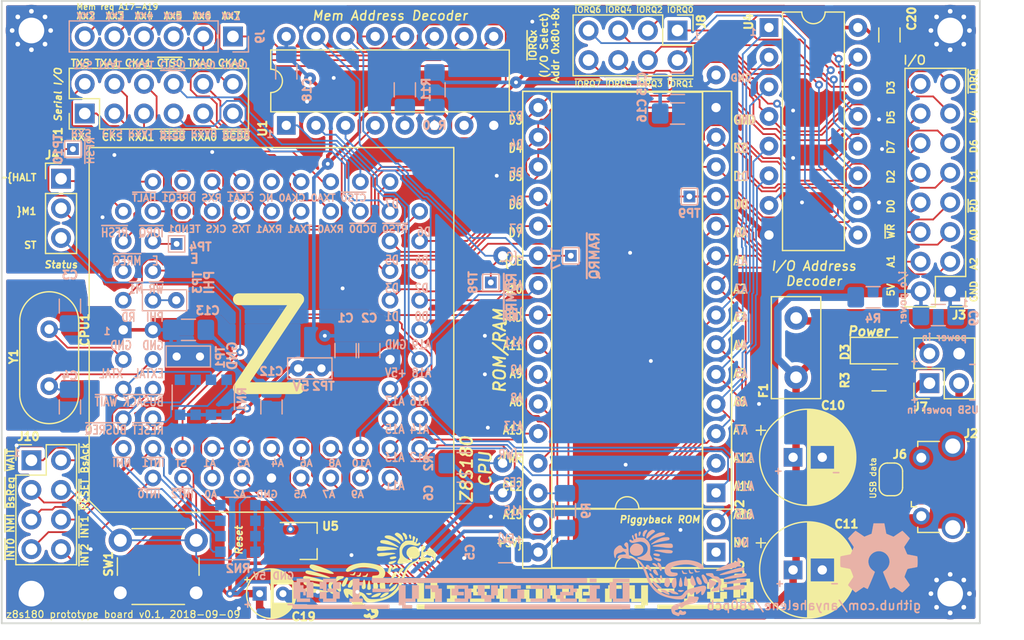
<source format=kicad_pcb>
(kicad_pcb (version 20171130) (host pcbnew 5.0.0-fee4fd1~66~ubuntu18.04.1)
  (title_block (title Discovery-180) (date 2018-09-09) (rev 0.1) (company "Dreamberry Tech"))
  (layers (0 F.Cu signal) (31 B.Cu signal) (34 B.Paste user) (35 F.Paste user) (36 B.SilkS user) (37 F.SilkS user) (38 B.Mask user) (39 F.Mask user) (44 Edge.Cuts user))
  (net 0 "")
  (net 1 /A0)
  (net 2 /~M1)
  (net 3 /~MREQ)
  (net 4 /A1)
  (net 5 /~IORQ)
  (net 6 /A3)
  (net 7 /A4)
  (net 8 /A5)
  (net 9 /A7)
  (net 10 /A9)
  (net 11 /A11)
  (net 12 /A13)
  (net 13 /A2)
  (net 14 /A6)
  (net 15 /A8)
  (net 16 /A10)
  (net 17 /A12)
  (net 18 /A14)
  (net 19 /A16)
  (net 20 /D1)
  (net 21 /D3)
  (net 22 /D5)
  (net 23 /D7)
  (net 24 /A15)
  (net 25 /A17)
  (net 26 /A18)
  (net 27 /A19)
  (net 28 /D0)
  (net 29 /D2)
  (net 30 /D4)
  (net 31 /D6)
  (net 32 /~HALT)
  (net 33 "Net-(CPU1-Pad52)")
  (net 34 /~RD)
  (net 35 /~WR)
  (net 36 Earth)
  (net 37 +5V)
  (net 38 /~INT0)
  (net 39 /~INT2)
  (net 40 /~NMI)
  (net 41 /~INT1)
  (net 42 /ST)
  (net 43 /E)
  (net 44 /~RTS0)
  (net 45 /~DCD0)
  (net 46 /RXA0)
  (net 47 /CKA1)
  (net 48 /RXS)
  (net 49 /~DREQ1)
  (net 50 /~CTS0)
  (net 51 /TXA0)
  (net 52 /CKA0)
  (net 53 /TXA1)
  (net 54 /RXA1)
  (net 55 /TXS)
  (net 56 /CKS)
  (net 57 /TEND1)
  (net 58 /~RESET)
  (net 59 /~BUSREQ)
  (net 60 /~BUSACK)
  (net 61 /~WAIT)
  (net 62 /PHI)
  (net 63 /EXTAL)
  (net 64 /XTAL)
  (net 65 /PWRIN_5V)
  (net 66 /USB_Vbus)
  (net 67 /USB_GND)
  (net 68 /USB_ID)
  (net 69 /~RAMRQ)
  (net 70 /~ROMRQ)
  (net 71 /~RFSH)
  (net 72 "Net-(D3-Pad1)")
  (net 73 /USB_DP)
  (net 74 /USB_DM)
  (net 75 /~Ax6)
  (net 76 /~Ax5)
  (net 77 /~Ax4)
  (net 78 /~Ax3)
  (net 79 /~Ax2)
  (net 80 /~Ax7)
  (net 81 /~IORQ6)
  (net 82 /~IORQ5)
  (net 83 /~IORQ4)
  (net 84 /~IORQ3)
  (net 85 /~IORQ2)
  (net 86 /~IORQ1)
  (net 87 /~IORQ7)
  (net 88 /~IORQ0)
  (net 89 /PWRIN_GND)
  (net 90 /REG_5V)
  (net 91 /~EEWR)
  (net 92 /G1)
  (net 93 /~G2B)
  (net 94 /CE2)
  (net 95 /IO_5V)
  (net 96 "Net-(RN1-Pad1)")
  (module Jumper:SolderJumper-2_P1.3mm_Open_RoundedPad1.0x1.5mm (layer F.Cu) (at 115.316 58.786 270)
    (fp_text reference J6 (at -2.144 -0.762) (layer F.SilkS) (effects (font (size 0.7 0.7) (thickness 0.175))))
    (fp_text value USB_DATA)
    (pad 2 smd custom (at 0.65 0 270) (size 1 0.5) (layers F.Cu F.Mask) (net 74 /USB_DM) (options (clearance outline) (anchor rect)) (primitives (gr_circle (center 0 0.25) (end 0.5 0.25) (width 0)) (gr_circle (center 0 -0.25) (end 0.5 -0.25) (width 0)) (gr_poly (pts (xy 0 -0.75) (xy -0.5 -0.75) (xy -0.5 0.75) (xy 0 0.75)) (width 0))))
    (pad 1 smd custom (at -0.65 0 270) (size 1 0.5) (layers F.Cu F.Mask) (net 73 /USB_DP) (options (clearance outline) (anchor rect)) (primitives (gr_circle (center 0 0.25) (end 0.5 0.25) (width 0)) (gr_circle (center 0 -0.25) (end 0.5 -0.25) (width 0)) (gr_poly (pts (xy 0 -0.75) (xy 0.5 -0.75) (xy 0.5 0.75) (xy 0 0.75)) (width 0))))
  )
  (module Connector_USB:USB_Micro-B_Molex-105017-0001 (layer F.Cu) (at 119.38 59.436 90)
    (fp_text reference J2 (at 4.572 2.794 180) (layer F.SilkS) (effects (font (size 0.7 0.7) (thickness 0.175))))
    (fp_text value "USB Micro-B 105017")
    (pad 6 smd rect (at 1 1.2375 90) (size 1.5 1.9) (layers F.Cu F.Paste F.Mask) (net 67 /USB_GND))
    (pad 6 thru_hole circle (at -2.5 -1.4625 90) (size 1.45 1.45) (drill 0.85) (layers *.Cu *.Mask) (net 67 /USB_GND))
    (pad 2 smd rect (at -0.65 -1.4625 90) (size 0.4 1.35) (layers F.Cu F.Paste F.Mask) (net 74 /USB_DM))
    (pad 1 smd rect (at -1.3 -1.4625 90) (size 0.4 1.35) (layers F.Cu F.Paste F.Mask) (net 66 /USB_Vbus))
    (pad 5 smd rect (at 1.3 -1.4625 90) (size 0.4 1.35) (layers F.Cu F.Paste F.Mask) (net 67 /USB_GND))
    (pad 4 smd rect (at 0.65 -1.4625 90) (size 0.4 1.35) (layers F.Cu F.Paste F.Mask) (net 68 /USB_ID))
    (pad 3 smd rect (at 0 -1.4625 90) (size 0.4 1.35) (layers F.Cu F.Paste F.Mask) (net 73 /USB_DP))
    (pad 6 thru_hole circle (at 2.5 -1.4625 90) (size 1.45 1.45) (drill 0.85) (layers *.Cu *.Mask) (net 67 /USB_GND))
    (pad 6 smd rect (at -1 1.2375 90) (size 1.5 1.9) (layers F.Cu F.Paste F.Mask) (net 67 /USB_GND))
    (pad 6 thru_hole oval (at -3.5 1.2375 270) (size 1.9 1.9) (drill 1.3) (layers *.Cu *.Mask) (net 67 /USB_GND))
    (pad 6 thru_hole oval (at 3.5 1.2375 90) (size 1.9 1.9) (drill 1.3) (layers *.Cu *.Mask) (net 67 /USB_GND))
    (pad 6 smd rect (at 2.9 1.2375 90) (size 1.2 1.9) (layers F.Cu F.Mask) (net 67 /USB_GND))
    (pad 6 smd rect (at -2.9 1.2375 90) (size 1.2 1.9) (layers F.Cu F.Mask) (net 67 /USB_GND))
  )
  (module Resistor_SMD:R_Array_Convex_4x1206 (layer B.Cu) (at 56.388 51.7525 270)
    (fp_text reference RN1 (at 0.1905 -3.302 270) (layer B.SilkS) (effects (font (size 0.7 0.7) (thickness 0.175)) (justify mirror)))
    (fp_text value "10k x4")
    (pad 6 smd rect (at 1.5 -0.66 270) (size 0.9 0.9) (layers B.Cu B.Paste B.Mask) (net 37 +5V))
    (pad 5 smd rect (at 1.5 -2 270) (size 0.9 0.9) (layers B.Cu B.Paste B.Mask) (net 37 +5V))
    (pad 8 smd rect (at 1.5 2 270) (size 0.9 0.9) (layers B.Cu B.Paste B.Mask) (net 37 +5V))
    (pad 7 smd rect (at 1.5 0.66 270) (size 0.9 0.9) (layers B.Cu B.Paste B.Mask) (net 37 +5V))
    (pad 3 smd rect (at -1.5 -0.66 270) (size 0.9 0.9) (layers B.Cu B.Paste B.Mask) (net 61 /~WAIT))
    (pad 2 smd rect (at -1.5 0.66 270) (size 0.9 0.9) (layers B.Cu B.Paste B.Mask) (net 59 /~BUSREQ))
    (pad 4 smd rect (at -1.5 -2 270) (size 0.9 0.9) (layers B.Cu B.Paste B.Mask) (net 58 /~RESET))
    (pad 1 smd rect (at -1.5 2 270) (size 0.9 0.9) (layers B.Cu B.Paste B.Mask) (net 96 "Net-(RN1-Pad1)"))
  )
  (module Resistor_SMD:R_Array_Convex_4x1206 (layer B.Cu) (at 59.3485 62.992 180)
    (fp_text reference RN2 (at -0.024 -3.429 180) (layer B.SilkS) (effects (font (size 0.7 0.7) (thickness 0.175)) (justify mirror)))
    (fp_text value "10k x4")
    (pad 6 smd rect (at 1.5 -0.66 180) (size 0.9 0.9) (layers B.Cu B.Paste B.Mask) (net 38 /~INT0))
    (pad 5 smd rect (at 1.5 -2 180) (size 0.9 0.9) (layers B.Cu B.Paste B.Mask) (net 40 /~NMI))
    (pad 8 smd rect (at 1.5 2 180) (size 0.9 0.9) (layers B.Cu B.Paste B.Mask) (net 39 /~INT2))
    (pad 7 smd rect (at 1.5 0.66 180) (size 0.9 0.9) (layers B.Cu B.Paste B.Mask) (net 41 /~INT1))
    (pad 3 smd rect (at -1.5 -0.66 180) (size 0.9 0.9) (layers B.Cu B.Paste B.Mask) (net 37 +5V))
    (pad 2 smd rect (at -1.5 0.66 180) (size 0.9 0.9) (layers B.Cu B.Paste B.Mask) (net 37 +5V))
    (pad 4 smd rect (at -1.5 -2 180) (size 0.9 0.9) (layers B.Cu B.Paste B.Mask) (net 37 +5V))
    (pad 1 smd rect (at -1.5 2 180) (size 0.9 0.9) (layers B.Cu B.Paste B.Mask) (net 37 +5V))
  )
  (module z180:bird (layer F.Cu) (at 70.612 67.056)
    (fp_text reference bird1 hide)
    (fp_text value bird_logo hide)
  )
  (module z180:discovery (layer B.Cu) (at 78.486 68.58 180)
    (fp_text reference discovery1 hide)
    (fp_text value discovery_logo hide)
  )
  (module z180:discovery (layer F.Cu) (at 89.154 68.58)
    (fp_text reference discovery1 hide)
    (fp_text value SYM_Flash_Small hide)
  )
  (module z180:bird (layer B.Cu) (at 97.282 66.802 180)
    (fp_text reference bird1 hide)
    (fp_text value SYM_Flash_Small hide)
  )
  (module Symbol:OSHW-Symbol_6.7x6mm_SilkScreen (layer B.Cu) (at 114.3 65.532 180)
    (fp_text reference oshw1 hide)
    (fp_text value Logo_Open_Hardware_Small hide)
  )
  (module Connector_PinHeader_2.54mm:PinHeader_2x04_P2.54mm_Vertical (layer F.Cu) (at 41.656 57.15)
    (fp_text reference J10 (at -0.254 -2.032 180) (layer F.SilkS) (effects (font (size 0.7 0.7) (thickness 0.175))))
    (fp_text value BUSCTRL)
    (pad 8 thru_hole oval (at 2.54 7.62) (size 1.7 1.7) (drill 1) (layers *.Cu *.Mask) (net 39 /~INT2))
    (pad 7 thru_hole oval (at 0 7.62) (size 1.7 1.7) (drill 1) (layers *.Cu *.Mask) (net 38 /~INT0))
    (pad 6 thru_hole oval (at 2.54 5.08) (size 1.7 1.7) (drill 1) (layers *.Cu *.Mask) (net 41 /~INT1))
    (pad 5 thru_hole oval (at 0 5.08) (size 1.7 1.7) (drill 1) (layers *.Cu *.Mask) (net 40 /~NMI))
    (pad 4 thru_hole oval (at 2.54 2.54) (size 1.7 1.7) (drill 1) (layers *.Cu *.Mask) (net 58 /~RESET))
    (pad 3 thru_hole oval (at 0 2.54) (size 1.7 1.7) (drill 1) (layers *.Cu *.Mask) (net 59 /~BUSREQ))
    (pad 2 thru_hole oval (at 2.54 0) (size 1.7 1.7) (drill 1) (layers *.Cu *.Mask) (net 60 /~BUSACK))
    (pad 1 thru_hole rect (at 0 0) (size 1.7 1.7) (drill 1) (layers *.Cu *.Mask) (net 61 /~WAIT))
  )
  (module MountingHole:MountingHole_2.2mm_M2 (layer F.Cu) (at 41.656 68.58)
    (fp_text reference MH2 hide)
    (fp_text value M2)
    (pad 1 np_thru_hole circle (at 0 0) (size 2.2 2.2) (drill 2.2) (layers *.Cu *.Mask) (net 36 Earth))
  )
  (module Capacitor_SMD:C_1206_3216Metric_Pad1.42x1.75mm_HandSolder (layer B.Cu) (at 44.958 52.578 270)
    (fp_text reference C4 (at -2.667 0) (layer B.SilkS) (effects (font (size 0.7 0.7) (thickness 0.175)) (justify mirror)))
    (fp_text value 22pF)
    (pad 2 smd roundrect (at 1.4875 0 270) (size 1.425 1.75) (layers B.Cu B.Paste B.Mask) (roundrect_rratio 0.175439) (net 36 Earth))
    (pad 1 smd roundrect (at -1.4875 0 270) (size 1.425 1.75) (layers B.Cu B.Paste B.Mask) (roundrect_rratio 0.175439) (net 63 /EXTAL))
  )
  (module Connector_PinHeader_2.54mm:PinHeader_1x03_P2.54mm_Vertical (layer F.Cu) (at 44.196 33.02)
    (fp_text reference J4 (at -0.762 -2.032) (layer F.SilkS) (effects (font (size 0.7 0.7) (thickness 0.175))))
    (fp_text value STATUS)
    (pad 3 thru_hole oval (at 0 5.08) (size 1.7 1.7) (drill 1) (layers *.Cu *.Mask) (net 42 /ST))
    (pad 2 thru_hole oval (at 0 2.54) (size 1.7 1.7) (drill 1) (layers *.Cu *.Mask) (net 2 /~M1))
    (pad 1 thru_hole rect (at 0 0) (size 1.7 1.7) (drill 1) (layers *.Cu *.Mask) (net 32 /~HALT))
  )
  (module Connector_PinHeader_2.54mm:PinHeader_2x08_P2.54mm_Vertical (layer F.Cu) (at 120.396 42.672 180)
    (fp_text reference J3 (at -0.762 -2.032 180) (layer F.SilkS) (effects (font (size 0.7 0.7) (thickness 0.175))))
    (fp_text value zdbus)
    (pad 16 thru_hole oval (at 2.54 17.78 180) (size 1.7 1.7) (drill 1) (layers *.Cu *.Mask) (net 21 /D3))
    (pad 15 thru_hole oval (at 0 17.78 180) (size 1.7 1.7) (drill 1) (layers *.Cu *.Mask) (net 5 /~IORQ))
    (pad 14 thru_hole oval (at 2.54 15.24 180) (size 1.7 1.7) (drill 1) (layers *.Cu *.Mask) (net 22 /D5))
    (pad 13 thru_hole oval (at 0 15.24 180) (size 1.7 1.7) (drill 1) (layers *.Cu *.Mask) (net 30 /D4))
    (pad 12 thru_hole oval (at 2.54 12.7 180) (size 1.7 1.7) (drill 1) (layers *.Cu *.Mask) (net 23 /D7))
    (pad 11 thru_hole oval (at 0 12.7 180) (size 1.7 1.7) (drill 1) (layers *.Cu *.Mask) (net 31 /D6))
    (pad 10 thru_hole oval (at 2.54 10.16 180) (size 1.7 1.7) (drill 1) (layers *.Cu *.Mask) (net 29 /D2))
    (pad 9 thru_hole oval (at 0 10.16 180) (size 1.7 1.7) (drill 1) (layers *.Cu *.Mask) (net 20 /D1))
    (pad 8 thru_hole oval (at 2.54 7.62 180) (size 1.7 1.7) (drill 1) (layers *.Cu *.Mask) (net 28 /D0))
    (pad 7 thru_hole oval (at 0 7.62 180) (size 1.7 1.7) (drill 1) (layers *.Cu *.Mask) (net 34 /~RD))
    (pad 6 thru_hole oval (at 2.54 5.08 180) (size 1.7 1.7) (drill 1) (layers *.Cu *.Mask) (net 35 /~WR))
    (pad 5 thru_hole oval (at 0 5.08 180) (size 1.7 1.7) (drill 1) (layers *.Cu *.Mask) (net 1 /A0))
    (pad 4 thru_hole oval (at 2.54 2.54 180) (size 1.7 1.7) (drill 1) (layers *.Cu *.Mask) (net 4 /A1))
    (pad 3 thru_hole oval (at 0 2.54 180) (size 1.7 1.7) (drill 1) (layers *.Cu *.Mask) (net 13 /A2))
    (pad 2 thru_hole oval (at 2.54 0 180) (size 1.7 1.7) (drill 1) (layers *.Cu *.Mask) (net 95 /IO_5V))
    (pad 1 thru_hole rect (at 0 0 180) (size 1.7 1.7) (drill 1) (layers *.Cu *.Mask) (net 36 Earth))
  )
  (module Connector_PinHeader_2.54mm:PinHeader_1x06_P2.54mm_Vertical (layer B.Cu) (at 58.928 20.828 90)
    (fp_text reference J9 (at 0 2.33 90) (layer B.SilkS) (effects (font (size 0.7 0.7) (thickness 0.175)) (justify mirror)))
    (fp_text value MEM_ADDR)
    (pad 6 thru_hole oval (at 0 -12.7 90) (size 1.7 1.7) (drill 1) (layers *.Cu *.Mask) (net 79 /~Ax2))
    (pad 5 thru_hole oval (at 0 -10.16 90) (size 1.7 1.7) (drill 1) (layers *.Cu *.Mask) (net 78 /~Ax3))
    (pad 4 thru_hole oval (at 0 -7.62 90) (size 1.7 1.7) (drill 1) (layers *.Cu *.Mask) (net 77 /~Ax4))
    (pad 3 thru_hole oval (at 0 -5.08 90) (size 1.7 1.7) (drill 1) (layers *.Cu *.Mask) (net 76 /~Ax5))
    (pad 2 thru_hole oval (at 0 -2.54 90) (size 1.7 1.7) (drill 1) (layers *.Cu *.Mask) (net 75 /~Ax6))
    (pad 1 thru_hole rect (at 0 0 90) (size 1.7 1.7) (drill 1) (layers *.Cu *.Mask) (net 80 /~Ax7))
  )
  (module Resistor_SMD:R_1206_3216Metric_Pad1.42x1.75mm_HandSolder (layer B.Cu) (at 113.792 43.18)
    (fp_text reference R4 (at 0 1.82) (layer B.SilkS) (effects (font (size 0.7 0.7) (thickness 0.175)) (justify mirror)))
    (fp_text value 22R)
    (pad 2 smd roundrect (at 1.4875 0) (size 1.425 1.75) (layers B.Cu B.Paste B.Mask) (roundrect_rratio 0.175439) (net 95 /IO_5V))
    (pad 1 smd roundrect (at -1.4875 0) (size 1.425 1.75) (layers B.Cu B.Paste B.Mask) (roundrect_rratio 0.175439) (net 90 /REG_5V))
  )
  (module Package_LCC:PLCC-68_THT-Socket (layer F.Cu) (at 49.53 45.974 90)
    (fp_text reference CPU1 (at 0 -3.302 90) (layer F.SilkS) (effects (font (size 0.7 0.7) (thickness 0.175))))
    (fp_text value Z8S180)
    (pad 60 thru_hole circle (at 12.7 2.54 90) (size 1.4224 1.4224) (drill 0.8) (layers *.Cu *.Mask) (net 32 /~HALT))
    (pad 58 thru_hole circle (at 12.7 5.08 90) (size 1.4224 1.4224) (drill 0.8) (layers *.Cu *.Mask) (net 49 /~DREQ1))
    (pad 56 thru_hole circle (at 12.7 7.62 90) (size 1.4224 1.4224) (drill 0.8) (layers *.Cu *.Mask) (net 48 /RXS))
    (pad 54 thru_hole circle (at 12.7 10.16 90) (size 1.4224 1.4224) (drill 0.8) (layers *.Cu *.Mask) (net 47 /CKA1))
    (pad 52 thru_hole circle (at 12.7 12.7 90) (size 1.4224 1.4224) (drill 0.8) (layers *.Cu *.Mask) (net 33 "Net-(CPU1-Pad52)"))
    (pad 50 thru_hole circle (at 12.7 15.24 90) (size 1.4224 1.4224) (drill 0.8) (layers *.Cu *.Mask) (net 52 /CKA0))
    (pad 48 thru_hole circle (at 12.7 17.78 90) (size 1.4224 1.4224) (drill 0.8) (layers *.Cu *.Mask) (net 51 /TXA0))
    (pad 46 thru_hole circle (at 12.7 20.32 90) (size 1.4224 1.4224) (drill 0.8) (layers *.Cu *.Mask) (net 50 /~CTS0))
    (pad 61 thru_hole circle (at 10.16 0 90) (size 1.4224 1.4224) (drill 0.8) (layers *.Cu *.Mask) (net 71 /~RFSH))
    (pad 59 thru_hole circle (at 10.16 5.08 90) (size 1.4224 1.4224) (drill 0.8) (layers *.Cu *.Mask) (net 57 /TEND1))
    (pad 57 thru_hole circle (at 10.16 7.62 90) (size 1.4224 1.4224) (drill 0.8) (layers *.Cu *.Mask) (net 56 /CKS))
    (pad 55 thru_hole circle (at 10.16 10.16 90) (size 1.4224 1.4224) (drill 0.8) (layers *.Cu *.Mask) (net 55 /TXS))
    (pad 53 thru_hole circle (at 10.16 12.7 90) (size 1.4224 1.4224) (drill 0.8) (layers *.Cu *.Mask) (net 54 /RXA1))
    (pad 51 thru_hole circle (at 10.16 15.24 90) (size 1.4224 1.4224) (drill 0.8) (layers *.Cu *.Mask) (net 53 /TXA1))
    (pad 49 thru_hole circle (at 10.16 17.78 90) (size 1.4224 1.4224) (drill 0.8) (layers *.Cu *.Mask) (net 46 /RXA0))
    (pad 47 thru_hole circle (at 10.16 20.32 90) (size 1.4224 1.4224) (drill 0.8) (layers *.Cu *.Mask) (net 45 /~DCD0))
    (pad 45 thru_hole circle (at 10.16 22.86 90) (size 1.4224 1.4224) (drill 0.8) (layers *.Cu *.Mask) (net 44 /~RTS0))
    (pad 43 thru_hole circle (at 10.16 25.4 90) (size 1.4224 1.4224) (drill 0.8) (layers *.Cu *.Mask) (net 31 /D6))
    (pad 41 thru_hole circle (at 7.62 25.4 90) (size 1.4224 1.4224) (drill 0.8) (layers *.Cu *.Mask) (net 30 /D4))
    (pad 39 thru_hole circle (at 5.08 25.4 90) (size 1.4224 1.4224) (drill 0.8) (layers *.Cu *.Mask) (net 29 /D2))
    (pad 37 thru_hole circle (at 2.54 25.4 90) (size 1.4224 1.4224) (drill 0.8) (layers *.Cu *.Mask) (net 28 /D0))
    (pad 35 thru_hole circle (at 0 25.4 90) (size 1.4224 1.4224) (drill 0.8) (layers *.Cu *.Mask) (net 27 /A19))
    (pad 33 thru_hole circle (at -2.54 25.4 90) (size 1.4224 1.4224) (drill 0.8) (layers *.Cu *.Mask) (net 26 /A18))
    (pad 31 thru_hole circle (at -5.08 25.4 90) (size 1.4224 1.4224) (drill 0.8) (layers *.Cu *.Mask) (net 19 /A16))
    (pad 29 thru_hole circle (at -7.62 25.4 90) (size 1.4224 1.4224) (drill 0.8) (layers *.Cu *.Mask) (net 18 /A14))
    (pad 27 thru_hole circle (at -10.16 25.4 90) (size 1.4224 1.4224) (drill 0.8) (layers *.Cu *.Mask) (net 17 /A12))
    (pad 44 thru_hole circle (at 12.7 22.86 90) (size 1.4224 1.4224) (drill 0.8) (layers *.Cu *.Mask) (net 23 /D7))
    (pad 42 thru_hole circle (at 7.62 22.86 90) (size 1.4224 1.4224) (drill 0.8) (layers *.Cu *.Mask) (net 22 /D5))
    (pad 40 thru_hole circle (at 5.08 22.86 90) (size 1.4224 1.4224) (drill 0.8) (layers *.Cu *.Mask) (net 21 /D3))
    (pad 38 thru_hole circle (at 2.54 22.86 90) (size 1.4224 1.4224) (drill 0.8) (layers *.Cu *.Mask) (net 20 /D1))
    (pad 36 thru_hole circle (at 0 22.86 90) (size 1.4224 1.4224) (drill 0.8) (layers *.Cu *.Mask) (net 36 Earth))
    (pad 34 thru_hole circle (at -2.54 22.86 90) (size 1.4224 1.4224) (drill 0.8) (layers *.Cu *.Mask) (net 37 +5V))
    (pad 32 thru_hole circle (at -5.08 22.86 90) (size 1.4224 1.4224) (drill 0.8) (layers *.Cu *.Mask) (net 25 /A17))
    (pad 30 thru_hole circle (at -7.62 22.86 90) (size 1.4224 1.4224) (drill 0.8) (layers *.Cu *.Mask) (net 24 /A15))
    (pad 28 thru_hole circle (at -10.16 22.86 90) (size 1.4224 1.4224) (drill 0.8) (layers *.Cu *.Mask) (net 12 /A13))
    (pad 26 thru_hole circle (at -12.7 22.86 90) (size 1.4224 1.4224) (drill 0.8) (layers *.Cu *.Mask) (net 11 /A11))
    (pad 24 thru_hole circle (at -12.7 20.32 90) (size 1.4224 1.4224) (drill 0.8) (layers *.Cu *.Mask) (net 10 /A9))
    (pad 22 thru_hole circle (at -12.7 17.78 90) (size 1.4224 1.4224) (drill 0.8) (layers *.Cu *.Mask) (net 9 /A7))
    (pad 20 thru_hole circle (at -12.7 15.24 90) (size 1.4224 1.4224) (drill 0.8) (layers *.Cu *.Mask) (net 8 /A5))
    (pad 18 thru_hole circle (at -12.7 12.7 90) (size 1.4224 1.4224) (drill 0.8) (layers *.Cu *.Mask) (net 36 Earth))
    (pad 16 thru_hole circle (at -12.7 10.16 90) (size 1.4224 1.4224) (drill 0.8) (layers *.Cu *.Mask) (net 13 /A2))
    (pad 14 thru_hole circle (at -12.7 7.62 90) (size 1.4224 1.4224) (drill 0.8) (layers *.Cu *.Mask) (net 1 /A0))
    (pad 12 thru_hole circle (at -12.7 5.08 90) (size 1.4224 1.4224) (drill 0.8) (layers *.Cu *.Mask) (net 39 /~INT2))
    (pad 10 thru_hole circle (at -12.7 2.54 90) (size 1.4224 1.4224) (drill 0.8) (layers *.Cu *.Mask) (net 38 /~INT0))
    (pad 25 thru_hole circle (at -10.16 20.32 90) (size 1.4224 1.4224) (drill 0.8) (layers *.Cu *.Mask) (net 16 /A10))
    (pad 23 thru_hole circle (at -10.16 17.78 90) (size 1.4224 1.4224) (drill 0.8) (layers *.Cu *.Mask) (net 15 /A8))
    (pad 21 thru_hole circle (at -10.16 15.24 90) (size 1.4224 1.4224) (drill 0.8) (layers *.Cu *.Mask) (net 14 /A6))
    (pad 19 thru_hole circle (at -10.16 12.7 90) (size 1.4224 1.4224) (drill 0.8) (layers *.Cu *.Mask) (net 7 /A4))
    (pad 17 thru_hole circle (at -10.16 10.16 90) (size 1.4224 1.4224) (drill 0.8) (layers *.Cu *.Mask) (net 6 /A3))
    (pad 15 thru_hole circle (at -10.16 7.62 90) (size 1.4224 1.4224) (drill 0.8) (layers *.Cu *.Mask) (net 4 /A1))
    (pad 13 thru_hole circle (at -10.16 5.08 90) (size 1.4224 1.4224) (drill 0.8) (layers *.Cu *.Mask) (net 42 /ST))
    (pad 11 thru_hole circle (at -10.16 2.54 90) (size 1.4224 1.4224) (drill 0.8) (layers *.Cu *.Mask) (net 41 /~INT1))
    (pad 63 thru_hole circle (at 7.62 0 90) (size 1.4224 1.4224) (drill 0.8) (layers *.Cu *.Mask) (net 3 /~MREQ))
    (pad 65 thru_hole circle (at 5.08 0 90) (size 1.4224 1.4224) (drill 0.8) (layers *.Cu *.Mask) (net 2 /~M1))
    (pad 67 thru_hole circle (at 2.54 0 90) (size 1.4224 1.4224) (drill 0.8) (layers *.Cu *.Mask) (net 34 /~RD))
    (pad 9 thru_hole circle (at -10.16 0 90) (size 1.4224 1.4224) (drill 0.8) (layers *.Cu *.Mask) (net 40 /~NMI))
    (pad 7 thru_hole circle (at -7.62 0 90) (size 1.4224 1.4224) (drill 0.8) (layers *.Cu *.Mask) (net 59 /~BUSREQ))
    (pad 5 thru_hole circle (at -5.08 0 90) (size 1.4224 1.4224) (drill 0.8) (layers *.Cu *.Mask) (net 61 /~WAIT))
    (pad 3 thru_hole circle (at -2.54 0 90) (size 1.4224 1.4224) (drill 0.8) (layers *.Cu *.Mask) (net 64 /XTAL))
    (pad 1 thru_hole rect (at 0 0 90) (size 1.4224 1.4224) (drill 0.8) (layers *.Cu *.Mask) (net 36 Earth))
    (pad 62 thru_hole circle (at 10.16 2.54 90) (size 1.4224 1.4224) (drill 0.8) (layers *.Cu *.Mask) (net 5 /~IORQ))
    (pad 64 thru_hole circle (at 7.62 2.54 90) (size 1.4224 1.4224) (drill 0.8) (layers *.Cu *.Mask) (net 43 /E))
    (pad 66 thru_hole circle (at 5.08 2.54 90) (size 1.4224 1.4224) (drill 0.8) (layers *.Cu *.Mask) (net 35 /~WR))
    (pad 68 thru_hole circle (at 2.54 2.54 90) (size 1.4224 1.4224) (drill 0.8) (layers *.Cu *.Mask) (net 62 /PHI))
    (pad 8 thru_hole circle (at -7.62 2.54 90) (size 1.4224 1.4224) (drill 0.8) (layers *.Cu *.Mask) (net 58 /~RESET))
    (pad 6 thru_hole circle (at -5.08 2.54 90) (size 1.4224 1.4224) (drill 0.8) (layers *.Cu *.Mask) (net 60 /~BUSACK))
    (pad 4 thru_hole circle (at -2.54 2.54 90) (size 1.4224 1.4224) (drill 0.8) (layers *.Cu *.Mask) (net 63 /EXTAL))
    (pad 2 thru_hole circle (at 0 2.54 90) (size 1.4224 1.4224) (drill 0.8) (layers *.Cu *.Mask) (net 36 Earth))
  )
  (module Connector_PinHeader_2.54mm:PinHeader_2x04_P2.54mm_Vertical (layer F.Cu) (at 97.028 20.32 270)
    (fp_text reference J8 (at -0.762 -2.032 270) (layer F.SilkS) (effects (font (size 0.7 0.7) (thickness 0.175))))
    (fp_text value Conn_01x08)
    (pad 8 thru_hole oval (at 2.54 7.62 270) (size 1.7 1.7) (drill 1) (layers *.Cu *.Mask) (net 87 /~IORQ7))
    (pad 7 thru_hole oval (at 0 7.62 270) (size 1.7 1.7) (drill 1) (layers *.Cu *.Mask) (net 81 /~IORQ6))
    (pad 6 thru_hole oval (at 2.54 5.08 270) (size 1.7 1.7) (drill 1) (layers *.Cu *.Mask) (net 82 /~IORQ5))
    (pad 5 thru_hole oval (at 0 5.08 270) (size 1.7 1.7) (drill 1) (layers *.Cu *.Mask) (net 83 /~IORQ4))
    (pad 4 thru_hole oval (at 2.54 2.54 270) (size 1.7 1.7) (drill 1) (layers *.Cu *.Mask) (net 84 /~IORQ3))
    (pad 3 thru_hole oval (at 0 2.54 270) (size 1.7 1.7) (drill 1) (layers *.Cu *.Mask) (net 85 /~IORQ2))
    (pad 2 thru_hole oval (at 2.54 0 270) (size 1.7 1.7) (drill 1) (layers *.Cu *.Mask) (net 86 /~IORQ1))
    (pad 1 thru_hole rect (at 0 0 270) (size 1.7 1.7) (drill 1) (layers *.Cu *.Mask) (net 88 /~IORQ0))
  )
  (module Package_DIP:DIP-32_W15.24mm_Socket (layer F.Cu) (at 100.33 65.024 180)
    (fp_text reference U3 (at -2.032 -1.397 270) (layer F.SilkS) (effects (font (size 0.7 0.7) (thickness 0.175))))
    (fp_text value AS6C1008-55PCN)
    (pad 32 thru_hole oval (at 15.24 0 180) (size 1.6 1.6) (drill 0.8) (layers *.Cu *.Mask) (net 37 +5V))
    (pad 16 thru_hole oval (at 0 38.1 180) (size 1.6 1.6) (drill 0.8) (layers *.Cu *.Mask) (net 36 Earth))
    (pad 31 thru_hole oval (at 15.24 2.54 180) (size 1.6 1.6) (drill 0.8) (layers *.Cu *.Mask) (net 24 /A15))
    (pad 15 thru_hole oval (at 0 35.56 180) (size 1.6 1.6) (drill 0.8) (layers *.Cu *.Mask) (net 29 /D2))
    (pad 30 thru_hole oval (at 15.24 5.08 180) (size 1.6 1.6) (drill 0.8) (layers *.Cu *.Mask) (net 94 /CE2))
    (pad 14 thru_hole oval (at 0 33.02 180) (size 1.6 1.6) (drill 0.8) (layers *.Cu *.Mask) (net 20 /D1))
    (pad 29 thru_hole oval (at 15.24 7.62 180) (size 1.6 1.6) (drill 0.8) (layers *.Cu *.Mask) (net 35 /~WR))
    (pad 13 thru_hole oval (at 0 30.48 180) (size 1.6 1.6) (drill 0.8) (layers *.Cu *.Mask) (net 28 /D0))
    (pad 28 thru_hole oval (at 15.24 10.16 180) (size 1.6 1.6) (drill 0.8) (layers *.Cu *.Mask) (net 12 /A13))
    (pad 12 thru_hole oval (at 0 27.94 180) (size 1.6 1.6) (drill 0.8) (layers *.Cu *.Mask) (net 1 /A0))
    (pad 27 thru_hole oval (at 15.24 12.7 180) (size 1.6 1.6) (drill 0.8) (layers *.Cu *.Mask) (net 15 /A8))
    (pad 11 thru_hole oval (at 0 25.4 180) (size 1.6 1.6) (drill 0.8) (layers *.Cu *.Mask) (net 4 /A1))
    (pad 26 thru_hole oval (at 15.24 15.24 180) (size 1.6 1.6) (drill 0.8) (layers *.Cu *.Mask) (net 10 /A9))
    (pad 10 thru_hole oval (at 0 22.86 180) (size 1.6 1.6) (drill 0.8) (layers *.Cu *.Mask) (net 13 /A2))
    (pad 25 thru_hole oval (at 15.24 17.78 180) (size 1.6 1.6) (drill 0.8) (layers *.Cu *.Mask) (net 11 /A11))
    (pad 9 thru_hole oval (at 0 20.32 180) (size 1.6 1.6) (drill 0.8) (layers *.Cu *.Mask) (net 6 /A3))
    (pad 24 thru_hole oval (at 15.24 20.32 180) (size 1.6 1.6) (drill 0.8) (layers *.Cu *.Mask) (net 34 /~RD))
    (pad 8 thru_hole oval (at 0 17.78 180) (size 1.6 1.6) (drill 0.8) (layers *.Cu *.Mask) (net 7 /A4))
    (pad 23 thru_hole oval (at 15.24 22.86 180) (size 1.6 1.6) (drill 0.8) (layers *.Cu *.Mask) (net 16 /A10))
    (pad 7 thru_hole oval (at 0 15.24 180) (size 1.6 1.6) (drill 0.8) (layers *.Cu *.Mask) (net 8 /A5))
    (pad 22 thru_hole oval (at 15.24 25.4 180) (size 1.6 1.6) (drill 0.8) (layers *.Cu *.Mask) (net 69 /~RAMRQ))
    (pad 6 thru_hole oval (at 0 12.7 180) (size 1.6 1.6) (drill 0.8) (layers *.Cu *.Mask) (net 14 /A6))
    (pad 21 thru_hole oval (at 15.24 27.94 180) (size 1.6 1.6) (drill 0.8) (layers *.Cu *.Mask) (net 23 /D7))
    (pad 5 thru_hole oval (at 0 10.16 180) (size 1.6 1.6) (drill 0.8) (layers *.Cu *.Mask) (net 9 /A7))
    (pad 20 thru_hole oval (at 15.24 30.48 180) (size 1.6 1.6) (drill 0.8) (layers *.Cu *.Mask) (net 31 /D6))
    (pad 4 thru_hole oval (at 0 7.62 180) (size 1.6 1.6) (drill 0.8) (layers *.Cu *.Mask) (net 17 /A12))
    (pad 19 thru_hole oval (at 15.24 33.02 180) (size 1.6 1.6) (drill 0.8) (layers *.Cu *.Mask) (net 22 /D5))
    (pad 3 thru_hole oval (at 0 5.08 180) (size 1.6 1.6) (drill 0.8) (layers *.Cu *.Mask) (net 18 /A14))
    (pad 18 thru_hole oval (at 15.24 35.56 180) (size 1.6 1.6) (drill 0.8) (layers *.Cu *.Mask) (net 30 /D4))
    (pad 2 thru_hole oval (at 0 2.54 180) (size 1.6 1.6) (drill 0.8) (layers *.Cu *.Mask) (net 19 /A16))
    (pad 17 thru_hole oval (at 15.24 38.1 180) (size 1.6 1.6) (drill 0.8) (layers *.Cu *.Mask) (net 21 /D3))
    (pad 1 thru_hole rect (at 0 0 180) (size 1.6 1.6) (drill 0.8) (layers *.Cu *.Mask))
  )
  (module Package_DIP:DIP-16_W7.62mm (layer F.Cu) (at 63.5 28.448 90)
    (fp_text reference U1 (at -0.254 -2.032 90) (layer F.SilkS) (effects (font (size 0.7 0.7) (thickness 0.175))))
    (fp_text value 74HCT138)
    (pad 16 thru_hole oval (at 7.62 0 90) (size 1.6 1.6) (drill 0.8) (layers *.Cu *.Mask) (net 37 +5V))
    (pad 8 thru_hole oval (at 0 17.78 90) (size 1.6 1.6) (drill 0.8) (layers *.Cu *.Mask) (net 36 Earth))
    (pad 15 thru_hole oval (at 7.62 2.54 90) (size 1.6 1.6) (drill 0.8) (layers *.Cu *.Mask) (net 70 /~ROMRQ))
    (pad 7 thru_hole oval (at 0 15.24 90) (size 1.6 1.6) (drill 0.8) (layers *.Cu *.Mask) (net 80 /~Ax7))
    (pad 14 thru_hole oval (at 7.62 5.08 90) (size 1.6 1.6) (drill 0.8) (layers *.Cu *.Mask) (net 69 /~RAMRQ))
    (pad 6 thru_hole oval (at 0 12.7 90) (size 1.6 1.6) (drill 0.8) (layers *.Cu *.Mask) (net 92 /G1))
    (pad 13 thru_hole oval (at 7.62 7.62 90) (size 1.6 1.6) (drill 0.8) (layers *.Cu *.Mask) (net 79 /~Ax2))
    (pad 5 thru_hole oval (at 0 10.16 90) (size 1.6 1.6) (drill 0.8) (layers *.Cu *.Mask) (net 93 /~G2B))
    (pad 12 thru_hole oval (at 7.62 10.16 90) (size 1.6 1.6) (drill 0.8) (layers *.Cu *.Mask) (net 78 /~Ax3))
    (pad 4 thru_hole oval (at 0 7.62 90) (size 1.6 1.6) (drill 0.8) (layers *.Cu *.Mask) (net 3 /~MREQ))
    (pad 11 thru_hole oval (at 7.62 12.7 90) (size 1.6 1.6) (drill 0.8) (layers *.Cu *.Mask) (net 77 /~Ax4))
    (pad 3 thru_hole oval (at 0 5.08 90) (size 1.6 1.6) (drill 0.8) (layers *.Cu *.Mask) (net 27 /A19))
    (pad 10 thru_hole oval (at 7.62 15.24 90) (size 1.6 1.6) (drill 0.8) (layers *.Cu *.Mask) (net 76 /~Ax5))
    (pad 2 thru_hole oval (at 0 2.54 90) (size 1.6 1.6) (drill 0.8) (layers *.Cu *.Mask) (net 26 /A18))
    (pad 9 thru_hole oval (at 7.62 17.78 90) (size 1.6 1.6) (drill 0.8) (layers *.Cu *.Mask) (net 75 /~Ax6))
    (pad 1 thru_hole rect (at 0 0 90) (size 1.6 1.6) (drill 0.8) (layers *.Cu *.Mask) (net 25 /A17))
  )
  (module MountingHole:MountingHole_2.2mm_M2_Pad_Via (layer F.Cu) (at 120.396 20.32)
    (fp_text reference MH4 hide)
    (fp_text value M2)
    (pad 1 thru_hole circle (at 1.166726 -1.166726) (size 0.7 0.7) (drill 0.4) (layers *.Cu *.Mask) (net 36 Earth))
    (pad 1 thru_hole circle (at 0 -1.65) (size 0.7 0.7) (drill 0.4) (layers *.Cu *.Mask) (net 36 Earth))
    (pad 1 thru_hole circle (at -1.166726 -1.166726) (size 0.7 0.7) (drill 0.4) (layers *.Cu *.Mask) (net 36 Earth))
    (pad 1 thru_hole circle (at -1.65 0) (size 0.7 0.7) (drill 0.4) (layers *.Cu *.Mask) (net 36 Earth))
    (pad 1 thru_hole circle (at -1.166726 1.166726) (size 0.7 0.7) (drill 0.4) (layers *.Cu *.Mask) (net 36 Earth))
    (pad 1 thru_hole circle (at 0 1.65) (size 0.7 0.7) (drill 0.4) (layers *.Cu *.Mask) (net 36 Earth))
    (pad 1 thru_hole circle (at 1.166726 1.166726) (size 0.7 0.7) (drill 0.4) (layers *.Cu *.Mask) (net 36 Earth))
    (pad 1 thru_hole circle (at 1.65 0) (size 0.7 0.7) (drill 0.4) (layers *.Cu *.Mask) (net 36 Earth))
    (pad 1 thru_hole circle (at 0 0) (size 4.4 4.4) (drill 2.2) (layers *.Cu *.Mask) (net 36 Earth))
  )
  (module Capacitor_SMD:C_1206_3216Metric_Pad1.42x1.75mm_HandSolder (layer B.Cu) (at 82.296 65.024 180)
    (fp_text reference C5 (at 3.048 0 270) (layer B.SilkS) (effects (font (size 0.7 0.7) (thickness 0.175)) (justify mirror)))
    (fp_text value 0.1µF)
    (pad 2 smd roundrect (at 1.4875 0 180) (size 1.425 1.75) (layers B.Cu B.Paste B.Mask) (roundrect_rratio 0.175439) (net 36 Earth))
    (pad 1 smd roundrect (at -1.4875 0 180) (size 1.425 1.75) (layers B.Cu B.Paste B.Mask) (roundrect_rratio 0.175439) (net 37 +5V))
  )
  (module Resistor_SMD:R_1206_3216Metric_Pad1.42x1.75mm_HandSolder (layer B.Cu) (at 78.74 57.404)
    (fp_text reference R2 (at -3.048 0 90) (layer B.SilkS) (effects (font (size 0.7 0.7) (thickness 0.175)) (justify mirror)))
    (fp_text value 10k)
    (pad 2 smd roundrect (at 1.4875 0) (size 1.425 1.75) (layers B.Cu B.Paste B.Mask) (roundrect_rratio 0.175439) (net 91 /~EEWR))
    (pad 1 smd roundrect (at -1.4875 0) (size 1.425 1.75) (layers B.Cu B.Paste B.Mask) (roundrect_rratio 0.175439) (net 37 +5V))
  )
  (module MountingHole:MountingHole_2.2mm_M2_Pad_Via (layer F.Cu) (at 41.656 20.32)
    (fp_text reference MH3 hide)
    (fp_text value M2)
    (pad 1 thru_hole circle (at 1.166726 -1.166726) (size 0.7 0.7) (drill 0.4) (layers *.Cu *.Mask) (net 36 Earth))
    (pad 1 thru_hole circle (at 0 -1.65) (size 0.7 0.7) (drill 0.4) (layers *.Cu *.Mask) (net 36 Earth))
    (pad 1 thru_hole circle (at -1.166726 -1.166726) (size 0.7 0.7) (drill 0.4) (layers *.Cu *.Mask) (net 36 Earth))
    (pad 1 thru_hole circle (at -1.65 0) (size 0.7 0.7) (drill 0.4) (layers *.Cu *.Mask) (net 36 Earth))
    (pad 1 thru_hole circle (at -1.166726 1.166726) (size 0.7 0.7) (drill 0.4) (layers *.Cu *.Mask) (net 36 Earth))
    (pad 1 thru_hole circle (at 0 1.65) (size 0.7 0.7) (drill 0.4) (layers *.Cu *.Mask) (net 36 Earth))
    (pad 1 thru_hole circle (at 1.166726 1.166726) (size 0.7 0.7) (drill 0.4) (layers *.Cu *.Mask) (net 36 Earth))
    (pad 1 thru_hole circle (at 1.65 0) (size 0.7 0.7) (drill 0.4) (layers *.Cu *.Mask) (net 36 Earth))
    (pad 1 thru_hole circle (at 0 0) (size 4.4 4.4) (drill 2.2) (layers *.Cu *.Mask) (net 36 Earth))
  )
  (module Fuse:Fuse_Littlefuse_395Series (layer F.Cu) (at 107.188 50.038 90)
    (fp_text reference F1 (at -1.143 -2.794 270) (layer F.SilkS) (effects (font (size 0.7 0.7) (thickness 0.175))))
    (fp_text value 650mA)
    (pad 2 thru_hole circle (at 5.08 0.01 90) (size 2 2) (drill 1) (layers *.Cu *.Mask) (net 65 /PWRIN_5V))
    (pad 1 thru_hole circle (at 0 0 90) (size 2 2) (drill 1) (layers *.Cu *.Mask) (net 90 /REG_5V))
  )
  (module NetTie:NetTie-2_SMD_Pad0.5mm (layer F.Cu) (at 59.436 68.58 180)
    (fp_text reference JP1 hide)
    (fp_text value SolderJumper_2_Bridged)
    (fp_poly (pts (xy -0.5 -0.25) (xy 0.5 -0.25) (xy 0.5 0.25) (xy -0.5 0.25)) (layer F.Cu) (width 0))
    (pad 2 smd circle (at 0.5 0 180) (size 0.5 0.5) (layers F.Cu) (net 37 +5V))
    (pad 1 smd circle (at -0.5 0 180) (size 0.5 0.5) (layers F.Cu) (net 90 /REG_5V))
  )
  (module NetTie:NetTie-2_SMD_Pad0.5mm (layer B.Cu) (at 65.532 68.58)
    (fp_text reference JP2 hide)
    (fp_text value SolderJumper_2_Bridged)
    (fp_poly (pts (xy -0.5 0.25) (xy 0.5 0.25) (xy 0.5 -0.25) (xy -0.5 -0.25)) (layer B.Cu) (width 0))
    (pad 2 smd circle (at 0.5 0) (size 0.5 0.5) (layers B.Cu) (net 36 Earth))
    (pad 1 smd circle (at -0.5 0) (size 0.5 0.5) (layers B.Cu) (net 89 /PWRIN_GND))
  )
  (module Capacitor_THT:CP_Radial_D8.0mm_P2.50mm (layer F.Cu) (at 106.934 66.548)
    (fp_text reference C11 (at 4.572 -3.937) (layer F.SilkS) (effects (font (size 0.7 0.7) (thickness 0.175))))
    (fp_text value 1µF)
    (pad 2 thru_hole circle (at 2.5 0) (size 1.6 1.6) (drill 0.8) (layers *.Cu *.Mask) (net 89 /PWRIN_GND))
    (pad 1 thru_hole rect (at 0 0) (size 1.6 1.6) (drill 0.8) (layers *.Cu *.Mask) (net 90 /REG_5V))
  )
  (module z180:DIP-28_Piggyback_Memory_W15.24mm_Socket (layer F.Cu) (at 100.33 59.944 180)
    (fp_text reference U2 (at -2.032 -1.27 270) (layer F.SilkS) (effects (font (size 0.7 0.7) (thickness 0.175))))
    (fp_text value 28C256)
    (pad 28 thru_hole oval (at 18.288 0 180) (size 1.6 1.6) (drill 0.8) (layers *.Cu *.Mask) (net 37 +5V))
    (pad 14 thru_hole oval (at 0 35.814 180) (size 1.6 1.6) (drill 0.8) (layers *.Cu *.Mask) (net 36 Earth))
    (pad 27 thru_hole oval (at 18.288 2.54 180) (size 1.6 1.6) (drill 0.8) (layers *.Cu *.Mask) (net 91 /~EEWR))
    (pad 13 thru_hole oval (at 0 30.48 180) (size 1.6 1.6) (drill 0.8) (layers *.Cu *.Mask) (net 29 /D2))
    (pad 26 thru_hole oval (at 15.24 5.08 180) (size 1.6 1.6) (drill 0.8) (layers *.Cu *.Mask) (net 12 /A13))
    (pad 12 thru_hole oval (at 0 27.94 180) (size 1.6 1.6) (drill 0.8) (layers *.Cu *.Mask) (net 20 /D1))
    (pad 25 thru_hole oval (at 15.24 7.62 180) (size 1.6 1.6) (drill 0.8) (layers *.Cu *.Mask) (net 15 /A8))
    (pad 11 thru_hole oval (at 0 25.4 180) (size 1.6 1.6) (drill 0.8) (layers *.Cu *.Mask) (net 28 /D0))
    (pad 24 thru_hole oval (at 15.24 10.16 180) (size 1.6 1.6) (drill 0.8) (layers *.Cu *.Mask) (net 10 /A9))
    (pad 10 thru_hole oval (at 0 22.86 180) (size 1.6 1.6) (drill 0.8) (layers *.Cu *.Mask) (net 1 /A0))
    (pad 23 thru_hole oval (at 15.24 12.7 180) (size 1.6 1.6) (drill 0.8) (layers *.Cu *.Mask) (net 11 /A11))
    (pad 9 thru_hole oval (at 0 20.32 180) (size 1.6 1.6) (drill 0.8) (layers *.Cu *.Mask) (net 4 /A1))
    (pad 22 thru_hole oval (at 15.24 15.24 180) (size 1.6 1.6) (drill 0.8) (layers *.Cu *.Mask) (net 34 /~RD))
    (pad 8 thru_hole oval (at 0 17.78 180) (size 1.6 1.6) (drill 0.8) (layers *.Cu *.Mask) (net 13 /A2))
    (pad 21 thru_hole oval (at 15.24 17.78 180) (size 1.6 1.6) (drill 0.8) (layers *.Cu *.Mask) (net 16 /A10))
    (pad 7 thru_hole oval (at 0 15.24 180) (size 1.6 1.6) (drill 0.8) (layers *.Cu *.Mask) (net 6 /A3))
    (pad 20 thru_hole oval (at 18.288 20.32 180) (size 1.6 1.6) (drill 0.8) (layers *.Cu *.Mask) (net 70 /~ROMRQ))
    (pad 6 thru_hole oval (at 0 12.7 180) (size 1.6 1.6) (drill 0.8) (layers *.Cu *.Mask) (net 7 /A4))
    (pad 19 thru_hole oval (at 15.24 22.86 180) (size 1.6 1.6) (drill 0.8) (layers *.Cu *.Mask) (net 23 /D7))
    (pad 5 thru_hole oval (at 0 10.16 180) (size 1.6 1.6) (drill 0.8) (layers *.Cu *.Mask) (net 8 /A5))
    (pad 18 thru_hole oval (at 15.24 25.4 180) (size 1.6 1.6) (drill 0.8) (layers *.Cu *.Mask) (net 31 /D6))
    (pad 4 thru_hole oval (at 0 7.62 180) (size 1.6 1.6) (drill 0.8) (layers *.Cu *.Mask) (net 14 /A6))
    (pad 17 thru_hole oval (at 15.24 27.94 180) (size 1.6 1.6) (drill 0.8) (layers *.Cu *.Mask) (net 22 /D5))
    (pad 3 thru_hole oval (at 0 5.08 180) (size 1.6 1.6) (drill 0.8) (layers *.Cu *.Mask) (net 9 /A7))
    (pad 16 thru_hole oval (at 15.24 30.48 180) (size 1.6 1.6) (drill 0.8) (layers *.Cu *.Mask) (net 30 /D4))
    (pad 2 thru_hole oval (at 0 2.54 180) (size 1.6 1.6) (drill 0.8) (layers *.Cu *.Mask) (net 17 /A12))
    (pad 15 thru_hole oval (at 15.24 33.02 180) (size 1.6 1.6) (drill 0.8) (layers *.Cu *.Mask) (net 21 /D3))
    (pad 1 thru_hole rect (at 0 0 180) (size 1.6 1.6) (drill 0.8) (layers *.Cu *.Mask) (net 18 /A14))
  )
  (module MountingHole:MountingHole_2.2mm_M2_Pad_Via (layer F.Cu) (at 120.396 68.58)
    (fp_text reference MH1 hide)
    (fp_text value M2)
    (pad 1 thru_hole circle (at 1.166726 -1.166726) (size 0.7 0.7) (drill 0.4) (layers *.Cu *.Mask) (net 89 /PWRIN_GND))
    (pad 1 thru_hole circle (at 0 -1.65) (size 0.7 0.7) (drill 0.4) (layers *.Cu *.Mask) (net 89 /PWRIN_GND))
    (pad 1 thru_hole circle (at -1.166726 -1.166726) (size 0.7 0.7) (drill 0.4) (layers *.Cu *.Mask) (net 89 /PWRIN_GND))
    (pad 1 thru_hole circle (at -1.65 0) (size 0.7 0.7) (drill 0.4) (layers *.Cu *.Mask) (net 89 /PWRIN_GND))
    (pad 1 thru_hole circle (at -1.166726 1.166726) (size 0.7 0.7) (drill 0.4) (layers *.Cu *.Mask) (net 89 /PWRIN_GND))
    (pad 1 thru_hole circle (at 0 1.65) (size 0.7 0.7) (drill 0.4) (layers *.Cu *.Mask) (net 89 /PWRIN_GND))
    (pad 1 thru_hole circle (at 1.166726 1.166726) (size 0.7 0.7) (drill 0.4) (layers *.Cu *.Mask) (net 89 /PWRIN_GND))
    (pad 1 thru_hole circle (at 1.65 0) (size 0.7 0.7) (drill 0.4) (layers *.Cu *.Mask) (net 89 /PWRIN_GND))
    (pad 1 thru_hole circle (at 0 0) (size 4.4 4.4) (drill 2.2) (layers *.Cu *.Mask) (net 89 /PWRIN_GND))
  )
  (module Capacitor_SMD:C_1206_3216Metric_Pad1.42x1.75mm_HandSolder (layer F.Cu) (at 115.189 20.701 90)
    (fp_text reference C20 (at 1.397 1.905 90) (layer F.SilkS) (effects (font (size 0.7 0.7) (thickness 0.175))))
    (fp_text value 0.1µF)
    (pad 2 smd roundrect (at 1.4875 0 90) (size 1.425 1.75) (layers F.Cu F.Paste F.Mask) (roundrect_rratio 0.175439) (net 36 Earth))
    (pad 1 smd roundrect (at -1.4875 0 90) (size 1.425 1.75) (layers F.Cu F.Paste F.Mask) (roundrect_rratio 0.175439) (net 37 +5V))
  )
  (module Package_DIP:DIP-16_W7.62mm (layer F.Cu) (at 104.8655 20.066)
    (fp_text reference U4 (at -1.7415 -0.508 90) (layer F.SilkS) (effects (font (size 0.7 0.7) (thickness 0.175))))
    (fp_text value 74HCT138)
    (pad 16 thru_hole oval (at 7.62 0) (size 1.6 1.6) (drill 0.8) (layers *.Cu *.Mask) (net 37 +5V))
    (pad 8 thru_hole oval (at 0 17.78) (size 1.6 1.6) (drill 0.8) (layers *.Cu *.Mask) (net 36 Earth))
    (pad 15 thru_hole oval (at 7.62 2.54) (size 1.6 1.6) (drill 0.8) (layers *.Cu *.Mask) (net 88 /~IORQ0))
    (pad 7 thru_hole oval (at 0 15.24) (size 1.6 1.6) (drill 0.8) (layers *.Cu *.Mask) (net 87 /~IORQ7))
    (pad 14 thru_hole oval (at 7.62 5.08) (size 1.6 1.6) (drill 0.8) (layers *.Cu *.Mask) (net 86 /~IORQ1))
    (pad 6 thru_hole oval (at 0 12.7) (size 1.6 1.6) (drill 0.8) (layers *.Cu *.Mask) (net 9 /A7))
    (pad 13 thru_hole oval (at 7.62 7.62) (size 1.6 1.6) (drill 0.8) (layers *.Cu *.Mask) (net 85 /~IORQ2))
    (pad 5 thru_hole oval (at 0 10.16) (size 1.6 1.6) (drill 0.8) (layers *.Cu *.Mask) (net 14 /A6))
    (pad 12 thru_hole oval (at 7.62 10.16) (size 1.6 1.6) (drill 0.8) (layers *.Cu *.Mask) (net 84 /~IORQ3))
    (pad 4 thru_hole oval (at 0 7.62) (size 1.6 1.6) (drill 0.8) (layers *.Cu *.Mask) (net 5 /~IORQ))
    (pad 11 thru_hole oval (at 7.62 12.7) (size 1.6 1.6) (drill 0.8) (layers *.Cu *.Mask) (net 83 /~IORQ4))
    (pad 3 thru_hole oval (at 0 5.08) (size 1.6 1.6) (drill 0.8) (layers *.Cu *.Mask) (net 8 /A5))
    (pad 10 thru_hole oval (at 7.62 15.24) (size 1.6 1.6) (drill 0.8) (layers *.Cu *.Mask) (net 82 /~IORQ5))
    (pad 2 thru_hole oval (at 0 2.54) (size 1.6 1.6) (drill 0.8) (layers *.Cu *.Mask) (net 7 /A4))
    (pad 9 thru_hole oval (at 7.62 17.78) (size 1.6 1.6) (drill 0.8) (layers *.Cu *.Mask) (net 81 /~IORQ6))
    (pad 1 thru_hole rect (at 0 0) (size 1.6 1.6) (drill 0.8) (layers *.Cu *.Mask) (net 6 /A3))
  )
  (module Capacitor_THT:CP_Radial_D4.0mm_P2.00mm (layer F.Cu) (at 61.214 68.58)
    (fp_text reference C19 (at 3.771708 1.975656) (layer F.SilkS) (effects (font (size 0.7 0.7) (thickness 0.175))))
    (fp_text value 1µF)
    (pad 2 thru_hole circle (at 2 0) (size 1.2 1.2) (drill 0.6) (layers *.Cu *.Mask) (net 89 /PWRIN_GND))
    (pad 1 thru_hole rect (at 0 0) (size 1.2 1.2) (drill 0.6) (layers *.Cu *.Mask) (net 90 /REG_5V))
  )
  (module Capacitor_SMD:C_1206_3216Metric_Pad1.42x1.75mm_HandSolder (layer B.Cu) (at 55.118 45.974)
    (fp_text reference C13 (at 1.651 -1.651) (layer B.SilkS) (effects (font (size 0.7 0.7) (thickness 0.175)) (justify mirror)))
    (fp_text value 0.1µF)
    (pad 2 smd roundrect (at 1.4875 0) (size 1.425 1.75) (layers B.Cu B.Paste B.Mask) (roundrect_rratio 0.175439) (net 37 +5V))
    (pad 1 smd roundrect (at -1.4875 0) (size 1.425 1.75) (layers B.Cu B.Paste B.Mask) (roundrect_rratio 0.175439) (net 36 Earth))
  )
  (module Capacitor_THT:CP_Radial_D8.0mm_P2.50mm (layer F.Cu) (at 106.934 56.896)
    (fp_text reference C10 (at 3.429 -4.445) (layer F.SilkS) (effects (font (size 0.7 0.7) (thickness 0.175))))
    (fp_text value 10µF)
    (pad 2 thru_hole circle (at 2.5 0) (size 1.6 1.6) (drill 0.8) (layers *.Cu *.Mask) (net 89 /PWRIN_GND))
    (pad 1 thru_hole rect (at 0 0) (size 1.6 1.6) (drill 0.8) (layers *.Cu *.Mask) (net 90 /REG_5V))
  )
  (module Connector_PinHeader_2.54mm:PinHeader_2x06_P2.54mm_Vertical (layer F.Cu) (at 46.228 27.432 90)
    (fp_text reference J1 (at -1.778 -2.286 270) (layer F.SilkS) (effects (font (size 0.7 0.7) (thickness 0.175))))
    (fp_text value SERIAL_IO)
    (pad 12 thru_hole oval (at 2.54 12.7 90) (size 1.7 1.7) (drill 1) (layers *.Cu *.Mask) (net 52 /CKA0))
    (pad 11 thru_hole oval (at 0 12.7 90) (size 1.7 1.7) (drill 1) (layers *.Cu *.Mask) (net 45 /~DCD0))
    (pad 10 thru_hole oval (at 2.54 10.16 90) (size 1.7 1.7) (drill 1) (layers *.Cu *.Mask) (net 51 /TXA0))
    (pad 9 thru_hole oval (at 0 10.16 90) (size 1.7 1.7) (drill 1) (layers *.Cu *.Mask) (net 46 /RXA0))
    (pad 8 thru_hole oval (at 2.54 7.62 90) (size 1.7 1.7) (drill 1) (layers *.Cu *.Mask) (net 50 /~CTS0))
    (pad 7 thru_hole oval (at 0 7.62 90) (size 1.7 1.7) (drill 1) (layers *.Cu *.Mask) (net 44 /~RTS0))
    (pad 6 thru_hole oval (at 2.54 5.08 90) (size 1.7 1.7) (drill 1) (layers *.Cu *.Mask) (net 47 /CKA1))
    (pad 5 thru_hole oval (at 0 5.08 90) (size 1.7 1.7) (drill 1) (layers *.Cu *.Mask) (net 54 /RXA1))
    (pad 4 thru_hole oval (at 2.54 2.54 90) (size 1.7 1.7) (drill 1) (layers *.Cu *.Mask) (net 53 /TXA1))
    (pad 3 thru_hole oval (at 0 2.54 90) (size 1.7 1.7) (drill 1) (layers *.Cu *.Mask) (net 56 /CKS))
    (pad 2 thru_hole oval (at 2.54 0 90) (size 1.7 1.7) (drill 1) (layers *.Cu *.Mask) (net 55 /TXS))
    (pad 1 thru_hole rect (at 0 0 90) (size 1.7 1.7) (drill 1) (layers *.Cu *.Mask) (net 48 /RXS))
  )
  (module Capacitor_SMD:C_1206_3216Metric_Pad1.42x1.75mm_HandSolder (layer B.Cu) (at 63.5 23.876 90)
    (fp_text reference C18 (at -1.524 1.778 90) (layer B.SilkS) (effects (font (size 0.7 0.7) (thickness 0.175)) (justify mirror)))
    (fp_text value 0.1µF)
    (pad 2 smd roundrect (at 1.4875 0 90) (size 1.425 1.75) (layers B.Cu B.Paste B.Mask) (roundrect_rratio 0.175439) (net 37 +5V))
    (pad 1 smd roundrect (at -1.4875 0 90) (size 1.425 1.75) (layers B.Cu B.Paste B.Mask) (roundrect_rratio 0.175439) (net 36 Earth))
  )
  (module TestPoint:TestPoint_Bridge_Pitch2.0mm_Drill0.7mm (layer B.Cu) (at 52.07 43.434)
    (fp_text reference TP3 (at 3.81 -1.524 270) (layer B.SilkS) (effects (font (size 0.7 0.7) (thickness 0.175)) (justify mirror)))
    (fp_text value TST_PHI)
    (pad 1 thru_hole circle (at 2 0) (size 1.4 1.4) (drill 0.7) (layers *.Cu *.Mask) (net 62 /PHI))
    (pad 1 thru_hole circle (at 0 0) (size 1.4 1.4) (drill 0.7) (layers *.Cu *.Mask) (net 62 /PHI))
  )
  (module TestPoint:TestPoint_Bridge_Pitch2.0mm_Drill0.7mm (layer B.Cu) (at 64.516 49.276)
    (fp_text reference TP2 (at 2.159 1.524 -180) (layer B.SilkS) (effects (font (size 0.7 0.7) (thickness 0.175)) (justify mirror)))
    (fp_text value TST_CPU_VCC)
    (pad 1 thru_hole circle (at 2 0) (size 1.4 1.4) (drill 0.7) (layers *.Cu *.Mask) (net 37 +5V))
    (pad 1 thru_hole circle (at 0 0) (size 1.4 1.4) (drill 0.7) (layers *.Cu *.Mask) (net 37 +5V))
  )
  (module TestPoint:TestPoint_Bridge_Pitch2.0mm_Drill0.7mm (layer B.Cu) (at 54.102 48.26)
    (fp_text reference TP1 (at 3.7465 0.0635 270) (layer B.SilkS) (effects (font (size 0.7 0.7) (thickness 0.175)) (justify mirror)))
    (fp_text value TST_CPU_GND)
    (pad 1 thru_hole circle (at 2 0) (size 1.4 1.4) (drill 0.7) (layers *.Cu *.Mask) (net 36 Earth))
    (pad 1 thru_hole circle (at 0 0) (size 1.4 1.4) (drill 0.7) (layers *.Cu *.Mask) (net 36 Earth))
  )
  (module TestPoint:TestPoint_THTPad_1.0x1.0mm_Drill0.5mm (layer B.Cu) (at 87.884 39.624)
    (fp_text reference TP7 (at -1.27 0.254 90) (layer B.SilkS) (effects (font (size 0.7 0.7) (thickness 0.175)) (justify mirror)))
    (fp_text value TST_RAMRQ)
    (pad 1 thru_hole rect (at 0 0) (size 1 1) (drill 0.5) (layers *.Cu *.Mask) (net 69 /~RAMRQ))
  )
  (module TestPoint:TestPoint_THTPad_1.0x1.0mm_Drill0.5mm (layer B.Cu) (at 98.044 34.544)
    (fp_text reference TP9 (at 0 1.448) (layer B.SilkS) (effects (font (size 0.7 0.7) (thickness 0.175)) (justify mirror)))
    (fp_text value TST_D0)
    (pad 1 thru_hole rect (at 0 0) (size 1 1) (drill 0.5) (layers *.Cu *.Mask) (net 28 /D0))
  )
  (module TestPoint:TestPoint_THTPad_1.0x1.0mm_Drill0.5mm (layer B.Cu) (at 81.026 41.91)
    (fp_text reference TP8 (at -1.524 0 90) (layer B.SilkS) (effects (font (size 0.7 0.7) (thickness 0.175)) (justify mirror)))
    (fp_text value TST_ROMRQ)
    (pad 1 thru_hole rect (at 0 0) (size 1 1) (drill 0.5) (layers *.Cu *.Mask) (net 70 /~ROMRQ))
  )
  (module TestPoint:TestPoint_THTPad_1.0x1.0mm_Drill0.5mm (layer B.Cu) (at 54.102 38.608)
    (fp_text reference TP4 (at 2.032 0.254) (layer B.SilkS) (effects (font (size 0.7 0.7) (thickness 0.175)) (justify mirror)))
    (fp_text value TST_E)
    (pad 1 thru_hole rect (at 0 0) (size 1 1) (drill 0.5) (layers *.Cu *.Mask) (net 43 /E))
  )
  (module TestPoint:TestPoint_THTPad_1.0x1.0mm_Drill0.5mm (layer B.Cu) (at 45.212 30.48 90)
    (fp_text reference TP10 (at 0 -1.27 90) (layer B.SilkS) (effects (font (size 0.7 0.7) (thickness 0.175)) (justify mirror)))
    (fp_text value TST_RFSH)
    (pad 1 thru_hole rect (at 0 0 90) (size 1 1) (drill 0.5) (layers *.Cu *.Mask) (net 71 /~RFSH))
  )
  (module Resistor_SMD:R_1206_3216Metric_Pad1.42x1.75mm_HandSolder (layer B.Cu) (at 87.376 61.468 90)
    (fp_text reference R9 (at 0 1.82 90) (layer B.SilkS) (effects (font (size 0.7 0.7) (thickness 0.175)) (justify mirror)))
    (fp_text value 10k)
    (pad 2 smd roundrect (at 1.4875 0 90) (size 1.425 1.75) (layers B.Cu B.Paste B.Mask) (roundrect_rratio 0.175439) (net 94 /CE2))
    (pad 1 smd roundrect (at -1.4875 0 90) (size 1.425 1.75) (layers B.Cu B.Paste B.Mask) (roundrect_rratio 0.175439) (net 37 +5V))
  )
  (module Resistor_SMD:R_1206_3216Metric_Pad1.42x1.75mm_HandSolder (layer B.Cu) (at 73.66 25.4 90)
    (fp_text reference R11 (at 0 1.82 90) (layer B.SilkS) (effects (font (size 0.7 0.7) (thickness 0.175)) (justify mirror)))
    (fp_text value 10k)
    (pad 2 smd roundrect (at 1.4875 0 90) (size 1.425 1.75) (layers B.Cu B.Paste B.Mask) (roundrect_rratio 0.175439) (net 36 Earth))
    (pad 1 smd roundrect (at -1.4875 0 90) (size 1.425 1.75) (layers B.Cu B.Paste B.Mask) (roundrect_rratio 0.175439) (net 93 /~G2B))
  )
  (module Resistor_SMD:R_1206_3216Metric_Pad1.42x1.75mm_HandSolder (layer B.Cu) (at 76.2 25.4 270)
    (fp_text reference R10 (at 3.048 0) (layer B.SilkS) (effects (font (size 0.7 0.7) (thickness 0.175)) (justify mirror)))
    (fp_text value 10k)
    (pad 2 smd roundrect (at 1.4875 0 270) (size 1.425 1.75) (layers B.Cu B.Paste B.Mask) (roundrect_rratio 0.175439) (net 92 /G1))
    (pad 1 smd roundrect (at -1.4875 0 270) (size 1.425 1.75) (layers B.Cu B.Paste B.Mask) (roundrect_rratio 0.175439) (net 37 +5V))
  )
  (module Button_Switch_THT:SW_PUSH_6mm (layer F.Cu) (at 49.276 64.008)
    (fp_text reference SW1 (at -1.016 2.032 90) (layer F.SilkS) (effects (font (size 0.7 0.7) (thickness 0.175))))
    (fp_text value SW_Push)
    (pad 1 thru_hole circle (at 6.5 0 90) (size 2 2) (drill 1.1) (layers *.Cu *.Mask) (net 58 /~RESET))
    (pad 2 thru_hole circle (at 6.5 4.5 90) (size 2 2) (drill 1.1) (layers *.Cu *.Mask) (net 36 Earth))
    (pad 1 thru_hole circle (at 0 0 90) (size 2 2) (drill 1.1) (layers *.Cu *.Mask) (net 58 /~RESET))
    (pad 2 thru_hole circle (at 0 4.5 90) (size 2 2) (drill 1.1) (layers *.Cu *.Mask) (net 36 Earth))
  )
  (module LED_SMD:LED_1206_3216Metric_Pad1.42x1.75mm_HandSolder (layer F.Cu) (at 114.3 47.752)
    (fp_text reference D3 (at -2.921 0.127 90) (layer F.SilkS) (effects (font (size 0.7 0.7) (thickness 0.175))))
    (fp_text value PWR_LED)
    (pad 2 smd roundrect (at 1.4875 0) (size 1.425 1.75) (layers F.Cu F.Paste F.Mask) (roundrect_rratio 0.175439) (net 90 /REG_5V))
    (pad 1 smd roundrect (at -1.4875 0) (size 1.425 1.75) (layers F.Cu F.Paste F.Mask) (roundrect_rratio 0.175439) (net 72 "Net-(D3-Pad1)"))
  )
  (module Package_TO_SOT_SMD:SOT-23_Handsoldering (layer F.Cu) (at 65.38341 64.067691)
    (fp_text reference U5 (at 1.905 -1.27) (layer F.SilkS) (effects (font (size 0.7 0.7) (thickness 0.175))))
    (fp_text value DS1813)
    (pad 3 smd rect (at 1.5 0) (size 1.9 0.8) (layers F.Cu F.Paste F.Mask) (net 36 Earth))
    (pad 2 smd rect (at -1.5 0.95) (size 1.9 0.8) (layers F.Cu F.Paste F.Mask) (net 37 +5V))
    (pad 1 smd rect (at -1.5 -0.95) (size 1.9 0.8) (layers F.Cu F.Paste F.Mask) (net 58 /~RESET))
  )
  (module Resistor_SMD:R_1206_3216Metric_Pad1.42x1.75mm_HandSolder (layer F.Cu) (at 114.3 50.292)
    (fp_text reference R3 (at -2.921 0 270) (layer F.SilkS) (effects (font (size 0.7 0.7) (thickness 0.175))))
    (fp_text value 330R)
    (pad 2 smd roundrect (at 1.4875 0) (size 1.425 1.75) (layers F.Cu F.Paste F.Mask) (roundrect_rratio 0.175439) (net 89 /PWRIN_GND))
    (pad 1 smd roundrect (at -1.4875 0) (size 1.425 1.75) (layers F.Cu F.Paste F.Mask) (roundrect_rratio 0.175439) (net 72 "Net-(D3-Pad1)"))
  )
  (module Capacitor_SMD:C_1206_3216Metric_Pad1.42x1.75mm_HandSolder (layer B.Cu) (at 62.23 52.578 90)
    (fp_text reference C12 (at 3.048 0 180) (layer B.SilkS) (effects (font (size 0.7 0.7) (thickness 0.175)) (justify mirror)))
    (fp_text value 0.1µF)
    (pad 2 smd roundrect (at 1.4875 0 90) (size 1.425 1.75) (layers B.Cu B.Paste B.Mask) (roundrect_rratio 0.175439) (net 37 +5V))
    (pad 1 smd roundrect (at -1.4875 0 90) (size 1.425 1.75) (layers B.Cu B.Paste B.Mask) (roundrect_rratio 0.175439) (net 36 Earth))
  )
  (module Capacitor_SMD:C_1206_3216Metric_Pad1.42x1.75mm_HandSolder (layer B.Cu) (at 97.028 24.892 180)
    (fp_text reference C15 (at 3.048 0 270) (layer B.SilkS) (effects (font (size 0.7 0.7) (thickness 0.175)) (justify mirror)))
    (fp_text value 0.1µF)
    (pad 2 smd roundrect (at 1.4875 0 180) (size 1.425 1.75) (layers B.Cu B.Paste B.Mask) (roundrect_rratio 0.175439) (net 37 +5V))
    (pad 1 smd roundrect (at -1.4875 0 180) (size 1.425 1.75) (layers B.Cu B.Paste B.Mask) (roundrect_rratio 0.175439) (net 36 Earth))
  )
  (module Capacitor_SMD:C_1206_3216Metric_Pad1.42x1.75mm_HandSolder (layer B.Cu) (at 97.028 27.432 180)
    (fp_text reference C16 (at 3.048 0.254 270) (layer B.SilkS) (effects (font (size 0.7 0.7) (thickness 0.175)) (justify mirror)))
    (fp_text value 0.1µF)
    (pad 2 smd roundrect (at 1.4875 0 180) (size 1.425 1.75) (layers B.Cu B.Paste B.Mask) (roundrect_rratio 0.175439) (net 37 +5V))
    (pad 1 smd roundrect (at -1.4875 0 180) (size 1.425 1.75) (layers B.Cu B.Paste B.Mask) (roundrect_rratio 0.175439) (net 36 Earth))
  )
  (module Connector_PinHeader_2.54mm:PinHeader_2x02_P2.54mm_Vertical (layer F.Cu) (at 118.618 50.546 90)
    (fp_text reference J7 (at -2.032 -0.762 180) (layer F.SilkS) (effects (font (size 0.7 0.7) (thickness 0.175))))
    (fp_text value POWER_IN)
    (pad 4 thru_hole oval (at 2.54 2.54 90) (size 1.7 1.7) (drill 1) (layers *.Cu *.Mask) (net 89 /PWRIN_GND))
    (pad 3 thru_hole oval (at 0 2.54 90) (size 1.7 1.7) (drill 1) (layers *.Cu *.Mask) (net 67 /USB_GND))
    (pad 2 thru_hole oval (at 2.54 0 90) (size 1.7 1.7) (drill 1) (layers *.Cu *.Mask) (net 65 /PWRIN_5V))
    (pad 1 thru_hole rect (at 0 0 90) (size 1.7 1.7) (drill 1) (layers *.Cu *.Mask) (net 66 /USB_Vbus))
  )
  (module Capacitor_SMD:C_1206_3216Metric_Pad1.42x1.75mm_HandSolder (layer B.Cu) (at 44.958 43.942 90)
    (fp_text reference C3 (at 2.667 0 180) (layer B.SilkS) (effects (font (size 0.7 0.7) (thickness 0.175)) (justify mirror)))
    (fp_text value 22pF)
    (pad 2 smd roundrect (at 1.4875 0 90) (size 1.425 1.75) (layers B.Cu B.Paste B.Mask) (roundrect_rratio 0.175439) (net 36 Earth))
    (pad 1 smd roundrect (at -1.4875 0 90) (size 1.425 1.75) (layers B.Cu B.Paste B.Mask) (roundrect_rratio 0.175439) (net 64 /XTAL))
  )
  (module Capacitor_SMD:C_1206_3216Metric_Pad1.42x1.75mm_HandSolder (layer B.Cu) (at 119.38 44.704)
    (fp_text reference C9 (at 3.048 0.254 90) (layer B.SilkS) (effects (font (size 0.7 0.7) (thickness 0.175)) (justify mirror)))
    (fp_text value 0.1µF)
    (pad 2 smd roundrect (at 1.4875 0) (size 1.425 1.75) (layers B.Cu B.Paste B.Mask) (roundrect_rratio 0.175439) (net 36 Earth))
    (pad 1 smd roundrect (at -1.4875 0) (size 1.425 1.75) (layers B.Cu B.Paste B.Mask) (roundrect_rratio 0.175439) (net 95 /IO_5V))
  )
  (module Crystal:Crystal_HC49-U_Vertical (layer F.Cu) (at 43.18 50.8 90)
    (fp_text reference Y1 (at 2.54 -3.048 90) (layer F.SilkS) (effects (font (size 0.7 0.7) (thickness 0.175))))
    (fp_text value Crystal)
    (pad 2 thru_hole circle (at 4.88 0 90) (size 1.5 1.5) (drill 0.8) (layers *.Cu *.Mask) (net 64 /XTAL))
    (pad 1 thru_hole circle (at 0 0 90) (size 1.5 1.5) (drill 0.8) (layers *.Cu *.Mask) (net 63 /EXTAL))
  )
  (module Capacitor_SMD:C_1206_3216Metric_Pad1.42x1.75mm_HandSolder (layer B.Cu) (at 78.74 59.944 180)
    (fp_text reference C6 (at 3.048 0 270) (layer B.SilkS) (effects (font (size 0.7 0.7) (thickness 0.175)) (justify mirror)))
    (fp_text value 0.1µF)
    (pad 2 smd roundrect (at 1.4875 0 180) (size 1.425 1.75) (layers B.Cu B.Paste B.Mask) (roundrect_rratio 0.175439) (net 36 Earth))
    (pad 1 smd roundrect (at -1.4875 0 180) (size 1.425 1.75) (layers B.Cu B.Paste B.Mask) (roundrect_rratio 0.175439) (net 37 +5V))
  )
  (module Capacitor_SMD:C_1206_3216Metric_Pad1.42x1.75mm_HandSolder (layer B.Cu) (at 70.612 47.752 90)
    (fp_text reference C2 (at 2.794 0) (layer B.SilkS) (effects (font (size 0.7 0.7) (thickness 0.175)) (justify mirror)))
    (fp_text value 0.01µF)
    (pad 2 smd roundrect (at 1.4875 0 90) (size 1.425 1.75) (layers B.Cu B.Paste B.Mask) (roundrect_rratio 0.175439) (net 36 Earth))
    (pad 1 smd roundrect (at -1.4875 0 90) (size 1.425 1.75) (layers B.Cu B.Paste B.Mask) (roundrect_rratio 0.175439) (net 37 +5V))
  )
  (module Capacitor_SMD:C_1206_3216Metric_Pad1.42x1.75mm_HandSolder (layer B.Cu) (at 68.58 47.752 90)
    (fp_text reference C1 (at 2.794 0 180) (layer B.SilkS) (effects (font (size 0.7 0.7) (thickness 0.175)) (justify mirror)))
    (fp_text value 0.1µF)
    (pad 2 smd roundrect (at 1.4875 0 90) (size 1.425 1.75) (layers B.Cu B.Paste B.Mask) (roundrect_rratio 0.175439) (net 36 Earth))
    (pad 1 smd roundrect (at -1.4875 0 90) (size 1.425 1.75) (layers B.Cu B.Paste B.Mask) (roundrect_rratio 0.175439) (net 37 +5V))
  )
  (gr_text GND (at 102.489 24.384) (layer F.SilkS) (effects (font (size 0.6 0.6) (thickness 0.135))))
  (gr_text GND (at 102.489 24.384) (layer B.SilkS) (effects (font (size 0.6 0.6) (thickness 0.135)) (justify mirror)))
  (gr_text "GND\n\nD2\n\nD1\n\nD0\n\nA0\n\nA1\n\nA2\n\nA3\n\nA4\n\nA5\n\nA6\n\nA7\n\nA12\n\nA14\n\nA16\n\nNC" (at 101.854 46.101) (layer B.SilkS) (effects (font (size 0.75 0.6) (thickness 0.135)) (justify right mirror)))
  (gr_text "D3\n\nD4\n\nD5\n\nD6\n\nD7\n\n~CE\n\nA10\n\n~RD\n\nA11\n\nA9\n\nA8\n\nA13\n\n~WR\n\nCE2\n\nA15\n\n+5V" (at 83.8835 45.7835) (layer B.SilkS) (effects (font (size 0.75 0.6) (thickness 0.135)) (justify left mirror)))
  (gr_text Z (at 61.976 47.498) (layer F.SilkS) (effects (font (size 7.62 7.62) (thickness 1.016))))
  (gr_text Status (at 44.196 40.386) (layer F.SilkS) (effects (font (size 0.6 0.6) (thickness 0.135) italic)))
  (gr_text "~HALT\n\n\n~M1\n\n\nST" (at 42.164 35.814) (layer F.SilkS) (effects (font (size 0.6 0.6) (thickness 0.135)) (justify right)))
  (gr_text github.com/anyahelene/z80pcb (at 108.712 69.596) (layer B.SilkS) (effects (font (size 0.762 0.762) (thickness 0.135)) (justify mirror)))
  (gr_text "z8s180 prototype board v0.1, 2018-09-09" (at 49.53 70.358) (layer F.SilkS) (effects (font (size 0.6 0.6) (thickness 0.1))))
  (gr_text "i/o power" (at 116.332 43.18 90) (layer B.SilkS) (effects (font (size 0.6 0.6) (thickness 0.135)) (justify mirror)))
  (gr_text "power in" (at 119.888 46.609) (layer B.SilkS) (effects (font (size 0.6 0.6) (thickness 0.135)) (justify mirror)))
  (gr_text "USB power in" (at 119.761 52.832) (layer B.SilkS) (effects (font (size 0.6 0.6) (thickness 0.135)) (justify mirror)))
  (gr_text "~RTS0~ ~DCD0~ RXA0 TXA1 RXA1 TXS CKS TEND1" (at 63.627 37.338) (layer B.SilkS) (effects (font (size 0.6 0.6) (thickness 0.135)) (justify mirror)))
  (gr_text "~CTS0~ TXA0 CKA0 NC ~CKA1~ RXS ~DREQ1~ ~HALT~" (at 60.325 34.671) (layer B.SilkS) (effects (font (size 0.6 0.6) (thickness 0.135)) (justify mirror)))
  (gr_text "~IORQ~  ~RFSH~\n\n E  ~MREQ~\n\n~WR~ ~M1~\n\nPHI  ~RD~\n\nGND  GND\n\nEXTAL  XTAL\n\n~BUSACK~ ~WAIT~\n\n~RESET~ ~BUSREQ~" (at 53.086 46.101) (layer B.SilkS) (effects (font (size 0.75 0.6) (thickness 0.135)) (justify left mirror)))
  (gr_text "A9   A7   A5   GND  A2   A0  ~INT2~  ~INT0~" (at 60.452 60.071) (layer B.SilkS) (effects (font (size 0.6 0.6) (thickness 0.135)) (justify mirror)))
  (gr_text "A10  A8   A6   A4    A3    A1   ST  ~INT1~  ~NMI~" (at 59.69 57.404) (layer B.SilkS) (effects (font (size 0.6 0.6) (thickness 0.135)) (justify mirror)))
  (gr_text "D7\n\nD6      \n\nD4   D5\n\nD2   D3\n\nD0   D1\n\nA19 GND\n\nA18 +5V\n\nA16 A17\n\nA14 A15\n\nA12 A13\n\nA11\n" (at 71.882 47.244) (layer B.SilkS) (effects (font (size 0.75 0.6) (thickness 0.135)) (justify right mirror)))
  (gr_text "D3\n\nD4\n\nD5\n\nD6\n\nD7\n\n~CE\n\nA10\n\n~RD\n\nA11\n\nA9\n\nA8\n\nA13\n\n~WR\n\nCE2\n\nA15\n\n+5V" (at 83.82 46.101) (layer F.SilkS) (effects (font (size 0.75 0.6) (thickness 0.135)) (justify right)))
  (gr_text "GND\n\nD2\n\nD1\n\nD0\n\nA0\n\nA1\n\nA2\n\nA3\n\nA4\n\nA5\n\nA6\n\nA7\n\nA12\n\nA14\n\nA16\n\nNC" (at 101.727 46.101) (layer F.SilkS) (effects (font (size 0.75 0.6) (thickness 0.135)) (justify left)))
  (gr_text GND (at 63.246 67.056) (layer B.SilkS) (effects (font (size 0.6 0.6) (thickness 0.135)) (justify mirror)))
  (gr_text 5V (at 61.214 67.056) (layer B.SilkS) (effects (font (size 0.6 0.6) (thickness 0.135)) (justify mirror)))
  (gr_text - (at 122.301 48.895) (layer B.SilkS) (effects (font (size 0.6 0.6) (thickness 0.135)) (justify mirror)))
  (gr_text - (at 122.301 51.943) (layer B.SilkS) (effects (font (size 0.6 0.6) (thickness 0.135)) (justify mirror)))
  (gr_text + (at 117.348 48.641) (layer B.SilkS) (effects (font (size 0.6 0.6) (thickness 0.135)) (justify mirror)))
  (gr_text + (at 117.348 51.943) (layer B.SilkS) (effects (font (size 0.6 0.6) (thickness 0.135)) (justify mirror)))
  (gr_text + (at 105.664 58.039) (layer B.SilkS) (effects (font (size 0.6 0.6) (thickness 0.135)) (justify mirror)))
  (gr_text + (at 105.791 67.691) (layer B.SilkS) (effects (font (size 0.6 0.6) (thickness 0.135)) (justify mirror)))
  (gr_text + (at 60.198 69.469) (layer B.SilkS) (effects (font (size 0.6 0.6) (thickness 0.135)) (justify mirror)))
  (gr_text - (at 63.881 69.469) (layer B.SilkS) (effects (font (size 0.6 0.6) (thickness 0.135)) (justify mirror)))
  (gr_text - (at 110.49 67.691) (layer B.SilkS) (effects (font (size 0.6 0.6) (thickness 0.135)) (justify mirror)))
  (gr_text - (at 110.617 58.166) (layer B.SilkS) (effects (font (size 0.6 0.6) (thickness 0.135)) (justify mirror)))
  (gr_text 1 (at 62.103 29.21) (layer B.SilkS) (effects (font (size 0.6 0.6) (thickness 0.135)) (justify mirror)))
  (gr_text 1 (at 98.679 20.828) (layer B.SilkS) (effects (font (size 0.6 0.6) (thickness 0.135)) (justify mirror)))
  (gr_text 1 (at 103.505 20.447) (layer B.SilkS) (effects (font (size 0.6 0.6) (thickness 0.135)) (justify mirror)))
  (gr_text 1 (at 121.666 43.688) (layer B.SilkS) (effects (font (size 0.6 0.6) (thickness 0.135)) (justify mirror)))
  (gr_text 1 (at 102.235 65.913) (layer B.SilkS) (effects (font (size 0.6 0.6) (thickness 0.135)) (justify mirror)))
  (gr_text 1 (at 40.386 56.515) (layer B.SilkS) (effects (font (size 0.6 0.6) (thickness 0.135)) (justify mirror)))
  (gr_text 1 (at 48.133 46.101) (layer B.SilkS) (effects (font (size 0.6 0.6) (thickness 0.135)) (justify mirror)))
  (gr_text "Ax2  Ax3  Ax4  Ax5  Ax6  Ax7" (at 45.466 19.05 180) (layer B.SilkS) (effects (font (size 0.6 0.6) (thickness 0.135)) (justify left mirror)))
  (gr_text "RXS  CKS RXA1 ~RTS0~ RXA0 ~DCD0~" (at 44.958 29.083 180) (layer B.SilkS) (effects (font (size 0.6 0.6) (thickness 0.135)) (justify left mirror)))
  (gr_text "TXS TXA1 CKA1 ~CTS0~ TXA0 CKA0" (at 45.212 23.241 180) (layer B.SilkS) (effects (font (size 0.6 0.6) (thickness 0.135)) (justify left mirror)))
  (gr_text ~RFSH (at 46.736 30.607 90) (layer B.SilkS) (effects (font (size 0.6 0.6) (thickness 0.135)) (justify mirror)))
  (gr_text "~INT2~ ~INT1~ ~RESET~ ~BsAck~" (at 46.228 60.96 90) (layer F.SilkS) (effects (font (size 0.6 0.6) (thickness 0.135))))
  (gr_text "~INT0~ ~NMI~ ~BsReq~ ~WAIT~" (at 39.878 60.96 90) (layer F.SilkS) (effects (font (size 0.6 0.6) (thickness 0.135))))
  (gr_text Reset (at 59.436 64.008 90) (layer F.SilkS) (effects (font (size 0.6 0.6) (thickness 0.135) italic)))
  (gr_text "Piggyback ROM" (at 95.504 62.23) (layer F.SilkS) (effects (font (size 0.6 0.6) (thickness 0.135) italic)))
  (gr_text "Mem Address Decoder" (at 72.39 19.05) (layer F.SilkS) (effects (font (size 0.8 0.8) (thickness 0.135) italic)))
  (gr_text "~IORQ6~ ~IORQ4~ ~IORQ2~ ~IORQ0~ " (at 88.138 18.542) (layer F.SilkS) (effects (font (size 0.5 0.5) (thickness 0.1)) (justify left)))
  (gr_text "~IORQ7~ ~IORQ5~ ~IORQ3~ ~IORQ1~ " (at 88.138 24.892) (layer F.SilkS) (effects (font (size 0.5 0.5) (thickness 0.1)) (justify left)))
  (gr_text "~IORQx~\n(I/O Select)\nAddr 0x80+8x" (at 85.598 21.59 90) (layer F.SilkS) (effects (font (size 0.6 0.6) (thickness 0.135))))
  (gr_text "I/O Address\nDecoder" (at 108.712 41.148) (layer F.SilkS) (effects (font (size 0.8 0.8) (thickness 0.135) italic)))
  (gr_text ROM/RAM (at 81.788 47.752 90) (layer F.SilkS) (effects (font (size 1 1) (thickness 0.18) italic)))
  (gr_text "Z8S180\nCPU" (at 79.756 57.912 90) (layer F.SilkS) (effects (font (size 1 1) (thickness 0.18) italic)))
  (gr_text "USB data" (at 113.792 58.674 90) (layer F.SilkS) (effects (font (size 0.5 0.5) (thickness 0.1))))
  (gr_text I/O (at 117.348 22.86) (layer F.SilkS) (effects (font (size 0.75 0.75) (thickness 0.135))))
  (gr_text "Serial I/O" (at 43.942 28.194 90) (layer F.SilkS) (effects (font (size 0.6 0.6) (thickness 0.135) italic) (justify left)))
  (gr_text "RXS  CKS RXA1 ~RTS0~ RXA0 ~DCD0~" (at 44.958 29.464) (layer F.SilkS) (effects (font (size 0.6 0.6) (thickness 0.135)) (justify left)))
  (gr_text "TXS TXA1 CKA1 ~CTS0~ TXA0 CKA0" (at 44.958 23.114) (layer F.SilkS) (effects (font (size 0.6 0.6) (thickness 0.135)) (justify left)))
  (gr_text "Ax2  Ax3  Ax4  Ax5  Ax6  Ax7" (at 45.466 19.05) (layer F.SilkS) (effects (font (size 0.6 0.6) (thickness 0.135)) (justify left)))
  (gr_line (start 122.936 71.12) (end 39.116 71.12) (layer Edge.Cuts) (width 0.15))
  (gr_text "Mem req A17-A19" (at 49.022 18.288) (layer F.SilkS) (effects (font (size 0.5 0.5) (thickness 0.1))))
  (gr_text "5V   A1   ~WR~  D0   D2   D7   D5   D3" (at 115.316 43.18 90) (layer F.SilkS) (effects (font (size 0.6 0.6) (thickness 0.135)) (justify left)))
  (gr_text "GND  A2   A0   ~RD~   D1   D6   D4   ~IORQ~" (at 122.428 43.688 90) (layer F.SilkS) (effects (font (size 0.6 0.6) (thickness 0.135)) (justify left)))
  (gr_text Power (at 113.411 46.101) (layer F.SilkS) (effects (font (size 0.8 0.8) (thickness 0.175) italic)))
  (gr_text ~RAMRQ (at 89.916 39.624 90) (layer B.SilkS) (effects (font (size 0.8 0.8) (thickness 0.175)) (justify mirror)))
  (gr_text ~ROMRQ (at 82.804 43.18 90) (layer B.SilkS) (effects (font (size 0.8 0.8) (thickness 0.175)) (justify mirror)))
  (gr_text E (at 55.626 39.878) (layer B.SilkS) (effects (font (size 0.8 0.8) (thickness 0.175)) (justify mirror)))
  (gr_text PHI (at 56.896 41.91 90) (layer B.SilkS) (effects (font (size 0.8 0.8) (thickness 0.175)) (justify mirror)))
  (gr_text GND (at 58.8645 48.1965 90) (layer B.SilkS) (effects (font (size 0.8 0.8) (thickness 0.175)) (justify mirror)))
  (gr_text 5V (at 64.77 50.8) (layer B.SilkS) (effects (font (size 0.8 0.8) (thickness 0.175)) (justify mirror)))
  (gr_line (start 122.936 17.78) (end 122.936 71.12) (layer Edge.Cuts) (width 0.15))
  (gr_line (start 39.116 17.78) (end 122.936 17.78) (layer Edge.Cuts) (width 0.15))
  (gr_line (start 39.116 71.12) (end 39.116 17.78) (layer Edge.Cuts) (width 0.15))
  (segment (start 120.396 37.592) (end 120.396 38.1) (width 0.1524) (layer F.Cu) (net 1))
  (segment (start 100.33 37.084) (end 101.60626 37.084) (width 0.1524) (layer F.Cu) (net 1))
  (segment (start 116.043201 38.670601) (end 119.317399 38.670601) (width 0.1524) (layer F.Cu) (net 1))
  (segment (start 119.317399 38.670601) (end 119.546001 38.441999) (width 0.1524) (layer F.Cu) (net 1))
  (segment (start 115.050785 39.663017) (end 116.043201 38.670601) (width 0.1524) (layer F.Cu) (net 1))
  (segment (start 119.546001 38.441999) (end 120.396 37.592) (width 0.1524) (layer F.Cu) (net 1))
  (segment (start 104.185277 39.663017) (end 115.050785 39.663017) (width 0.1524) (layer F.Cu) (net 1))
  (segment (start 101.60626 37.084) (end 104.185277 39.663017) (width 0.1524) (layer F.Cu) (net 1))
  (segment (start 76.739417 66.954323) (end 68.910199 59.125105) (width 0.1524) (layer F.Cu) (net 1))
  (segment (start 57.308514 54.58458) (end 56.210199 55.682895) (width 0.1524) (layer F.Cu) (net 1))
  (segment (start 57.15 57.668212) (end 57.15 58.674) (width 0.1524) (layer F.Cu) (net 1))
  (segment (start 98.552 38.862) (end 98.552 54.93786) (width 0.1524) (layer F.Cu) (net 1))
  (segment (start 68.910199 57.734199) (end 68.2498 57.0738) (width 0.1524) (layer F.Cu) (net 1))
  (segment (start 100.33 37.084) (end 98.552 38.862) (width 0.1524) (layer F.Cu) (net 1))
  (segment (start 98.552 54.93786) (end 86.535537 66.954323) (width 0.1524) (layer F.Cu) (net 1))
  (segment (start 66.858895 57.0738) (end 66.319423 56.534328) (width 0.1524) (layer F.Cu) (net 1))
  (segment (start 86.535537 66.954323) (end 76.739417 66.954323) (width 0.1524) (layer F.Cu) (net 1))
  (segment (start 68.2498 57.0738) (end 66.858895 57.0738) (width 0.1524) (layer F.Cu) (net 1))
  (segment (start 66.319423 56.534328) (end 66.319423 55.430383) (width 0.1524) (layer F.Cu) (net 1))
  (segment (start 56.210199 55.682895) (end 56.210199 56.728411) (width 0.1524) (layer F.Cu) (net 1))
  (segment (start 66.319423 55.430383) (end 65.47362 54.58458) (width 0.1524) (layer F.Cu) (net 1))
  (segment (start 68.910199 59.125105) (end 68.910199 57.734199) (width 0.1524) (layer F.Cu) (net 1))
  (segment (start 65.47362 54.58458) (end 57.308514 54.58458) (width 0.1524) (layer F.Cu) (net 1))
  (segment (start 56.210199 56.728411) (end 57.15 57.668212) (width 0.1524) (layer F.Cu) (net 1))
  (segment (start 49.53 40.894) (end 44.196 35.56) (width 0.1524) (layer F.Cu) (net 2))
  (segment (start 55.289717 36.525189) (end 55.061105 36.753801) (width 0.1524) (layer F.Cu) (net 3))
  (segment (start 52.831266 34.874199) (end 51.618895 34.874199) (width 0.1524) (layer F.Cu) (net 3))
  (segment (start 55.061105 36.753801) (end 54.158895 36.753801) (width 0.1524) (layer F.Cu) (net 3))
  (segment (start 58.133039 37.084) (end 57.853617 37.363422) (width 0.1524) (layer F.Cu) (net 3))
  (segment (start 68.249801 36.265105) (end 67.430906 37.084) (width 0.1524) (layer F.Cu) (net 3))
  (segment (start 53.670199 36.265105) (end 53.670199 35.713132) (width 0.1524) (layer F.Cu) (net 3))
  (segment (start 53.670199 35.713132) (end 52.831266 34.874199) (width 0.1524) (layer F.Cu) (net 3))
  (segment (start 67.430906 37.084) (end 58.133039 37.084) (width 0.1524) (layer F.Cu) (net 3))
  (segment (start 50.469801 37.414199) (end 50.241199 37.642801) (width 0.1524) (layer F.Cu) (net 3))
  (segment (start 68.249801 31.318199) (end 68.249801 36.265105) (width 0.1524) (layer F.Cu) (net 3))
  (segment (start 55.60815 36.525189) (end 55.289717 36.525189) (width 0.1524) (layer F.Cu) (net 3))
  (segment (start 71.12 28.448) (end 68.249801 31.318199) (width 0.1524) (layer F.Cu) (net 3))
  (segment (start 50.241199 37.642801) (end 49.53 38.354) (width 0.1524) (layer F.Cu) (net 3))
  (segment (start 56.446382 37.363421) (end 55.60815 36.525189) (width 0.1524) (layer F.Cu) (net 3))
  (segment (start 57.853617 37.363422) (end 56.446382 37.363421) (width 0.1524) (layer F.Cu) (net 3))
  (segment (start 51.618895 34.874199) (end 50.469801 36.023293) (width 0.1524) (layer F.Cu) (net 3))
  (segment (start 54.158895 36.753801) (end 53.670199 36.265105) (width 0.1524) (layer F.Cu) (net 3))
  (segment (start 50.469801 36.023293) (end 50.469801 37.414199) (width 0.1524) (layer F.Cu) (net 3))
  (segment (start 104.223194 40.132) (end 117.856 40.132) (width 0.1524) (layer F.Cu) (net 4))
  (segment (start 103.715194 39.624) (end 104.223194 40.132) (width 0.1524) (layer F.Cu) (net 4))
  (segment (start 100.33 39.624) (end 103.715194 39.624) (width 0.1524) (layer F.Cu) (net 4))
  (segment (start 100.33 39.624) (end 98.856811 41.097189) (width 0.1524) (layer F.Cu) (net 4))
  (segment (start 76.613161 67.259134) (end 68.605388 59.251361) (width 0.1524) (layer F.Cu) (net 4))
  (segment (start 68.605388 59.251361) (end 68.605388 58.014321) (width 0.1524) (layer F.Cu) (net 4))
  (segment (start 59.400399 54.889389) (end 58.155788 56.134) (width 0.1524) (layer F.Cu) (net 4))
  (segment (start 66.732639 57.378611) (end 66.014612 56.660584) (width 0.1524) (layer F.Cu) (net 4))
  (segment (start 68.605388 58.014321) (end 67.969677 57.378611) (width 0.1524) (layer F.Cu) (net 4))
  (segment (start 58.155788 56.134) (end 57.15 56.134) (width 0.1524) (layer F.Cu) (net 4))
  (segment (start 65.347362 54.889389) (end 59.400399 54.889389) (width 0.1524) (layer F.Cu) (net 4))
  (segment (start 66.014612 55.556639) (end 65.347362 54.889389) (width 0.1524) (layer F.Cu) (net 4))
  (segment (start 66.014612 56.660584) (end 66.014612 55.556639) (width 0.1524) (layer F.Cu) (net 4))
  (segment (start 67.969677 57.378611) (end 66.732639 57.378611) (width 0.1524) (layer F.Cu) (net 4))
  (segment (start 86.661792 67.259134) (end 76.613161 67.259134) (width 0.1524) (layer F.Cu) (net 4))
  (segment (start 98.856811 41.097189) (end 98.856811 55.064115) (width 0.1524) (layer F.Cu) (net 4))
  (segment (start 98.856811 55.064115) (end 86.661792 67.259134) (width 0.1524) (layer F.Cu) (net 4))
  (segment (start 109.262103 28.956) (end 106.1355 28.956) (width 0.1524) (layer F.Cu) (net 5))
  (segment (start 111.865515 26.352588) (end 109.262103 28.956) (width 0.1524) (layer F.Cu) (net 5))
  (segment (start 119.317399 23.813399) (end 117.338271 23.813399) (width 0.1524) (layer F.Cu) (net 5))
  (segment (start 120.396 24.892) (end 119.317399 23.813399) (width 0.1524) (layer F.Cu) (net 5))
  (segment (start 117.338271 23.813399) (end 116.777399 24.374271) (width 0.1524) (layer F.Cu) (net 5))
  (segment (start 106.1355 28.956) (end 104.8655 27.686) (width 0.1524) (layer F.Cu) (net 5))
  (segment (start 115.633412 26.352588) (end 111.865515 26.352588) (width 0.1524) (layer F.Cu) (net 5))
  (segment (start 116.777399 24.374271) (end 116.777399 25.208601) (width 0.1524) (layer F.Cu) (net 5))
  (segment (start 116.777399 25.208601) (end 115.633412 26.352588) (width 0.1524) (layer F.Cu) (net 5))
  (segment (start 96.419867 25.4) (end 85.09167 25.4) (width 0.1524) (layer F.Cu) (net 5))
  (segment (start 82.384801 28.106869) (end 82.384801 28.978305) (width 0.1524) (layer F.Cu) (net 5))
  (segment (start 104.8655 27.686) (end 104.065501 26.886001) (width 0.1524) (layer F.Cu) (net 5))
  (segment (start 103.532088 25.069286) (end 101.18319 22.720388) (width 0.1524) (layer F.Cu) (net 5))
  (segment (start 101.18319 22.720388) (end 99.673439 22.720388) (width 0.1524) (layer F.Cu) (net 5))
  (segment (start 53.075788 35.814) (end 52.07 35.814) (width 0.1524) (layer F.Cu) (net 5))
  (segment (start 97.48906 24.904767) (end 96.915099 24.904767) (width 0.1524) (layer F.Cu) (net 5))
  (segment (start 55.415972 36.83) (end 55.187361 37.058612) (width 0.1524) (layer F.Cu) (net 5))
  (segment (start 96.915099 24.904767) (end 96.419867 25.4) (width 0.1524) (layer F.Cu) (net 5))
  (segment (start 55.187361 37.058612) (end 54.032639 37.058612) (width 0.1524) (layer F.Cu) (net 5))
  (segment (start 104.065501 26.299397) (end 103.532088 25.765984) (width 0.1524) (layer F.Cu) (net 5))
  (segment (start 79.359106 32.004) (end 71.628 32.004) (width 0.1524) (layer F.Cu) (net 5))
  (segment (start 56.320125 37.66823) (end 55.481895 36.83) (width 0.1524) (layer F.Cu) (net 5))
  (segment (start 54.032639 37.058612) (end 53.365388 36.391361) (width 0.1524) (layer F.Cu) (net 5))
  (segment (start 67.58255 37.363423) (end 67.557162 37.388811) (width 0.1524) (layer F.Cu) (net 5))
  (segment (start 53.365388 36.1036) (end 53.075788 35.814) (width 0.1524) (layer F.Cu) (net 5))
  (segment (start 99.673439 22.720388) (end 97.48906 24.904767) (width 0.1524) (layer F.Cu) (net 5))
  (segment (start 55.481895 36.83) (end 55.415972 36.83) (width 0.1524) (layer F.Cu) (net 5))
  (segment (start 67.557162 37.388811) (end 58.259295 37.38881) (width 0.1524) (layer F.Cu) (net 5))
  (segment (start 57.979872 37.668232) (end 56.320125 37.66823) (width 0.1524) (layer F.Cu) (net 5))
  (segment (start 69.691483 37.363423) (end 67.58255 37.363423) (width 0.1524) (layer F.Cu) (net 5))
  (segment (start 70.789801 36.265105) (end 69.691483 37.363423) (width 0.1524) (layer F.Cu) (net 5))
  (segment (start 70.789801 32.842199) (end 70.789801 36.265105) (width 0.1524) (layer F.Cu) (net 5))
  (segment (start 71.628 32.004) (end 70.789801 32.842199) (width 0.1524) (layer F.Cu) (net 5))
  (segment (start 82.384801 28.978305) (end 79.359106 32.004) (width 0.1524) (layer F.Cu) (net 5))
  (segment (start 103.532088 25.765984) (end 103.532088 25.069286) (width 0.1524) (layer F.Cu) (net 5))
  (segment (start 104.065501 26.886001) (end 104.065501 26.299397) (width 0.1524) (layer F.Cu) (net 5))
  (segment (start 85.09167 25.4) (end 82.384801 28.106869) (width 0.1524) (layer F.Cu) (net 5))
  (segment (start 58.259295 37.38881) (end 57.979872 37.668232) (width 0.1524) (layer F.Cu) (net 5))
  (segment (start 53.365388 36.391361) (end 53.365388 36.1036) (width 0.1524) (layer F.Cu) (net 5))
  (segment (start 102.616 22.352) (end 104.8655 20.1025) (width 0.1524) (layer B.Cu) (net 6))
  (segment (start 102.616 36.736126) (end 102.616 22.352) (width 0.1524) (layer B.Cu) (net 6))
  (segment (start 102.616 42.418) (end 102.616 38.955874) (width 0.1524) (layer B.Cu) (net 6))
  (segment (start 100.33 44.704) (end 102.616 42.418) (width 0.1524) (layer B.Cu) (net 6))
  (segment (start 102.541455 38.881329) (end 102.541455 36.810671) (width 0.1524) (layer B.Cu) (net 6))
  (segment (start 104.8655 20.1025) (end 104.8655 20.066) (width 0.1524) (layer B.Cu) (net 6))
  (segment (start 102.616 38.955874) (end 102.541455 38.881329) (width 0.1524) (layer B.Cu) (net 6))
  (segment (start 102.541455 36.810671) (end 102.616 36.736126) (width 0.1524) (layer B.Cu) (net 6))
  (segment (start 99.161622 55.190372) (end 86.788049 67.563945) (width 0.1524) (layer F.Cu) (net 6))
  (segment (start 99.161622 45.872378) (end 99.161622 55.190372) (width 0.1524) (layer F.Cu) (net 6))
  (segment (start 68.300578 59.510712) (end 68.300577 58.140578) (width 0.1524) (layer F.Cu) (net 6))
  (segment (start 68.300577 58.140578) (end 67.843421 57.683422) (width 0.1524) (layer F.Cu) (net 6))
  (segment (start 86.788049 67.563945) (end 76.353811 67.563945) (width 0.1524) (layer F.Cu) (net 6))
  (segment (start 66.606383 57.683422) (end 65.709801 56.78684) (width 0.1524) (layer F.Cu) (net 6))
  (segment (start 65.709801 56.78684) (end 65.709801 55.682895) (width 0.1524) (layer F.Cu) (net 6))
  (segment (start 60.629802 55.1942) (end 60.401199 55.422801) (width 0.1524) (layer F.Cu) (net 6))
  (segment (start 65.709801 55.682895) (end 65.221106 55.1942) (width 0.1524) (layer F.Cu) (net 6))
  (segment (start 60.401199 55.422801) (end 59.69 56.134) (width 0.1524) (layer F.Cu) (net 6))
  (segment (start 100.33 44.704) (end 99.161622 45.872378) (width 0.1524) (layer F.Cu) (net 6))
  (segment (start 65.221106 55.1942) (end 60.629802 55.1942) (width 0.1524) (layer F.Cu) (net 6))
  (segment (start 76.353811 67.563945) (end 68.300578 59.510712) (width 0.1524) (layer F.Cu) (net 6))
  (segment (start 67.843421 57.683422) (end 66.606383 57.683422) (width 0.1524) (layer F.Cu) (net 6))
  (segment (start 102.920811 38.829618) (end 102.920811 42.544256) (width 0.1524) (layer B.Cu) (net 7))
  (segment (start 101.129999 46.444001) (end 100.33 47.244) (width 0.1524) (layer B.Cu) (net 7))
  (segment (start 102.920811 36.862382) (end 102.846266 36.936927) (width 0.1524) (layer B.Cu) (net 7))
  (segment (start 102.616 42.849067) (end 102.616 44.958) (width 0.1524) (layer B.Cu) (net 7))
  (segment (start 104.8655 22.606) (end 102.920811 24.550689) (width 0.1524) (layer B.Cu) (net 7))
  (segment (start 102.846266 38.755073) (end 102.920811 38.829618) (width 0.1524) (layer B.Cu) (net 7))
  (segment (start 102.920811 24.550689) (end 102.920811 36.862382) (width 0.1524) (layer B.Cu) (net 7))
  (segment (start 102.616 44.958) (end 101.129999 46.444001) (width 0.1524) (layer B.Cu) (net 7))
  (segment (start 102.920811 42.544256) (end 102.616 42.849067) (width 0.1524) (layer B.Cu) (net 7))
  (segment (start 102.846266 36.936927) (end 102.846266 38.755073) (width 0.1524) (layer B.Cu) (net 7))
  (segment (start 64.649094 59.944) (end 66.326961 59.944) (width 0.1524) (layer F.Cu) (net 7))
  (segment (start 63.830199 57.734199) (end 63.830199 59.125105) (width 0.1524) (layer F.Cu) (net 7))
  (segment (start 62.23 56.134) (end 63.830199 57.734199) (width 0.1524) (layer F.Cu) (net 7))
  (segment (start 66.326961 59.944) (end 75.166149 68.783189) (width 0.1524) (layer F.Cu) (net 7))
  (segment (start 101.129999 48.043999) (end 100.33 47.244) (width 0.1524) (layer F.Cu) (net 7))
  (segment (start 102.565189 49.479189) (end 101.129999 48.043999) (width 0.1524) (layer F.Cu) (net 7))
  (segment (start 87.293073 68.783189) (end 87.801072 68.275189) (width 0.1524) (layer F.Cu) (net 7))
  (segment (start 63.830199 59.125105) (end 64.649094 59.944) (width 0.1524) (layer F.Cu) (net 7))
  (segment (start 75.166149 68.783189) (end 87.293073 68.783189) (width 0.1524) (layer F.Cu) (net 7))
  (segment (start 102.565189 65.736681) (end 102.565189 49.479189) (width 0.1524) (layer F.Cu) (net 7))
  (segment (start 100.026681 68.275189) (end 102.565189 65.736681) (width 0.1524) (layer F.Cu) (net 7))
  (segment (start 87.801072 68.275189) (end 100.026681 68.275189) (width 0.1524) (layer F.Cu) (net 7))
  (segment (start 64.77 58.928) (end 64.77 58.674) (width 0.1524) (layer B.Cu) (net 8))
  (segment (start 103.225622 42.670512) (end 103.225622 38.703362) (width 0.1524) (layer B.Cu) (net 8))
  (segment (start 103.225622 36.988638) (end 103.225622 26.785878) (width 0.1524) (layer B.Cu) (net 8))
  (segment (start 103.225622 38.703362) (end 103.151077 38.628817) (width 0.1524) (layer B.Cu) (net 8))
  (segment (start 103.151077 37.063183) (end 103.225622 36.988638) (width 0.1524) (layer B.Cu) (net 8))
  (segment (start 103.151077 38.628817) (end 103.151077 37.063183) (width 0.1524) (layer B.Cu) (net 8))
  (segment (start 104.065501 25.945999) (end 104.8655 25.146) (width 0.1524) (layer B.Cu) (net 8))
  (segment (start 103.225622 26.785878) (end 104.065501 25.945999) (width 0.1524) (layer B.Cu) (net 8))
  (segment (start 103.124 42.772134) (end 103.225622 42.670512) (width 0.1524) (layer B.Cu) (net 8))
  (segment (start 103.124 46.99) (end 103.124 42.772134) (width 0.1524) (layer B.Cu) (net 8))
  (segment (start 100.33 49.784) (end 103.124 46.99) (width 0.1524) (layer B.Cu) (net 8))
  (segment (start 102.260378 65.610425) (end 99.900425 67.970378) (width 0.1524) (layer F.Cu) (net 8))
  (segment (start 87.166816 68.478378) (end 75.292404 68.478378) (width 0.1524) (layer F.Cu) (net 8))
  (segment (start 100.33 49.784) (end 102.260378 51.714378) (width 0.1524) (layer F.Cu) (net 8))
  (segment (start 102.260378 51.714378) (end 102.260378 65.610425) (width 0.1524) (layer F.Cu) (net 8))
  (segment (start 65.481199 59.385199) (end 64.77 58.674) (width 0.1524) (layer F.Cu) (net 8))
  (segment (start 87.674816 67.970378) (end 87.166816 68.478378) (width 0.1524) (layer F.Cu) (net 8))
  (segment (start 75.292404 68.478378) (end 66.199225 59.385199) (width 0.1524) (layer F.Cu) (net 8))
  (segment (start 99.900425 67.970378) (end 87.674816 67.970378) (width 0.1524) (layer F.Cu) (net 8))
  (segment (start 66.199225 59.385199) (end 65.481199 59.385199) (width 0.1524) (layer F.Cu) (net 8))
  (segment (start 103.835244 42.923024) (end 103.733622 43.024646) (width 0.1524) (layer B.Cu) (net 9))
  (segment (start 101.129999 54.064001) (end 100.33 54.864) (width 0.1524) (layer B.Cu) (net 9))
  (segment (start 103.733622 47.242512) (end 102.903399 48.072734) (width 0.1524) (layer B.Cu) (net 9))
  (segment (start 101.6 51.485066) (end 101.6 53.594) (width 0.1524) (layer B.Cu) (net 9))
  (segment (start 103.835244 33.796256) (end 103.835244 37.24115) (width 0.1524) (layer B.Cu) (net 9))
  (segment (start 103.760699 38.376305) (end 103.835244 38.45085) (width 0.1524) (layer B.Cu) (net 9))
  (segment (start 103.760699 37.315695) (end 103.760699 38.376305) (width 0.1524) (layer B.Cu) (net 9))
  (segment (start 101.6 53.594) (end 101.129999 54.064001) (width 0.1524) (layer B.Cu) (net 9))
  (segment (start 103.733622 43.024646) (end 103.733622 47.242512) (width 0.1524) (layer B.Cu) (net 9))
  (segment (start 104.8655 32.766) (end 103.835244 33.796256) (width 0.1524) (layer B.Cu) (net 9))
  (segment (start 102.903399 48.072734) (end 102.903399 50.181668) (width 0.1524) (layer B.Cu) (net 9))
  (segment (start 103.835244 37.24115) (end 103.760699 37.315695) (width 0.1524) (layer B.Cu) (net 9))
  (segment (start 102.903399 50.181668) (end 101.6 51.485066) (width 0.1524) (layer B.Cu) (net 9))
  (segment (start 103.835244 38.45085) (end 103.835244 42.923024) (width 0.1524) (layer B.Cu) (net 9))
  (segment (start 76.227555 67.868756) (end 86.914304 67.868756) (width 0.1524) (layer F.Cu) (net 9))
  (segment (start 99.530001 55.663999) (end 100.33 54.864) (width 0.1524) (layer F.Cu) (net 9))
  (segment (start 99.119061 55.663999) (end 99.530001 55.663999) (width 0.1524) (layer F.Cu) (net 9))
  (segment (start 67.31 58.674001) (end 67.31 58.951201) (width 0.1524) (layer F.Cu) (net 9))
  (segment (start 86.914304 67.868756) (end 99.119061 55.663999) (width 0.1524) (layer F.Cu) (net 9))
  (segment (start 67.31 58.951201) (end 76.227555 67.868756) (width 0.1524) (layer F.Cu) (net 9))
  (segment (start 70.561199 57.962801) (end 69.85 58.674) (width 0.1524) (layer F.Cu) (net 10))
  (segment (start 70.789801 57.734199) (end 70.561199 57.962801) (width 0.1524) (layer F.Cu) (net 10))
  (segment (start 73.329801 58.222895) (end 72.841105 57.734199) (width 0.1524) (layer F.Cu) (net 10))
  (segment (start 73.329801 58.343801) (end 73.329801 58.222895) (width 0.1524) (layer F.Cu) (net 10))
  (segment (start 81.330701 66.344701) (end 73.329801 58.343801) (width 0.1524) (layer F.Cu) (net 10))
  (segment (start 72.841105 57.734199) (end 70.789801 57.734199) (width 0.1524) (layer F.Cu) (net 10))
  (segment (start 85.404405 66.344701) (end 81.330701 66.344701) (width 0.1524) (layer F.Cu) (net 10))
  (segment (start 86.728223 65.020883) (end 85.404405 66.344701) (width 0.1524) (layer F.Cu) (net 10))
  (segment (start 86.728223 51.422223) (end 86.728223 65.020883) (width 0.1524) (layer F.Cu) (net 10))
  (segment (start 85.09 49.784) (end 86.728223 51.422223) (width 0.1524) (layer F.Cu) (net 10))
  (segment (start 86.181555 66.649512) (end 87.680811 65.150256) (width 0.1524) (layer F.Cu) (net 11))
  (segment (start 86.499612 48.653612) (end 85.889999 48.043999) (width 0.1524) (layer F.Cu) (net 11))
  (segment (start 87.680811 65.150256) (end 87.680811 51.943744) (width 0.1524) (layer F.Cu) (net 11))
  (segment (start 77.317512 66.649512) (end 86.181555 66.649512) (width 0.1524) (layer F.Cu) (net 11))
  (segment (start 87.680811 51.943744) (end 86.499612 50.762545) (width 0.1524) (layer F.Cu) (net 11))
  (segment (start 86.499612 50.762545) (end 86.499612 48.653612) (width 0.1524) (layer F.Cu) (net 11))
  (segment (start 72.39 58.674) (end 71.678801 59.385199) (width 0.1524) (layer F.Cu) (net 11))
  (segment (start 71.678801 59.385199) (end 71.678801 61.010801) (width 0.1524) (layer F.Cu) (net 11))
  (segment (start 71.678801 61.010801) (end 77.317512 66.649512) (width 0.1524) (layer F.Cu) (net 11))
  (segment (start 85.889999 48.043999) (end 85.09 47.244) (width 0.1524) (layer F.Cu) (net 11))
  (segment (start 83.95863 54.864) (end 85.09 54.864) (width 0.1524) (layer F.Cu) (net 12))
  (segment (start 83.45063 55.372) (end 83.95863 54.864) (width 0.1524) (layer F.Cu) (net 12))
  (segment (start 73.152 55.372) (end 74.301094 55.372) (width 0.1524) (layer F.Cu) (net 12))
  (segment (start 72.39 56.134) (end 73.152 55.372) (width 0.1524) (layer F.Cu) (net 12))
  (segment (start 74.478895 55.194199) (end 75.381105 55.194199) (width 0.1524) (layer F.Cu) (net 12))
  (segment (start 74.301094 55.372) (end 74.478895 55.194199) (width 0.1524) (layer F.Cu) (net 12))
  (segment (start 75.381105 55.194199) (end 75.558906 55.372) (width 0.1524) (layer F.Cu) (net 12))
  (segment (start 75.558906 55.372) (end 83.45063 55.372) (width 0.1524) (layer F.Cu) (net 12))
  (segment (start 66.200705 60.248811) (end 61.264811 60.248811) (width 0.1524) (layer F.Cu) (net 13))
  (segment (start 75.039894 69.088) (end 66.200705 60.248811) (width 0.1524) (layer F.Cu) (net 13))
  (segment (start 102.87 65.862937) (end 100.152937 68.58) (width 0.1524) (layer F.Cu) (net 13))
  (segment (start 87.927328 68.58) (end 87.419328 69.088) (width 0.1524) (layer F.Cu) (net 13))
  (segment (start 100.33 42.164) (end 102.87 44.704) (width 0.1524) (layer F.Cu) (net 13))
  (segment (start 100.152937 68.58) (end 87.927328 68.58) (width 0.1524) (layer F.Cu) (net 13))
  (segment (start 61.264811 60.248811) (end 59.69 58.674) (width 0.1524) (layer F.Cu) (net 13))
  (segment (start 102.87 44.704) (end 102.87 65.862937) (width 0.1524) (layer F.Cu) (net 13))
  (segment (start 87.419328 69.088) (end 75.039894 69.088) (width 0.1524) (layer F.Cu) (net 13))
  (segment (start 119.546001 40.981999) (end 120.396 40.132) (width 0.1524) (layer F.Cu) (net 13))
  (segment (start 119.38 41.148) (end 119.546001 40.981999) (width 0.1524) (layer F.Cu) (net 13))
  (segment (start 118.872 41.148) (end 119.38 41.148) (width 0.1524) (layer F.Cu) (net 13))
  (segment (start 101.854 40.64) (end 116.777399 40.64) (width 0.1524) (layer F.Cu) (net 13))
  (segment (start 100.33 42.164) (end 101.854 40.64) (width 0.1524) (layer F.Cu) (net 13))
  (segment (start 116.777399 40.64) (end 116.777399 40.649729) (width 0.1524) (layer F.Cu) (net 13))
  (segment (start 118.809399 41.210601) (end 118.872 41.148) (width 0.1524) (layer F.Cu) (net 13))
  (segment (start 116.777399 40.649729) (end 117.338271 41.210601) (width 0.1524) (layer F.Cu) (net 13))
  (segment (start 117.338271 41.210601) (end 118.809399 41.210601) (width 0.1524) (layer F.Cu) (net 13))
  (segment (start 103.455888 37.189439) (end 103.530433 37.114894) (width 0.1524) (layer B.Cu) (net 14))
  (segment (start 102.598588 47.946478) (end 103.428811 47.116256) (width 0.1524) (layer B.Cu) (net 14))
  (segment (start 103.455888 38.502561) (end 103.455888 37.189439) (width 0.1524) (layer B.Cu) (net 14))
  (segment (start 103.530433 37.114894) (end 103.530433 31.561067) (width 0.1524) (layer B.Cu) (net 14))
  (segment (start 104.065501 31.025999) (end 104.8655 30.226) (width 0.1524) (layer B.Cu) (net 14))
  (segment (start 103.530433 38.577106) (end 103.455888 38.502561) (width 0.1524) (layer B.Cu) (net 14))
  (segment (start 103.428811 42.89839) (end 103.530433 42.796768) (width 0.1524) (layer B.Cu) (net 14))
  (segment (start 102.598588 50.055412) (end 102.598588 47.946478) (width 0.1524) (layer B.Cu) (net 14))
  (segment (start 103.530433 31.561067) (end 104.065501 31.025999) (width 0.1524) (layer B.Cu) (net 14))
  (segment (start 100.33 52.324) (end 102.598588 50.055412) (width 0.1524) (layer B.Cu) (net 14))
  (segment (start 103.530433 42.796768) (end 103.530433 38.577106) (width 0.1524) (layer B.Cu) (net 14))
  (segment (start 103.428811 47.116256) (end 103.428811 42.89839) (width 0.1524) (layer B.Cu) (net 14))
  (segment (start 101.955567 53.949567) (end 101.129999 53.123999) (width 0.1524) (layer F.Cu) (net 14))
  (segment (start 87.040561 68.173567) (end 87.54856 67.665567) (width 0.1524) (layer F.Cu) (net 14))
  (segment (start 101.955567 65.484169) (end 101.955567 53.949567) (width 0.1524) (layer F.Cu) (net 14))
  (segment (start 64.77 57.139788) (end 65.709801 58.079589) (width 0.1524) (layer F.Cu) (net 14))
  (segment (start 75.41866 68.173567) (end 87.040561 68.173567) (width 0.1524) (layer F.Cu) (net 14))
  (segment (start 65.709801 58.464708) (end 75.41866 68.173567) (width 0.1524) (layer F.Cu) (net 14))
  (segment (start 87.54856 67.665567) (end 99.774169 67.665567) (width 0.1524) (layer F.Cu) (net 14))
  (segment (start 65.709801 58.079589) (end 65.709801 58.464708) (width 0.1524) (layer F.Cu) (net 14))
  (segment (start 99.774169 67.665567) (end 101.955567 65.484169) (width 0.1524) (layer F.Cu) (net 14))
  (segment (start 101.129999 53.123999) (end 100.33 52.324) (width 0.1524) (layer F.Cu) (net 14))
  (segment (start 64.77 56.134) (end 64.77 57.139788) (width 0.1524) (layer F.Cu) (net 14))
  (segment (start 82.626933 62.738) (end 78.275973 62.738) (width 0.1524) (layer F.Cu) (net 15))
  (segment (start 86.118601 62.977729) (end 85.583729 63.512601) (width 0.1524) (layer F.Cu) (net 15))
  (segment (start 86.423412 57.263655) (end 86.118601 57.568466) (width 0.1524) (layer F.Cu) (net 15))
  (segment (start 71.347124 57.124576) (end 68.808576 57.124576) (width 0.1524) (layer F.Cu) (net 15))
  (segment (start 83.401534 63.512601) (end 82.626933 62.738) (width 0.1524) (layer F.Cu) (net 15))
  (segment (start 72.967361 57.429388) (end 71.651936 57.429388) (width 0.1524) (layer F.Cu) (net 15))
  (segment (start 85.09 52.324) (end 86.423412 53.657412) (width 0.1524) (layer F.Cu) (net 15))
  (segment (start 85.583729 63.512601) (end 83.401534 63.512601) (width 0.1524) (layer F.Cu) (net 15))
  (segment (start 86.423412 53.657412) (end 86.423412 57.263655) (width 0.1524) (layer F.Cu) (net 15))
  (segment (start 78.275973 62.738) (end 72.967361 57.429388) (width 0.1524) (layer F.Cu) (net 15))
  (segment (start 71.651936 57.429388) (end 71.347124 57.124576) (width 0.1524) (layer F.Cu) (net 15))
  (segment (start 67.817999 56.133999) (end 67.31 56.133999) (width 0.1524) (layer F.Cu) (net 15))
  (segment (start 68.808576 57.124576) (end 67.817999 56.133999) (width 0.1524) (layer F.Cu) (net 15))
  (segment (start 86.118601 57.568466) (end 86.118601 62.977729) (width 0.1524) (layer F.Cu) (net 15))
  (segment (start 84.290001 42.963999) (end 85.09 42.164) (width 0.1524) (layer B.Cu) (net 16))
  (segment (start 79.972001 42.963999) (end 84.290001 42.963999) (width 0.1524) (layer B.Cu) (net 16))
  (segment (start 75.946 46.99) (end 79.972001 42.963999) (width 0.1524) (layer B.Cu) (net 16))
  (segment (start 75.946 48.888906) (end 75.946 46.99) (width 0.1524) (layer B.Cu) (net 16))
  (segment (start 74.93 49.53) (end 75.304906 49.53) (width 0.1524) (layer B.Cu) (net 16))
  (segment (start 69.85 54.743094) (end 72.599293 51.993801) (width 0.1524) (layer B.Cu) (net 16))
  (segment (start 75.304906 49.53) (end 75.946 48.888906) (width 0.1524) (layer B.Cu) (net 16))
  (segment (start 69.85 56.134) (end 69.85 54.743094) (width 0.1524) (layer B.Cu) (net 16))
  (segment (start 73.990199 50.469801) (end 74.93 49.53) (width 0.1524) (layer B.Cu) (net 16))
  (segment (start 72.599293 51.993801) (end 72.841105 51.993801) (width 0.1524) (layer B.Cu) (net 16))
  (segment (start 73.990199 50.844707) (end 73.990199 50.469801) (width 0.1524) (layer B.Cu) (net 16))
  (segment (start 72.841105 51.993801) (end 73.990199 50.844707) (width 0.1524) (layer B.Cu) (net 16))
  (segment (start 99.530001 58.203999) (end 100.33 57.404) (width 0.1524) (layer B.Cu) (net 17))
  (segment (start 99.301399 58.432601) (end 99.530001 58.203999) (width 0.1524) (layer B.Cu) (net 17))
  (segment (start 74.93 56.134) (end 82.29433 56.134) (width 0.1524) (layer B.Cu) (net 17))
  (segment (start 84.592931 58.432601) (end 99.301399 58.432601) (width 0.1524) (layer B.Cu) (net 17))
  (segment (start 82.29433 56.134) (end 84.592931 58.432601) (width 0.1524) (layer B.Cu) (net 17))
  (segment (start 77.165189 55.829189) (end 74.93 53.594) (width 0.1524) (layer B.Cu) (net 18))
  (segment (start 101.358601 58.915399) (end 101.358601 56.910271) (width 0.1524) (layer B.Cu) (net 18))
  (segment (start 100.33 59.944) (end 101.358601 58.915399) (width 0.1524) (layer B.Cu) (net 18))
  (segment (start 82.420586 55.829189) (end 77.165189 55.829189) (width 0.1524) (layer B.Cu) (net 18))
  (segment (start 101.358601 56.910271) (end 100.823729 56.375399) (width 0.1524) (layer B.Cu) (net 18))
  (segment (start 100.823729 56.375399) (end 82.966795 56.375399) (width 0.1524) (layer B.Cu) (net 18))
  (segment (start 82.966795 56.375399) (end 82.420586 55.829189) (width 0.1524) (layer B.Cu) (net 18))
  (segment (start 74.93 52.324) (end 74.93 51.054) (width 0.1524) (layer B.Cu) (net 19))
  (segment (start 75.381105 52.654199) (end 75.260199 52.654199) (width 0.1524) (layer B.Cu) (net 19))
  (segment (start 75.869801 53.263801) (end 75.869801 53.142895) (width 0.1524) (layer B.Cu) (net 19))
  (segment (start 78.130378 55.524378) (end 75.869801 53.263801) (width 0.1524) (layer B.Cu) (net 19))
  (segment (start 75.869801 53.142895) (end 75.381105 52.654199) (width 0.1524) (layer B.Cu) (net 19))
  (segment (start 101.663412 61.150588) (end 101.663412 56.784015) (width 0.1524) (layer B.Cu) (net 19))
  (segment (start 100.33 62.484) (end 101.663412 61.150588) (width 0.1524) (layer B.Cu) (net 19))
  (segment (start 100.949985 56.070588) (end 83.093051 56.070588) (width 0.1524) (layer B.Cu) (net 19))
  (segment (start 101.663412 56.784015) (end 100.949985 56.070588) (width 0.1524) (layer B.Cu) (net 19))
  (segment (start 75.260199 52.654199) (end 74.93 52.324) (width 0.1524) (layer B.Cu) (net 19))
  (segment (start 83.093051 56.070588) (end 82.546842 55.524378) (width 0.1524) (layer B.Cu) (net 19))
  (segment (start 82.546842 55.524378) (end 78.130378 55.524378) (width 0.1524) (layer B.Cu) (net 19))
  (segment (start 119.546001 33.361999) (end 120.396 32.512) (width 0.1524) (layer F.Cu) (net 20))
  (segment (start 119.113399 33.794601) (end 119.546001 33.361999) (width 0.1524) (layer F.Cu) (net 20))
  (segment (start 115.802385 33.794601) (end 119.113399 33.794601) (width 0.1524) (layer F.Cu) (net 20))
  (segment (start 113.676897 33.528) (end 115.535784 33.528) (width 0.1524) (layer F.Cu) (net 20))
  (segment (start 111.865515 34.099412) (end 113.105485 34.099412) (width 0.1524) (layer F.Cu) (net 20))
  (segment (start 110.774751 35.046451) (end 111.793653 34.02755) (width 0.1524) (layer F.Cu) (net 20))
  (segment (start 101.129999 32.803999) (end 101.129999 33.092829) (width 0.1524) (layer F.Cu) (net 20))
  (segment (start 100.33 32.004) (end 101.129999 32.803999) (width 0.1524) (layer F.Cu) (net 20))
  (segment (start 101.129999 33.092829) (end 104.371771 36.334601) (width 0.1524) (layer F.Cu) (net 20))
  (segment (start 115.535784 33.528) (end 115.802385 33.794601) (width 0.1524) (layer F.Cu) (net 20))
  (segment (start 111.793653 34.02755) (end 111.865515 34.099412) (width 0.1524) (layer F.Cu) (net 20))
  (segment (start 104.371771 36.334601) (end 110.477399 36.334601) (width 0.1524) (layer F.Cu) (net 20))
  (segment (start 113.105485 34.099412) (end 113.676897 33.528) (width 0.1524) (layer F.Cu) (net 20))
  (segment (start 110.774751 36.037249) (end 110.774751 35.046451) (width 0.1524) (layer F.Cu) (net 20))
  (segment (start 110.477399 36.334601) (end 110.774751 36.037249) (width 0.1524) (layer F.Cu) (net 20))
  (segment (start 91.324857 38.90021) (end 98.221067 32.004) (width 0.1524) (layer F.Cu) (net 20))
  (segment (start 99.19863 32.004) (end 100.33 32.004) (width 0.1524) (layer F.Cu) (net 20))
  (segment (start 75.558906 42.672) (end 81.864933 42.672) (width 0.1524) (layer F.Cu) (net 20))
  (segment (start 83.884332 40.652601) (end 88.279265 40.652601) (width 0.1524) (layer F.Cu) (net 20))
  (segment (start 75.381105 42.494199) (end 75.558906 42.672) (width 0.1524) (layer F.Cu) (net 20))
  (segment (start 98.221067 32.004) (end 99.19863 32.004) (width 0.1524) (layer F.Cu) (net 20))
  (segment (start 90.031656 38.90021) (end 91.324857 38.90021) (width 0.1524) (layer F.Cu) (net 20))
  (segment (start 73.329801 42.494199) (end 75.381105 42.494199) (width 0.1524) (layer F.Cu) (net 20))
  (segment (start 88.279265 40.652601) (end 90.031656 38.90021) (width 0.1524) (layer F.Cu) (net 20))
  (segment (start 72.39 43.434) (end 73.329801 42.494199) (width 0.1524) (layer F.Cu) (net 20))
  (segment (start 81.864933 42.672) (end 83.884332 40.652601) (width 0.1524) (layer F.Cu) (net 20))
  (segment (start 79.705189 32.308811) (end 71.831189 32.308811) (width 0.1524) (layer F.Cu) (net 21))
  (segment (start 71.094612 33.045388) (end 71.094612 37.263255) (width 0.1524) (layer F.Cu) (net 21))
  (segment (start 71.094612 37.263255) (end 70.612 37.745867) (width 0.1524) (layer F.Cu) (net 21))
  (segment (start 70.612 37.745867) (end 70.612 39.624) (width 0.1524) (layer F.Cu) (net 21))
  (segment (start 85.09 26.924) (end 79.705189 32.308811) (width 0.1524) (layer F.Cu) (net 21))
  (segment (start 71.882001 40.894001) (end 72.39 40.894001) (width 0.1524) (layer F.Cu) (net 21))
  (segment (start 71.831189 32.308811) (end 71.094612 33.045388) (width 0.1524) (layer F.Cu) (net 21))
  (segment (start 70.612 39.624) (end 71.882001 40.894001) (width 0.1524) (layer F.Cu) (net 21))
  (segment (start 116.090601 26.657399) (end 117.006001 25.741999) (width 0.1524) (layer F.Cu) (net 21))
  (segment (start 99.799695 23.025199) (end 100.860305 23.025199) (width 0.1524) (layer F.Cu) (net 21))
  (segment (start 97.615316 25.209578) (end 99.799695 23.025199) (width 0.1524) (layer F.Cu) (net 21))
  (segment (start 111.991771 26.657399) (end 116.090601 26.657399) (width 0.1524) (layer F.Cu) (net 21))
  (segment (start 97.041355 25.209578) (end 97.615316 25.209578) (width 0.1524) (layer F.Cu) (net 21))
  (segment (start 96.342933 25.908) (end 97.041355 25.209578) (width 0.1524) (layer F.Cu) (net 21))
  (segment (start 104.409981 28.752811) (end 105.501245 28.752811) (width 0.1524) (layer F.Cu) (net 21))
  (segment (start 85.09 26.924) (end 86.106 25.908) (width 0.1524) (layer F.Cu) (net 21))
  (segment (start 100.860305 23.025199) (end 103.227277 25.392171) (width 0.1524) (layer F.Cu) (net 21))
  (segment (start 117.006001 25.741999) (end 117.856 24.892) (width 0.1524) (layer F.Cu) (net 21))
  (segment (start 86.106 25.908) (end 96.342933 25.908) (width 0.1524) (layer F.Cu) (net 21))
  (segment (start 103.227277 25.392171) (end 103.227277 25.892241) (width 0.1524) (layer F.Cu) (net 21))
  (segment (start 103.227277 25.892241) (end 103.532088 26.197051) (width 0.1524) (layer F.Cu) (net 21))
  (segment (start 109.388359 29.260811) (end 111.991771 26.657399) (width 0.1524) (layer F.Cu) (net 21))
  (segment (start 103.532088 27.874918) (end 104.409981 28.752811) (width 0.1524) (layer F.Cu) (net 21))
  (segment (start 103.532088 26.197051) (end 103.532088 27.874918) (width 0.1524) (layer F.Cu) (net 21))
  (segment (start 105.501245 28.752811) (end 106.009244 29.260811) (width 0.1524) (layer F.Cu) (net 21))
  (segment (start 106.009244 29.260811) (end 109.388359 29.260811) (width 0.1524) (layer F.Cu) (net 21))
  (segment (start 85.09 32.766) (end 85.09 32.004) (width 0.1524) (layer F.Cu) (net 22))
  (segment (start 78.562199 39.293801) (end 85.09 32.766) (width 0.1524) (layer F.Cu) (net 22))
  (segment (start 73.329801 39.293801) (end 78.562199 39.293801) (width 0.1524) (layer F.Cu) (net 22))
  (segment (start 72.39 38.354) (end 73.329801 39.293801) (width 0.1524) (layer F.Cu) (net 22))
  (segment (start 112.712588 29.019412) (end 116.268588 29.019412) (width 0.1524) (layer F.Cu) (net 22))
  (segment (start 112.534601 29.197399) (end 112.712588 29.019412) (width 0.1524) (layer F.Cu) (net 22))
  (segment (start 111.456899 30.529101) (end 111.456899 29.732271) (width 0.1524) (layer F.Cu) (net 22))
  (segment (start 116.268588 29.019412) (end 117.006001 28.281999) (width 0.1524) (layer F.Cu) (net 22))
  (segment (start 85.724165 28.575835) (end 87.376 26.924) (width 0.1524) (layer F.Cu) (net 22))
  (segment (start 111.991771 29.197399) (end 112.534601 29.197399) (width 0.1524) (layer F.Cu) (net 22))
  (segment (start 109.728 32.258) (end 111.456899 30.529101) (width 0.1524) (layer F.Cu) (net 22))
  (segment (start 86.118601 29.957729) (end 86.118601 28.970271) (width 0.1524) (layer F.Cu) (net 22))
  (segment (start 111.456899 29.732271) (end 111.991771 29.197399) (width 0.1524) (layer F.Cu) (net 22))
  (segment (start 106.731731 32.258) (end 109.728 32.258) (width 0.1524) (layer F.Cu) (net 22))
  (segment (start 85.583729 30.492601) (end 86.118601 29.957729) (width 0.1524) (layer F.Cu) (net 22))
  (segment (start 104.371771 31.254601) (end 105.728332 31.254601) (width 0.1524) (layer F.Cu) (net 22))
  (segment (start 105.728332 31.254601) (end 106.731731 32.258) (width 0.1524) (layer F.Cu) (net 22))
  (segment (start 86.118601 28.970271) (end 85.724165 28.575835) (width 0.1524) (layer F.Cu) (net 22))
  (segment (start 85.09 32.004) (end 85.09 30.492601) (width 0.1524) (layer F.Cu) (net 22))
  (segment (start 85.09 30.492601) (end 85.583729 30.492601) (width 0.1524) (layer F.Cu) (net 22))
  (segment (start 102.922466 29.805296) (end 104.371771 31.254601) (width 0.1524) (layer F.Cu) (net 22))
  (segment (start 117.006001 28.281999) (end 117.856 27.432) (width 0.1524) (layer F.Cu) (net 22))
  (segment (start 87.376 26.924) (end 96.951066 26.924) (width 0.1524) (layer F.Cu) (net 22))
  (segment (start 96.951066 26.924) (end 98.055866 25.8192) (width 0.1524) (layer F.Cu) (net 22))
  (segment (start 98.055866 25.8192) (end 100.993572 25.8192) (width 0.1524) (layer F.Cu) (net 22))
  (segment (start 100.993572 25.8192) (end 102.922466 27.748094) (width 0.1524) (layer F.Cu) (net 22))
  (segment (start 102.922466 27.748094) (end 102.922466 29.805296) (width 0.1524) (layer F.Cu) (net 22))
  (segment (start 70.916811 39.420811) (end 71.4502 39.9542) (width 0.1524) (layer F.Cu) (net 23))
  (segment (start 81.634133 37.084) (end 85.09 37.084) (width 0.1524) (layer F.Cu) (net 23))
  (segment (start 78.763933 39.9542) (end 81.634133 37.084) (width 0.1524) (layer F.Cu) (net 23))
  (segment (start 70.916811 37.872122) (end 70.916811 39.420811) (width 0.1524) (layer F.Cu) (net 23))
  (segment (start 71.4502 39.9542) (end 78.763933 39.9542) (width 0.1524) (layer F.Cu) (net 23))
  (segment (start 71.399423 37.38951) (end 70.916811 37.872122) (width 0.1524) (layer F.Cu) (net 23))
  (segment (start 71.399423 34.264577) (end 71.399423 37.38951) (width 0.1524) (layer F.Cu) (net 23))
  (segment (start 72.39 33.274) (end 71.399423 34.264577) (width 0.1524) (layer F.Cu) (net 23))
  (segment (start 103.327191 32.750021) (end 104.371771 33.794601) (width 0.1524) (layer F.Cu) (net 23))
  (segment (start 85.09 37.084) (end 91.871067 37.084) (width 0.1524) (layer F.Cu) (net 23))
  (segment (start 91.871067 37.084) (end 99.301399 29.653668) (width 0.1524) (layer F.Cu) (net 23))
  (segment (start 111.456899 32.272271) (end 111.991771 31.737399) (width 0.1524) (layer F.Cu) (net 23))
  (segment (start 99.301399 29.653668) (end 99.301399 28.970271) (width 0.1524) (layer F.Cu) (net 23))
  (segment (start 115.33464 32.49336) (end 117.006001 30.821999) (width 0.1524) (layer F.Cu) (net 23))
  (segment (start 99.836271 28.435399) (end 100.825399 28.435399) (width 0.1524) (layer F.Cu) (net 23))
  (segment (start 101.549191 29.336257) (end 103.327191 31.114257) (width 0.1524) (layer F.Cu) (net 23))
  (segment (start 101.549191 29.159191) (end 101.549191 29.336257) (width 0.1524) (layer F.Cu) (net 23))
  (segment (start 105.664039 33.489791) (end 111.278344 33.489791) (width 0.1524) (layer F.Cu) (net 23))
  (segment (start 117.006001 30.821999) (end 117.856 29.972) (width 0.1524) (layer F.Cu) (net 23))
  (segment (start 105.359229 33.794601) (end 105.664039 33.489791) (width 0.1524) (layer F.Cu) (net 23))
  (segment (start 99.301399 28.970271) (end 99.836271 28.435399) (width 0.1524) (layer F.Cu) (net 23))
  (segment (start 104.371771 33.794601) (end 105.359229 33.794601) (width 0.1524) (layer F.Cu) (net 23))
  (segment (start 113.735191 32.493361) (end 115.33464 32.49336) (width 0.1524) (layer F.Cu) (net 23))
  (segment (start 112.979229 31.737399) (end 113.735191 32.493361) (width 0.1524) (layer F.Cu) (net 23))
  (segment (start 111.991771 31.737399) (end 112.979229 31.737399) (width 0.1524) (layer F.Cu) (net 23))
  (segment (start 111.456899 33.311236) (end 111.456899 32.272271) (width 0.1524) (layer F.Cu) (net 23))
  (segment (start 100.825399 28.435399) (end 101.549191 29.159191) (width 0.1524) (layer F.Cu) (net 23))
  (segment (start 111.278344 33.489791) (end 111.456899 33.311236) (width 0.1524) (layer F.Cu) (net 23))
  (segment (start 103.327191 31.114257) (end 103.327191 32.750021) (width 0.1524) (layer F.Cu) (net 23))
  (segment (start 84.836 62.484) (end 85.09 62.484) (width 0.1524) (layer F.Cu) (net 24))
  (segment (start 83.82 60.19633) (end 84.074 60.45033) (width 0.1524) (layer F.Cu) (net 24))
  (segment (start 71.938895 57.073801) (end 72.796388 57.073801) (width 0.1524) (layer F.Cu) (net 24))
  (segment (start 73.329801 56.540388) (end 73.945482 56.540388) (width 0.1524) (layer F.Cu) (net 24))
  (segment (start 76.454 55.956189) (end 76.454 55.88) (width 0.1524) (layer F.Cu) (net 24))
  (segment (start 84.074 61.722) (end 84.836 62.484) (width 0.1524) (layer F.Cu) (net 24))
  (segment (start 76.454 55.88) (end 82.04033 55.88) (width 0.1524) (layer F.Cu) (net 24))
  (segment (start 71.424799 56.559705) (end 71.938895 57.073801) (width 0.1524) (layer F.Cu) (net 24))
  (segment (start 72.39 53.594) (end 71.424799 54.559201) (width 0.1524) (layer F.Cu) (net 24))
  (segment (start 84.074 60.45033) (end 84.074 61.722) (width 0.1524) (layer F.Cu) (net 24))
  (segment (start 71.424799 54.559201) (end 71.424799 56.559705) (width 0.1524) (layer F.Cu) (net 24))
  (segment (start 82.04033 55.88) (end 83.070601 56.910271) (width 0.1524) (layer F.Cu) (net 24))
  (segment (start 72.796388 57.073801) (end 73.329801 56.540388) (width 0.1524) (layer F.Cu) (net 24))
  (segment (start 75.336388 57.073801) (end 76.454 55.956189) (width 0.1524) (layer F.Cu) (net 24))
  (segment (start 73.945482 56.540388) (end 74.478895 57.073801) (width 0.1524) (layer F.Cu) (net 24))
  (segment (start 74.478895 57.073801) (end 75.336388 57.073801) (width 0.1524) (layer F.Cu) (net 24))
  (segment (start 83.057165 57.911165) (end 83.82 58.674) (width 0.1524) (layer F.Cu) (net 24))
  (segment (start 83.070601 56.910271) (end 83.070601 57.897729) (width 0.1524) (layer F.Cu) (net 24))
  (segment (start 83.070601 57.897729) (end 83.057165 57.911165) (width 0.1524) (layer F.Cu) (net 24))
  (segment (start 83.82 58.674) (end 83.82 60.19633) (width 0.1524) (layer F.Cu) (net 24))
  (segment (start 73.66 49.783999) (end 72.39 51.053999) (width 0.1524) (layer B.Cu) (net 25))
  (segment (start 73.66 35.483066) (end 73.66 49.783999) (width 0.1524) (layer B.Cu) (net 25))
  (segment (start 72.695546 34.518612) (end 73.66 35.483066) (width 0.1524) (layer B.Cu) (net 25))
  (segment (start 71.812639 34.518612) (end 72.695546 34.518612) (width 0.1524) (layer B.Cu) (net 25))
  (segment (start 64.4524 28.448) (end 65.773165 29.768765) (width 0.1524) (layer B.Cu) (net 25))
  (segment (start 65.773165 29.768765) (end 67.824914 29.768765) (width 0.1524) (layer B.Cu) (net 25))
  (segment (start 70.967644 32.911495) (end 70.967644 33.673617) (width 0.1524) (layer B.Cu) (net 25))
  (segment (start 63.5 28.448) (end 64.4524 28.448) (width 0.1524) (layer B.Cu) (net 25))
  (segment (start 67.824914 29.768765) (end 70.967644 32.911495) (width 0.1524) (layer B.Cu) (net 25))
  (segment (start 70.967644 33.673617) (end 71.812639 34.518612) (width 0.1524) (layer B.Cu) (net 25))
  (segment (start 74.93 48.514) (end 73.990199 47.574199) (width 0.1524) (layer B.Cu) (net 26))
  (segment (start 71.272455 32.785239) (end 67.735215 29.247999) (width 0.1524) (layer B.Cu) (net 26))
  (segment (start 71.938895 34.213801) (end 71.272455 33.547361) (width 0.1524) (layer B.Cu) (net 26))
  (segment (start 72.821802 34.213801) (end 71.938895 34.213801) (width 0.1524) (layer B.Cu) (net 26))
  (segment (start 73.990199 35.382199) (end 72.821802 34.213801) (width 0.1524) (layer B.Cu) (net 26))
  (segment (start 73.990199 47.574199) (end 73.990199 35.382199) (width 0.1524) (layer B.Cu) (net 26))
  (segment (start 71.272455 33.547361) (end 71.272455 32.785239) (width 0.1524) (layer B.Cu) (net 26))
  (segment (start 66.839999 29.247999) (end 66.04 28.448) (width 0.1524) (layer B.Cu) (net 26))
  (segment (start 67.735215 29.247999) (end 66.839999 29.247999) (width 0.1524) (layer B.Cu) (net 26))
  (segment (start 68.58 28.448) (end 68.58 29.57937) (width 0.1524) (layer B.Cu) (net 27))
  (segment (start 68.58 29.57937) (end 71.334829 32.334199) (width 0.1524) (layer B.Cu) (net 27))
  (segment (start 75.641199 45.262801) (end 74.93 45.974) (width 0.1524) (layer B.Cu) (net 27))
  (segment (start 73.329801 33.043933) (end 75.160065 34.874199) (width 0.1524) (layer B.Cu) (net 27))
  (segment (start 75.160065 34.874199) (end 75.381105 34.874199) (width 0.1524) (layer B.Cu) (net 27))
  (segment (start 73.329801 32.822895) (end 73.329801 33.043933) (width 0.1524) (layer B.Cu) (net 27))
  (segment (start 75.869801 35.362895) (end 75.869801 45.034199) (width 0.1524) (layer B.Cu) (net 27))
  (segment (start 75.869801 45.034199) (end 75.641199 45.262801) (width 0.1524) (layer B.Cu) (net 27))
  (segment (start 72.841105 32.334199) (end 73.329801 32.822895) (width 0.1524) (layer B.Cu) (net 27))
  (segment (start 75.381105 34.874199) (end 75.869801 35.362895) (width 0.1524) (layer B.Cu) (net 27))
  (segment (start 71.334829 32.334199) (end 72.841105 32.334199) (width 0.1524) (layer B.Cu) (net 27))
  (segment (start 100.33 34.544) (end 98.044 34.544) (width 0.1524) (layer F.Cu) (net 28))
  (segment (start 117.006001 35.901999) (end 117.856 35.052) (width 0.1524) (layer F.Cu) (net 28))
  (segment (start 100.33 34.544) (end 102.137996 34.544) (width 0.1524) (layer F.Cu) (net 28))
  (segment (start 113.105485 36.512588) (end 113.168897 36.576) (width 0.1524) (layer F.Cu) (net 28))
  (segment (start 113.168897 36.576) (end 116.332 36.576) (width 0.1524) (layer F.Cu) (net 28))
  (segment (start 116.332 36.576) (end 117.006001 35.901999) (width 0.1524) (layer F.Cu) (net 28))
  (segment (start 104.335195 36.741199) (end 111.636904 36.741199) (width 0.1524) (layer F.Cu) (net 28))
  (segment (start 102.137996 34.544) (end 104.335195 36.741199) (width 0.1524) (layer F.Cu) (net 28))
  (segment (start 111.636904 36.741199) (end 111.865515 36.512588) (width 0.1524) (layer F.Cu) (net 28))
  (segment (start 111.865515 36.512588) (end 113.105485 36.512588) (width 0.1524) (layer F.Cu) (net 28))
  (segment (start 88.214934 41.148) (end 90.157913 39.205021) (width 0.1524) (layer F.Cu) (net 28))
  (segment (start 99.19863 34.544) (end 100.33 34.544) (width 0.1524) (layer F.Cu) (net 28))
  (segment (start 85.59633 41.148) (end 88.214934 41.148) (width 0.1524) (layer F.Cu) (net 28))
  (segment (start 83.832601 41.135399) (end 85.583729 41.135399) (width 0.1524) (layer F.Cu) (net 28))
  (segment (start 85.583729 41.135399) (end 85.59633 41.148) (width 0.1524) (layer F.Cu) (net 28))
  (segment (start 91.451113 39.205021) (end 96.112133 34.544) (width 0.1524) (layer F.Cu) (net 28))
  (segment (start 90.157913 39.205021) (end 91.451113 39.205021) (width 0.1524) (layer F.Cu) (net 28))
  (segment (start 96.112133 34.544) (end 99.19863 34.544) (width 0.1524) (layer F.Cu) (net 28))
  (segment (start 81.534 43.434) (end 83.832601 41.135399) (width 0.1524) (layer F.Cu) (net 28))
  (segment (start 74.93 43.434) (end 81.534 43.434) (width 0.1524) (layer F.Cu) (net 28))
  (segment (start 105.485485 34.099412) (end 104.245515 34.099412) (width 0.1524) (layer F.Cu) (net 29))
  (segment (start 104.245515 34.099412) (end 103.02238 32.876277) (width 0.1524) (layer F.Cu) (net 29))
  (segment (start 105.790295 33.794601) (end 105.485485 34.099412) (width 0.1524) (layer F.Cu) (net 29))
  (segment (start 111.991771 33.794601) (end 111.793653 33.596483) (width 0.1524) (layer F.Cu) (net 29))
  (segment (start 103.02238 31.39438) (end 101.891999 30.263999) (width 0.1524) (layer F.Cu) (net 29))
  (segment (start 101.891999 30.263999) (end 101.129999 30.263999) (width 0.1524) (layer F.Cu) (net 29))
  (segment (start 103.02238 32.876277) (end 103.02238 31.39438) (width 0.1524) (layer F.Cu) (net 29))
  (segment (start 113.550641 33.223189) (end 112.979229 33.794601) (width 0.1524) (layer F.Cu) (net 29))
  (segment (start 117.144811 33.223189) (end 113.550641 33.223189) (width 0.1524) (layer F.Cu) (net 29))
  (segment (start 111.793653 33.596483) (end 111.595534 33.794601) (width 0.1524) (layer F.Cu) (net 29))
  (segment (start 117.856 32.512) (end 117.144811 33.223189) (width 0.1524) (layer F.Cu) (net 29))
  (segment (start 111.595534 33.794601) (end 105.790295 33.794601) (width 0.1524) (layer F.Cu) (net 29))
  (segment (start 112.979229 33.794601) (end 111.991771 33.794601) (width 0.1524) (layer F.Cu) (net 29))
  (segment (start 101.129999 30.263999) (end 100.33 29.464) (width 0.1524) (layer F.Cu) (net 29))
  (segment (start 80.784601 38.595399) (end 78.486 40.894) (width 0.1524) (layer F.Cu) (net 29))
  (segment (start 91.198601 38.595399) (end 80.784601 38.595399) (width 0.1524) (layer F.Cu) (net 29))
  (segment (start 100.33 29.464) (end 91.198601 38.595399) (width 0.1524) (layer F.Cu) (net 29))
  (segment (start 78.486 40.894) (end 74.93 40.894) (width 0.1524) (layer F.Cu) (net 29))
  (segment (start 84.290001 30.263999) (end 85.09 29.464) (width 0.1524) (layer F.Cu) (net 30))
  (segment (start 84.290001 31.281669) (end 84.290001 30.263999) (width 0.1524) (layer F.Cu) (net 30))
  (segment (start 78.994 38.354) (end 84.290001 33.057999) (width 0.1524) (layer F.Cu) (net 30))
  (segment (start 84.061399 32.497729) (end 84.061399 31.510271) (width 0.1524) (layer F.Cu) (net 30))
  (segment (start 74.93 38.354) (end 78.994 38.354) (width 0.1524) (layer F.Cu) (net 30))
  (segment (start 84.290001 33.057999) (end 84.290001 32.726331) (width 0.1524) (layer F.Cu) (net 30))
  (segment (start 84.290001 32.726331) (end 84.061399 32.497729) (width 0.1524) (layer F.Cu) (net 30))
  (segment (start 84.061399 31.510271) (end 84.290001 31.281669) (width 0.1524) (layer F.Cu) (net 30))
  (segment (start 117.539399 25.970601) (end 118.934601 25.970601) (width 0.1524) (layer F.Cu) (net 30))
  (segment (start 114.795399 28.714601) (end 117.539399 25.970601) (width 0.1524) (layer F.Cu) (net 30))
  (segment (start 86.118601 27.165399) (end 86.868 26.416) (width 0.1524) (layer F.Cu) (net 30))
  (segment (start 105.87983 29.718) (end 109.982 29.718) (width 0.1524) (layer F.Cu) (net 30))
  (segment (start 86.118601 27.417729) (end 86.118601 27.165399) (width 0.1524) (layer F.Cu) (net 30))
  (segment (start 85.583729 27.952601) (end 86.118601 27.417729) (width 0.1524) (layer F.Cu) (net 30))
  (segment (start 97.167611 25.514389) (end 101.206389 25.514389) (width 0.1524) (layer F.Cu) (net 30))
  (segment (start 85.09 28.194) (end 85.331399 27.952601) (width 0.1524) (layer F.Cu) (net 30))
  (segment (start 118.934601 25.970601) (end 119.546001 26.582001) (width 0.1524) (layer F.Cu) (net 30))
  (segment (start 101.206389 25.514389) (end 103.227277 27.535278) (width 0.1524) (layer F.Cu) (net 30))
  (segment (start 110.985399 28.714601) (end 114.795399 28.714601) (width 0.1524) (layer F.Cu) (net 30))
  (segment (start 86.868 26.416) (end 96.266 26.416) (width 0.1524) (layer F.Cu) (net 30))
  (segment (start 119.546001 26.582001) (end 120.396 27.432) (width 0.1524) (layer F.Cu) (net 30))
  (segment (start 85.09 29.464) (end 85.09 28.194) (width 0.1524) (layer F.Cu) (net 30))
  (segment (start 96.266 26.416) (end 97.167611 25.514389) (width 0.1524) (layer F.Cu) (net 30))
  (segment (start 105.359229 29.197399) (end 105.87983 29.718) (width 0.1524) (layer F.Cu) (net 30))
  (segment (start 103.227277 28.052905) (end 104.371771 29.197399) (width 0.1524) (layer F.Cu) (net 30))
  (segment (start 103.227277 27.535278) (end 103.227277 28.052905) (width 0.1524) (layer F.Cu) (net 30))
  (segment (start 85.331399 27.952601) (end 85.583729 27.952601) (width 0.1524) (layer F.Cu) (net 30))
  (segment (start 104.371771 29.197399) (end 105.359229 29.197399) (width 0.1524) (layer F.Cu) (net 30))
  (segment (start 109.982 29.718) (end 110.985399 28.714601) (width 0.1524) (layer F.Cu) (net 30))
  (segment (start 71.628 39.624) (end 78.663066 39.624) (width 0.1524) (layer F.Cu) (net 31))
  (segment (start 71.938895 37.414199) (end 71.221622 38.131472) (width 0.1524) (layer F.Cu) (net 31))
  (segment (start 83.743066 34.544) (end 85.09 34.544) (width 0.1524) (layer F.Cu) (net 31))
  (segment (start 74.93 35.814) (end 73.329801 37.414199) (width 0.1524) (layer F.Cu) (net 31))
  (segment (start 71.221622 39.217622) (end 71.628 39.624) (width 0.1524) (layer F.Cu) (net 31))
  (segment (start 78.663066 39.624) (end 83.743066 34.544) (width 0.1524) (layer F.Cu) (net 31))
  (segment (start 73.329801 37.414199) (end 71.938895 37.414199) (width 0.1524) (layer F.Cu) (net 31))
  (segment (start 71.221622 38.131472) (end 71.221622 39.217622) (width 0.1524) (layer F.Cu) (net 31))
  (segment (start 98.996588 29.527412) (end 92.202 36.322) (width 0.1524) (layer F.Cu) (net 31))
  (segment (start 100.393412 28.130588) (end 99.710015 28.130588) (width 0.1524) (layer F.Cu) (net 31))
  (segment (start 100.495199 28.028801) (end 100.393412 28.130588) (width 0.1524) (layer F.Cu) (net 31))
  (segment (start 99.710015 28.130588) (end 98.996588 28.844015) (width 0.1524) (layer F.Cu) (net 31))
  (segment (start 116.777399 29.454271) (end 116.777399 30.288601) (width 0.1524) (layer F.Cu) (net 31))
  (segment (start 117.338271 28.893399) (end 116.777399 29.454271) (width 0.1524) (layer F.Cu) (net 31))
  (segment (start 111.152088 33.18498) (end 107.227645 33.18498) (width 0.1524) (layer F.Cu) (net 31))
  (segment (start 92.202 36.322) (end 86.868 36.322) (width 0.1524) (layer F.Cu) (net 31))
  (segment (start 100.926801 28.028801) (end 100.495199 28.028801) (width 0.1524) (layer F.Cu) (net 31))
  (segment (start 120.396 29.972) (end 119.317399 28.893399) (width 0.1524) (layer F.Cu) (net 31))
  (segment (start 102.617655 29.719655) (end 100.926801 28.028801) (width 0.1524) (layer F.Cu) (net 31))
  (segment (start 113.861447 32.18855) (end 113.105485 31.432588) (width 0.1524) (layer F.Cu) (net 31))
  (segment (start 86.868 36.322) (end 85.09 34.544) (width 0.1524) (layer F.Cu) (net 31))
  (segment (start 98.996588 28.844015) (end 98.996588 29.527412) (width 0.1524) (layer F.Cu) (net 31))
  (segment (start 105.602077 31.559412) (end 104.245515 31.559412) (width 0.1524) (layer F.Cu) (net 31))
  (segment (start 114.877449 32.18855) (end 113.861447 32.18855) (width 0.1524) (layer F.Cu) (net 31))
  (segment (start 111.865515 31.432588) (end 111.152088 32.146015) (width 0.1524) (layer F.Cu) (net 31))
  (segment (start 119.317399 28.893399) (end 117.338271 28.893399) (width 0.1524) (layer F.Cu) (net 31))
  (segment (start 116.777399 30.288601) (end 114.877449 32.18855) (width 0.1524) (layer F.Cu) (net 31))
  (segment (start 113.105485 31.432588) (end 111.865515 31.432588) (width 0.1524) (layer F.Cu) (net 31))
  (segment (start 111.152088 32.146015) (end 111.152088 33.18498) (width 0.1524) (layer F.Cu) (net 31))
  (segment (start 107.227645 33.18498) (end 105.602077 31.559412) (width 0.1524) (layer F.Cu) (net 31))
  (segment (start 104.245515 31.559412) (end 102.617655 29.931552) (width 0.1524) (layer F.Cu) (net 31))
  (segment (start 102.617655 29.931552) (end 102.617655 29.719655) (width 0.1524) (layer F.Cu) (net 31))
  (segment (start 44.39919 33.22319) (end 44.196 33.02) (width 0.1524) (layer F.Cu) (net 32))
  (segment (start 45.338256 33.22319) (end 44.39919 33.22319) (width 0.1524) (layer F.Cu) (net 32))
  (segment (start 45.389066 33.274) (end 45.338256 33.22319) (width 0.1524) (layer F.Cu) (net 32))
  (segment (start 52.07 33.274) (end 45.389066 33.274) (width 0.1524) (layer F.Cu) (net 32))
  (segment (start 119.546001 35.901999) (end 120.396 35.052) (width 0.1524) (layer F.Cu) (net 34))
  (segment (start 103.517634 37.631487) (end 103.517634 38.133238) (width 0.1524) (layer F.Cu) (net 34))
  (segment (start 101.636735 35.750588) (end 103.517634 37.631487) (width 0.1524) (layer F.Cu) (net 34))
  (segment (start 90.756604 44.704) (end 99.710015 35.750588) (width 0.1524) (layer F.Cu) (net 34))
  (segment (start 99.710015 35.750588) (end 101.636735 35.750588) (width 0.1524) (layer F.Cu) (net 34))
  (segment (start 103.517634 38.133238) (end 104.437793 39.053399) (width 0.1524) (layer F.Cu) (net 34))
  (segment (start 117.338271 36.513399) (end 118.934601 36.513399) (width 0.1524) (layer F.Cu) (net 34))
  (segment (start 104.437793 39.053399) (end 114.798271 39.053399) (width 0.1524) (layer F.Cu) (net 34))
  (segment (start 114.798271 39.053399) (end 117.338271 36.513399) (width 0.1524) (layer F.Cu) (net 34))
  (segment (start 118.934601 36.513399) (end 119.546001 35.901999) (width 0.1524) (layer F.Cu) (net 34))
  (segment (start 85.09 44.704) (end 90.756604 44.704) (width 0.1524) (layer F.Cu) (net 34))
  (segment (start 50.241199 42.722801) (end 49.53 43.434) (width 0.1524) (layer F.Cu) (net 34))
  (segment (start 51.130199 41.833801) (end 50.241199 42.722801) (width 0.1524) (layer F.Cu) (net 34))
  (segment (start 51.130199 40.442895) (end 51.130199 41.833801) (width 0.1524) (layer F.Cu) (net 34))
  (segment (start 51.618895 39.954199) (end 51.130199 40.442895) (width 0.1524) (layer F.Cu) (net 34))
  (segment (start 73.054749 44.704) (end 73.003937 44.653188) (width 0.1524) (layer F.Cu) (net 34))
  (segment (start 52.521105 39.954199) (end 51.618895 39.954199) (width 0.1524) (layer F.Cu) (net 34))
  (segment (start 60.14719 40.33519) (end 53.213744 40.33519) (width 0.1524) (layer F.Cu) (net 34))
  (segment (start 53.213744 40.33519) (end 53.162934 40.386) (width 0.1524) (layer F.Cu) (net 34))
  (segment (start 52.952906 40.386) (end 52.521105 39.954199) (width 0.1524) (layer F.Cu) (net 34))
  (segment (start 85.09 44.704) (end 73.054749 44.704) (width 0.1524) (layer F.Cu) (net 34))
  (segment (start 73.003937 44.653188) (end 64.465188 44.653188) (width 0.1524) (layer F.Cu) (net 34))
  (segment (start 53.162934 40.386) (end 52.952906 40.386) (width 0.1524) (layer F.Cu) (net 34))
  (segment (start 64.465188 44.653188) (end 60.14719 40.33519) (width 0.1524) (layer F.Cu) (net 34))
  (segment (start 86.118601 54.370271) (end 85.583729 53.835399) (width 0.1524) (layer F.Cu) (net 35))
  (segment (start 85.09 57.404) (end 86.118601 56.375399) (width 0.1524) (layer F.Cu) (net 35))
  (segment (start 86.118601 56.375399) (end 86.118601 54.370271) (width 0.1524) (layer F.Cu) (net 35))
  (segment (start 99.836271 36.055399) (end 101.510479 36.055399) (width 0.1524) (layer F.Cu) (net 35))
  (segment (start 101.510479 36.055399) (end 103.212824 37.757744) (width 0.1524) (layer F.Cu) (net 35))
  (segment (start 84.061399 46.750271) (end 84.596271 46.215399) (width 0.1524) (layer F.Cu) (net 35))
  (segment (start 103.212824 38.259494) (end 104.311537 39.358209) (width 0.1524) (layer F.Cu) (net 35))
  (segment (start 114.924528 39.358208) (end 116.690736 37.592) (width 0.1524) (layer F.Cu) (net 35))
  (segment (start 104.311537 39.358209) (end 114.924528 39.358208) (width 0.1524) (layer F.Cu) (net 35))
  (segment (start 84.061399 52.817729) (end 84.061399 46.750271) (width 0.1524) (layer F.Cu) (net 35))
  (segment (start 89.676271 46.215399) (end 99.836271 36.055399) (width 0.1524) (layer F.Cu) (net 35))
  (segment (start 84.596271 46.215399) (end 89.676271 46.215399) (width 0.1524) (layer F.Cu) (net 35))
  (segment (start 103.212824 37.757744) (end 103.212824 38.259494) (width 0.1524) (layer F.Cu) (net 35))
  (segment (start 85.583729 53.835399) (end 85.079069 53.835399) (width 0.1524) (layer F.Cu) (net 35))
  (segment (start 85.079069 53.835399) (end 84.061399 52.817729) (width 0.1524) (layer F.Cu) (net 35))
  (segment (start 116.690736 37.592) (end 117.856 37.592) (width 0.1524) (layer F.Cu) (net 35))
  (segment (start 74.478895 46.913801) (end 73.406001 45.840907) (width 0.1524) (layer F.Cu) (net 35))
  (segment (start 72.877681 44.957999) (end 64.146591 44.957999) (width 0.1524) (layer F.Cu) (net 35))
  (segment (start 84.58367 53.34) (end 79.756 53.34) (width 0.1524) (layer F.Cu) (net 35))
  (segment (start 75.946 49.53) (end 75.946 48.26) (width 0.1524) (layer F.Cu) (net 35))
  (segment (start 73.406001 45.840907) (end 73.406001 45.486319) (width 0.1524) (layer F.Cu) (net 35))
  (segment (start 73.406001 45.486319) (end 72.877681 44.957999) (width 0.1524) (layer F.Cu) (net 35))
  (segment (start 75.946 48.26) (end 75.869801 48.183801) (width 0.1524) (layer F.Cu) (net 35))
  (segment (start 75.869801 48.062895) (end 75.381105 47.574199) (width 0.1524) (layer F.Cu) (net 35))
  (segment (start 53.075788 40.894) (end 52.07 40.894) (width 0.1524) (layer F.Cu) (net 35))
  (segment (start 75.381105 47.574199) (end 75.260199 47.574199) (width 0.1524) (layer F.Cu) (net 35))
  (segment (start 64.146591 44.957999) (end 60.082592 40.894) (width 0.1524) (layer F.Cu) (net 35))
  (segment (start 84.596271 53.352601) (end 84.58367 53.34) (width 0.1524) (layer F.Cu) (net 35))
  (segment (start 74.599801 46.913801) (end 74.478895 46.913801) (width 0.1524) (layer F.Cu) (net 35))
  (segment (start 79.756 53.34) (end 75.946 49.53) (width 0.1524) (layer F.Cu) (net 35))
  (segment (start 85.583729 53.835399) (end 85.100931 53.352601) (width 0.1524) (layer F.Cu) (net 35))
  (segment (start 75.260199 47.574199) (end 74.599801 46.913801) (width 0.1524) (layer F.Cu) (net 35))
  (segment (start 75.869801 48.183801) (end 75.869801 48.062895) (width 0.1524) (layer F.Cu) (net 35))
  (segment (start 60.082592 40.894) (end 53.075788 40.894) (width 0.1524) (layer F.Cu) (net 35))
  (segment (start 85.100931 53.352601) (end 84.596271 53.352601) (width 0.1524) (layer F.Cu) (net 35))
  (segment (start 70.9025 45.974) (end 70.612 46.2645) (width 0.3048) (layer B.Cu) (net 36))
  (segment (start 72.39 45.974) (end 70.9025 45.974) (width 0.3048) (layer B.Cu) (net 36))
  (segment (start 70.612 46.2645) (end 68.58 46.2645) (width 0.3048) (layer B.Cu) (net 36))
  (segment (start 49.53 45.974) (end 52.07 45.974) (width 0.3048) (layer F.Cu) (net 36))
  (segment (start 72.39 45.974) (end 72.39 46.897542) (width 0.3048) (layer B.Cu) (net 36))
  (segment (start 53.6305 47.7885) (end 54.102 48.26) (width 0.3048) (layer B.Cu) (net 36))
  (segment (start 53.6305 45.974) (end 53.6305 47.7885) (width 0.3048) (layer B.Cu) (net 36))
  (segment (start 61.137799 56.935207) (end 61.137799 55.157701) (width 0.3048) (layer B.Cu) (net 36))
  (segment (start 61.137799 55.157701) (end 62.23 54.0655) (width 0.3048) (layer B.Cu) (net 36))
  (segment (start 62.23 58.674) (end 62.23 58.027408) (width 0.3048) (layer B.Cu) (net 36))
  (segment (start 62.23 58.027408) (end 61.137799 56.935207) (width 0.3048) (layer B.Cu) (net 36))
  (segment (start 120.8675 43.1435) (end 120.396 42.672) (width 0.3048) (layer B.Cu) (net 36))
  (segment (start 99.0235 26.924) (end 98.5155 27.432) (width 0.3048) (layer B.Cu) (net 36))
  (segment (start 100.33 26.924) (end 99.0235 26.924) (width 0.3048) (layer B.Cu) (net 36))
  (segment (start 99.568 24.892) (end 100.33 24.13) (width 0.3048) (layer B.Cu) (net 36))
  (segment (start 98.5155 24.892) (end 99.568 24.892) (width 0.3048) (layer B.Cu) (net 36))
  (segment (start 52.07 45.974) (end 53.6305 45.974) (width 0.3048) (layer B.Cu) (net 36))
  (segment (start 56.102 48.26) (end 54.102 48.26) (width 0.3048) (layer B.Cu) (net 36))
  (via (at 66.802 46.482) (size 1.016) (drill 0.3302) (layers F.Cu B.Cu) (net 36))
  (segment (start 71.882 46.482) (end 72.39 45.974) (width 0.3048) (layer B.Cu) (net 36))
  (segment (start 66.802 46.482) (end 71.882 46.482) (width 0.3048) (layer B.Cu) (net 36))
  (segment (start 66.08358 46.482) (end 66.802 46.482) (width 0.3048) (layer F.Cu) (net 36))
  (segment (start 57.88 46.482) (end 66.08358 46.482) (width 0.3048) (layer F.Cu) (net 36))
  (segment (start 56.102 48.26) (end 57.88 46.482) (width 0.3048) (layer F.Cu) (net 36))
  (segment (start 80.8085 65.024) (end 77.400973 68.431527) (width 0.3048) (layer B.Cu) (net 36))
  (segment (start 66.032 68.58) (end 66.04589 68.58) (width 0.3048) (layer B.Cu) (net 36))
  (segment (start 66.04589 68.58) (end 66.194363 68.431527) (width 0.3048) (layer B.Cu) (net 36))
  (segment (start 66.702362 67.923528) (end 66.194363 68.431527) (width 0.3048) (layer F.Cu) (net 36))
  (segment (start 66.88341 67.74248) (end 66.702362 67.923528) (width 0.3048) (layer F.Cu) (net 36))
  (segment (start 77.400973 68.431527) (end 69.596 68.431527) (width 0.3048) (layer B.Cu) (net 36))
  (segment (start 66.88341 64.067691) (end 66.88341 67.74248) (width 0.3048) (layer F.Cu) (net 36))
  (via (at 66.194363 68.431527) (size 1.016) (drill 0.3302) (layers F.Cu B.Cu) (net 36))
  (segment (start 66.912783 68.431527) (end 66.194363 68.431527) (width 0.3048) (layer B.Cu) (net 36))
  (via (at 94.742 48.641) (size 0.6858) (drill 0.3302) (layers F.Cu B.Cu) (net 36))
  (via (at 92.583 57.531) (size 0.6858) (drill 0.3302) (layers F.Cu B.Cu) (net 36))
  (via (at 97.282 63.119) (size 0.6858) (drill 0.3302) (layers F.Cu B.Cu) (net 36))
  (via (at 104.013 52.324) (size 0.6858) (drill 0.3302) (layers F.Cu B.Cu) (net 36))
  (via (at 78.74 65.532) (size 0.6858) (drill 0.3302) (layers F.Cu B.Cu) (net 36))
  (via (at 81.026 61.976) (size 0.6858) (drill 0.3302) (layers F.Cu B.Cu) (net 36))
  (via (at 80.772 54.356) (size 0.6858) (drill 0.3302) (layers F.Cu B.Cu) (net 36))
  (via (at 68.326 42.418) (size 0.6858) (drill 0.3302) (layers F.Cu B.Cu) (net 36))
  (via (at 47.752 36.322) (size 0.6858) (drill 0.3302) (layers F.Cu B.Cu) (net 36))
  (via (at 57.15 30.734) (size 0.6858) (drill 0.3302) (layers F.Cu B.Cu) (net 36))
  (via (at 48.768 30.988) (size 0.6858) (drill 0.3302) (layers F.Cu B.Cu) (net 36))
  (via (at 67.564 24.384) (size 0.6858) (drill 0.3302) (layers F.Cu B.Cu) (net 36))
  (via (at 65.278 26.416) (size 0.6858) (drill 0.3302) (layers F.Cu B.Cu) (net 36))
  (via (at 84.582 19.558) (size 0.6858) (drill 0.3302) (layers F.Cu B.Cu) (net 36))
  (via (at 64.77 20.066) (size 0.6858) (drill 0.3302) (layers F.Cu B.Cu) (net 36))
  (via (at 81.534 32.766) (size 0.6858) (drill 0.3302) (layers F.Cu B.Cu) (net 36))
  (via (at 92.964 39.37) (size 0.6858) (drill 0.3302) (layers F.Cu B.Cu) (net 36))
  (segment (start 120.396 44.2325) (end 120.8675 44.704) (width 0.3048) (layer B.Cu) (net 36))
  (segment (start 120.396 42.672) (end 120.396 44.2325) (width 0.3048) (layer B.Cu) (net 36))
  (segment (start 44.186653 53.294153) (end 42.118153 53.294153) (width 0.3048) (layer B.Cu) (net 36))
  (segment (start 44.958 54.0655) (end 44.186653 53.294153) (width 0.3048) (layer B.Cu) (net 36))
  (via (at 40.386 55.88) (size 0.6858) (drill 0.3302) (layers F.Cu B.Cu) (net 36))
  (segment (start 43.223078 55.88) (end 43.488889 55.614189) (width 0.3048) (layer F.Cu) (net 36))
  (segment (start 40.386 55.88) (end 43.223078 55.88) (width 0.3048) (layer F.Cu) (net 36))
  (segment (start 43.488889 55.614189) (end 47.001811 55.614189) (width 0.3048) (layer F.Cu) (net 36))
  (via (at 46.736 64.77) (size 1.016) (drill 0.3302) (layers F.Cu B.Cu) (net 36))
  (via (at 59.436 69.85) (size 1.016) (drill 0.3302) (layers F.Cu B.Cu) (net 36))
  (segment (start 69.596 68.431527) (end 66.912783 68.431527) (width 0.3048) (layer B.Cu) (net 36))
  (via (at 69.596 68.431527) (size 1.016) (drill 0.3302) (layers F.Cu B.Cu) (net 36))
  (via (at 69.088 65.278) (size 1.016) (drill 0.3302) (layers F.Cu B.Cu) (net 36))
  (via (at 80.518 46.482) (size 0.6858) (drill 0.3302) (layers F.Cu B.Cu) (net 36))
  (via (at 80.518 49.784) (size 0.6858) (drill 0.3302) (layers F.Cu B.Cu) (net 36))
  (via (at 114.3 35.052) (size 0.6858) (drill 0.3302) (layers F.Cu B.Cu) (net 36))
  (via (at 107.696 35.052) (size 0.6858) (drill 0.3302) (layers F.Cu B.Cu) (net 36))
  (via (at 106.934 31.242) (size 0.6858) (drill 0.3302) (layers F.Cu B.Cu) (net 36))
  (via (at 106.934 27.178) (size 0.6858) (drill 0.3302) (layers F.Cu B.Cu) (net 36))
  (via (at 114.554 30.48) (size 0.6858) (drill 0.3302) (layers F.Cu B.Cu) (net 36))
  (via (at 114.3 27.94) (size 0.6858) (drill 0.3302) (layers F.Cu B.Cu) (net 36))
  (segment (start 58.137146 48.26) (end 54.102 48.26) (width 0.3048) (layer B.Cu) (net 36))
  (segment (start 60.729708 50.852563) (end 58.137146 48.26) (width 0.3048) (layer B.Cu) (net 36))
  (segment (start 60.822063 50.852563) (end 60.729708 50.852563) (width 0.3048) (layer B.Cu) (net 36))
  (segment (start 62.23 54.0655) (end 62.23 52.2605) (width 0.3048) (layer B.Cu) (net 36))
  (segment (start 62.15351 52.18401) (end 61.343624 52.18401) (width 0.3048) (layer B.Cu) (net 36))
  (segment (start 61.343624 52.18401) (end 60.97399 51.814376) (width 0.3048) (layer B.Cu) (net 36))
  (segment (start 62.23 52.2605) (end 62.15351 52.18401) (width 0.3048) (layer B.Cu) (net 36))
  (segment (start 60.97399 51.814376) (end 60.97399 51.00449) (width 0.3048) (layer B.Cu) (net 36))
  (segment (start 60.97399 51.00449) (end 60.822063 50.852563) (width 0.3048) (layer B.Cu) (net 36))
  (via (at 58.674 68.58) (size 0.6858) (drill 0.3302) (layers F.Cu B.Cu) (net 37))
  (segment (start 71.6645 49.2395) (end 72.39 48.514) (width 0.3048) (layer B.Cu) (net 37))
  (segment (start 70.612 49.2395) (end 71.6645 49.2395) (width 0.3048) (layer B.Cu) (net 37))
  (segment (start 85.3075 65.024) (end 85.09 65.024) (width 0.3048) (layer B.Cu) (net 37))
  (segment (start 87.376 62.9555) (end 85.3075 65.024) (width 0.3048) (layer B.Cu) (net 37))
  (segment (start 63.5 20.828) (end 63.5 22.3885) (width 0.3048) (layer B.Cu) (net 37))
  (segment (start 77.6875 57.404) (end 77.2525 57.404) (width 0.3048) (layer B.Cu) (net 37))
  (segment (start 80.2275 59.944) (end 77.6875 57.404) (width 0.3048) (layer B.Cu) (net 37))
  (segment (start 85.09 65.024) (end 83.7835 65.024) (width 0.3048) (layer B.Cu) (net 37))
  (segment (start 80.2275 59.944) (end 82.042 59.944) (width 0.3048) (layer B.Cu) (net 37))
  (segment (start 57.144501 54.102) (end 57.658 54.102) (width 0.3048) (layer F.Cu) (net 37))
  (segment (start 58.700051 54.102) (end 57.144501 54.102) (width 0.3048) (layer F.Cu) (net 37))
  (segment (start 63.526051 49.276) (end 58.700051 54.102) (width 0.3048) (layer F.Cu) (net 37))
  (segment (start 64.516 49.276) (end 63.526051 49.276) (width 0.3048) (layer F.Cu) (net 37))
  (segment (start 64.516 49.276) (end 66.516 49.276) (width 0.3048) (layer F.Cu) (net 37))
  (segment (start 64.0445 49.276) (end 62.23 51.0905) (width 0.3048) (layer B.Cu) (net 37))
  (segment (start 64.516 49.276) (end 64.0445 49.276) (width 0.3048) (layer B.Cu) (net 37))
  (segment (start 71.628 49.276) (end 72.39 48.514) (width 0.3048) (layer B.Cu) (net 37))
  (segment (start 64.516 49.276) (end 71.628 49.276) (width 0.3048) (layer B.Cu) (net 37))
  (via (at 65.532 24.4205) (size 1.016) (drill 0.3302) (layers F.Cu B.Cu) (net 37))
  (segment (start 65.532 24.4205) (end 63.5 22.3885) (width 0.3048) (layer B.Cu) (net 37))
  (segment (start 67.310015 30.777567) (end 67.056002 31.03158) (width 0.3048) (layer F.Cu) (net 37))
  (segment (start 67.056002 31.03158) (end 67.056002 31.75) (width 0.3048) (layer F.Cu) (net 37))
  (segment (start 64.516 49.276) (end 65.862201 47.929799) (width 0.3048) (layer B.Cu) (net 37))
  (segment (start 66.548003 32.257999) (end 67.056002 31.75) (width 0.3048) (layer B.Cu) (net 37))
  (segment (start 65.862201 32.943801) (end 66.548003 32.257999) (width 0.3048) (layer B.Cu) (net 37))
  (segment (start 67.310015 26.198515) (end 67.310015 30.777567) (width 0.3048) (layer F.Cu) (net 37))
  (segment (start 65.532 24.4205) (end 67.310015 26.198515) (width 0.3048) (layer F.Cu) (net 37))
  (segment (start 65.862201 47.929799) (end 65.862201 32.943801) (width 0.3048) (layer B.Cu) (net 37))
  (via (at 67.056002 31.75) (size 1.016) (drill 0.3302) (layers F.Cu B.Cu) (net 37))
  (segment (start 67.056002 31.75) (end 69.761001 29.045001) (width 0.3048) (layer F.Cu) (net 37))
  (segment (start 70.553119 27.266999) (end 76.796999 27.266999) (width 0.3048) (layer F.Cu) (net 37))
  (segment (start 69.761001 28.059117) (end 70.553119 27.266999) (width 0.3048) (layer F.Cu) (net 37))
  (segment (start 69.761001 29.045001) (end 69.761001 28.059117) (width 0.3048) (layer F.Cu) (net 37))
  (segment (start 77.558999 28.028999) (end 77.558999 29.298999) (width 0.3048) (layer F.Cu) (net 37))
  (segment (start 76.796999 27.266999) (end 77.558999 28.028999) (width 0.3048) (layer F.Cu) (net 37))
  (segment (start 77.889001 29.629001) (end 79.306881 29.629001) (width 0.3048) (layer F.Cu) (net 37))
  (segment (start 77.558999 29.298999) (end 77.889001 29.629001) (width 0.3048) (layer F.Cu) (net 37))
  (segment (start 80.098999 28.836883) (end 80.098999 27.851001) (width 0.3048) (layer F.Cu) (net 37))
  (segment (start 79.306881 29.629001) (end 80.098999 28.836883) (width 0.3048) (layer F.Cu) (net 37))
  (segment (start 60.706 66.548) (end 73.6235 66.548) (width 0.3048) (layer B.Cu) (net 37))
  (segment (start 58.674 68.58) (end 60.706 66.548) (width 0.3048) (layer B.Cu) (net 37))
  (segment (start 79.456153 60.715347) (end 80.2275 59.944) (width 0.3048) (layer B.Cu) (net 37))
  (segment (start 73.6235 66.548) (end 79.456153 60.715347) (width 0.3048) (layer B.Cu) (net 37))
  (segment (start 113.0665 20.066) (end 112.4855 20.066) (width 0.3048) (layer F.Cu) (net 37))
  (segment (start 115.189 22.1885) (end 113.0665 20.066) (width 0.3048) (layer F.Cu) (net 37))
  (segment (start 111.35413 20.066) (end 109.57613 18.288) (width 0.3048) (layer F.Cu) (net 37))
  (segment (start 112.4855 20.066) (end 111.35413 20.066) (width 0.3048) (layer F.Cu) (net 37))
  (segment (start 89.674623 18.275377) (end 83.185 24.765) (width 0.3048) (layer F.Cu) (net 37))
  (segment (start 106.164019 18.275377) (end 89.674623 18.275377) (width 0.3048) (layer F.Cu) (net 37))
  (segment (start 109.57613 18.288) (end 106.176642 18.288) (width 0.3048) (layer F.Cu) (net 37))
  (segment (start 106.176642 18.288) (end 106.164019 18.275377) (width 0.3048) (layer F.Cu) (net 37))
  (segment (start 80.098999 27.851001) (end 81.788 26.162) (width 0.3048) (layer F.Cu) (net 37))
  (segment (start 83.185 24.765) (end 81.788 26.162) (width 0.3048) (layer F.Cu) (net 37))
  (via (at 83.185 24.765) (size 1.016) (drill 0.3302) (layers F.Cu B.Cu) (net 37))
  (segment (start 95.4135 24.765) (end 95.5405 24.892) (width 0.3048) (layer B.Cu) (net 37))
  (segment (start 83.185 24.765) (end 95.4135 24.765) (width 0.3048) (layer B.Cu) (net 37))
  (segment (start 95.5405 24.892) (end 95.5405 27.432) (width 0.3048) (layer B.Cu) (net 37))
  (segment (start 59.282478 68.58) (end 58.674 68.58) (width 0.3048) (layer B.Cu) (net 37))
  (segment (start 60.288879 67.573599) (end 59.282478 68.58) (width 0.3048) (layer B.Cu) (net 37))
  (segment (start 82.0055 63.246) (end 78.74 63.246) (width 0.3048) (layer B.Cu) (net 37))
  (segment (start 62.139121 67.573599) (end 60.288879 67.573599) (width 0.3048) (layer B.Cu) (net 37))
  (segment (start 83.7835 65.024) (end 82.0055 63.246) (width 0.3048) (layer B.Cu) (net 37))
  (segment (start 62.40272 67.31) (end 62.139121 67.573599) (width 0.3048) (layer B.Cu) (net 37))
  (segment (start 78.74 63.246) (end 74.676 67.31) (width 0.3048) (layer B.Cu) (net 37))
  (segment (start 74.676 67.31) (end 62.40272 67.31) (width 0.3048) (layer B.Cu) (net 37))
  (segment (start 57.376847 46.745347) (end 56.6055 45.974) (width 0.3048) (layer B.Cu) (net 37))
  (segment (start 60.950653 50.319153) (end 57.376847 46.745347) (width 0.3048) (layer B.Cu) (net 37))
  (segment (start 62.23 51.0905) (end 61.458653 50.319153) (width 0.3048) (layer B.Cu) (net 37))
  (segment (start 61.458653 50.319153) (end 60.950653 50.319153) (width 0.3048) (layer B.Cu) (net 37))
  (segment (start 77.0525 24.765) (end 76.2 23.9125) (width 0.3048) (layer B.Cu) (net 37))
  (segment (start 83.185 24.765) (end 77.0525 24.765) (width 0.3048) (layer B.Cu) (net 37))
  (segment (start 58.42 68.58) (end 58.928 68.58) (width 0.3048) (layer F.Cu) (net 37))
  (segment (start 62.299809 65.017691) (end 61.341 65.9765) (width 0.3048) (layer F.Cu) (net 37))
  (segment (start 61.341 65.9765) (end 59.436 65.9765) (width 0.3048) (layer F.Cu) (net 37))
  (segment (start 63.88341 65.017691) (end 62.299809 65.017691) (width 0.3048) (layer F.Cu) (net 37))
  (segment (start 59.436 65.9765) (end 58.127001 67.285499) (width 0.3048) (layer F.Cu) (net 37))
  (segment (start 58.127001 67.285499) (end 58.127001 68.287001) (width 0.3048) (layer F.Cu) (net 37))
  (segment (start 58.127001 68.287001) (end 58.42 68.58) (width 0.3048) (layer F.Cu) (net 37))
  (segment (start 60.8485 64.992) (end 60.8485 60.992) (width 0.3048) (layer B.Cu) (net 37))
  (segment (start 55.702201 57.728703) (end 55.702201 55.5443) (width 0.3048) (layer F.Cu) (net 37))
  (segment (start 56.007012 59.14747) (end 56.007012 58.033513) (width 0.3048) (layer F.Cu) (net 37))
  (segment (start 58.674 61.814458) (end 56.007012 59.14747) (width 0.3048) (layer F.Cu) (net 37))
  (segment (start 58.674 68.58) (end 58.674 61.814458) (width 0.3048) (layer F.Cu) (net 37))
  (segment (start 55.702201 55.5443) (end 57.144501 54.102) (width 0.3048) (layer F.Cu) (net 37))
  (segment (start 56.007012 58.033513) (end 55.702201 57.728703) (width 0.3048) (layer F.Cu) (net 37))
  (segment (start 60.8485 65.7468) (end 60.8485 64.992) (width 0.3048) (layer B.Cu) (net 37))
  (segment (start 58.674 68.58) (end 60.8485 66.4055) (width 0.3048) (layer B.Cu) (net 37))
  (segment (start 60.8485 66.4055) (end 60.8485 65.7468) (width 0.3048) (layer B.Cu) (net 37))
  (via (at 60.1345 52.705) (size 0.6858) (drill 0.3302) (layers F.Cu B.Cu) (net 37))
  (segment (start 58.9355 52.705) (end 58.388 53.2525) (width 0.3048) (layer B.Cu) (net 37))
  (segment (start 60.1345 52.705) (end 58.9355 52.705) (width 0.3048) (layer B.Cu) (net 37))
  (segment (start 58.388 53.2525) (end 54.388 53.2525) (width 0.3048) (layer B.Cu) (net 37))
  (segment (start 51.358801 59.385199) (end 52.07 58.674) (width 0.1524) (layer F.Cu) (net 38))
  (segment (start 47.435399 63.308601) (end 51.358801 59.385199) (width 0.1524) (layer F.Cu) (net 38))
  (segment (start 43.117399 63.308601) (end 47.435399 63.308601) (width 0.1524) (layer F.Cu) (net 38))
  (segment (start 41.656 64.77) (end 43.117399 63.308601) (width 0.1524) (layer F.Cu) (net 38))
  (segment (start 57.8485 63.652) (end 57.669397 63.652) (width 0.1524) (layer B.Cu) (net 38))
  (segment (start 52.691397 58.674) (end 52.07 58.674) (width 0.1524) (layer B.Cu) (net 38))
  (segment (start 57.669397 63.652) (end 52.691397 58.674) (width 0.1524) (layer B.Cu) (net 38))
  (segment (start 54.61 60.49233) (end 54.61 59.679788) (width 0.1524) (layer F.Cu) (net 39))
  (segment (start 45.045999 65.619999) (end 49.482331 65.619999) (width 0.1524) (layer F.Cu) (net 39))
  (segment (start 54.61 59.679788) (end 54.61 58.674) (width 0.1524) (layer F.Cu) (net 39))
  (segment (start 49.482331 65.619999) (end 54.61 60.49233) (width 0.1524) (layer F.Cu) (net 39))
  (segment (start 44.196 64.77) (end 45.045999 65.619999) (width 0.1524) (layer F.Cu) (net 39))
  (segment (start 56.928 60.992) (end 54.61 58.674) (width 0.1524) (layer B.Cu) (net 39))
  (segment (start 57.8485 60.992) (end 56.928 60.992) (width 0.1524) (layer B.Cu) (net 39))
  (segment (start 42.505999 61.380001) (end 41.656 62.23) (width 0.1524) (layer F.Cu) (net 40))
  (segment (start 43.449669 61.380001) (end 42.505999 61.380001) (width 0.1524) (layer F.Cu) (net 40))
  (segment (start 43.678271 61.151399) (end 43.449669 61.380001) (width 0.1524) (layer F.Cu) (net 40))
  (segment (start 49.53 56.134) (end 49.53 57.139788) (width 0.1524) (layer F.Cu) (net 40))
  (segment (start 49.53 57.139788) (end 45.518389 61.151399) (width 0.1524) (layer F.Cu) (net 40))
  (segment (start 45.518389 61.151399) (end 43.678271 61.151399) (width 0.1524) (layer F.Cu) (net 40))
  (segment (start 57.004601 64.750501) (end 57.004601 63.418271) (width 0.1524) (layer B.Cu) (net 40))
  (segment (start 57.004601 63.418271) (end 55.282952 61.696622) (width 0.1524) (layer B.Cu) (net 40))
  (segment (start 51.618895 59.613801) (end 49.53 57.524906) (width 0.1524) (layer B.Cu) (net 40))
  (segment (start 49.53 57.139788) (end 49.53 56.134) (width 0.1524) (layer B.Cu) (net 40))
  (segment (start 57.2461 64.992) (end 57.004601 64.750501) (width 0.1524) (layer B.Cu) (net 40))
  (segment (start 55.282952 61.696622) (end 54.928988 61.696622) (width 0.1524) (layer B.Cu) (net 40))
  (segment (start 49.53 57.524906) (end 49.53 57.139788) (width 0.1524) (layer B.Cu) (net 40))
  (segment (start 57.8485 64.992) (end 57.2461 64.992) (width 0.1524) (layer B.Cu) (net 40))
  (segment (start 52.846167 59.613801) (end 51.618895 59.613801) (width 0.1524) (layer B.Cu) (net 40))
  (segment (start 54.928988 61.696622) (end 52.846167 59.613801) (width 0.1524) (layer B.Cu) (net 40))
  (segment (start 45.974 62.23) (end 52.07 56.134) (width 0.1524) (layer F.Cu) (net 41))
  (segment (start 44.196 62.23) (end 45.974 62.23) (width 0.1524) (layer F.Cu) (net 41))
  (segment (start 52.781199 56.845199) (end 52.07 56.134) (width 0.1524) (layer B.Cu) (net 41))
  (segment (start 53.009801 57.073801) (end 52.781199 56.845199) (width 0.1524) (layer B.Cu) (net 41))
  (segment (start 56.877094 62.332) (end 53.009801 58.464707) (width 0.1524) (layer B.Cu) (net 41))
  (segment (start 57.8485 62.332) (end 56.877094 62.332) (width 0.1524) (layer B.Cu) (net 41))
  (segment (start 53.009801 58.464707) (end 53.009801 57.073801) (width 0.1524) (layer B.Cu) (net 41))
  (via (at 59.548622 47.893358) (size 0.6858) (drill 0.3302) (layers F.Cu B.Cu) (net 42))
  (segment (start 48.009882 41.913882) (end 57.153882 41.913882) (width 0.1524) (layer B.Cu) (net 42))
  (segment (start 59.548622 44.308622) (end 59.548622 47.408425) (width 0.1524) (layer B.Cu) (net 42))
  (segment (start 44.196 38.1) (end 48.009882 41.913882) (width 0.1524) (layer B.Cu) (net 42))
  (segment (start 59.548622 47.408425) (end 59.548622 47.893358) (width 0.1524) (layer B.Cu) (net 42))
  (segment (start 54.61 56.134) (end 54.61 52.83198) (width 0.1524) (layer F.Cu) (net 42))
  (segment (start 57.153882 41.913882) (end 59.548622 44.308622) (width 0.1524) (layer B.Cu) (net 42))
  (segment (start 59.205723 48.236257) (end 59.548622 47.893358) (width 0.1524) (layer F.Cu) (net 42))
  (segment (start 54.61 52.83198) (end 59.205723 48.236257) (width 0.1524) (layer F.Cu) (net 42))
  (segment (start 52.324 38.608) (end 52.07 38.354) (width 0.1524) (layer F.Cu) (net 43))
  (segment (start 54.102 38.608) (end 52.324 38.608) (width 0.1524) (layer F.Cu) (net 43))
  (segment (start 58.410271 26.353399) (end 57.849399 26.914271) (width 0.1524) (layer B.Cu) (net 44))
  (segment (start 57.288527 28.510601) (end 54.926601 28.510601) (width 0.1524) (layer B.Cu) (net 44))
  (segment (start 54.926601 28.510601) (end 54.697999 28.281999) (width 0.1524) (layer B.Cu) (net 44))
  (segment (start 67.572402 30.378387) (end 62.435259 30.378387) (width 0.1524) (layer B.Cu) (net 44))
  (segment (start 60.006601 27.949729) (end 60.006601 26.914271) (width 0.1524) (layer B.Cu) (net 44))
  (segment (start 54.697999 28.281999) (end 53.848 27.432) (width 0.1524) (layer B.Cu) (net 44))
  (segment (start 68.834022 31.640007) (end 67.572402 30.378387) (width 0.1524) (layer B.Cu) (net 44))
  (segment (start 68.834022 34.366956) (end 68.834022 31.640007) (width 0.1524) (layer B.Cu) (net 44))
  (segment (start 57.849399 26.914271) (end 57.849399 27.949729) (width 0.1524) (layer B.Cu) (net 44))
  (segment (start 59.445729 26.353399) (end 58.410271 26.353399) (width 0.1524) (layer B.Cu) (net 44))
  (segment (start 69.341265 34.874199) (end 68.834022 34.366956) (width 0.1524) (layer B.Cu) (net 44))
  (segment (start 62.435259 30.378387) (end 60.006601 27.949729) (width 0.1524) (layer B.Cu) (net 44))
  (segment (start 60.006601 26.914271) (end 59.445729 26.353399) (width 0.1524) (layer B.Cu) (net 44))
  (segment (start 57.849399 27.949729) (end 57.288527 28.510601) (width 0.1524) (layer B.Cu) (net 44))
  (segment (start 72.39 35.814) (end 71.450199 34.874199) (width 0.1524) (layer B.Cu) (net 44))
  (segment (start 71.450199 34.874199) (end 69.341265 34.874199) (width 0.1524) (layer B.Cu) (net 44))
  (segment (start 68.529211 34.493211) (end 69.138801 35.102801) (width 0.1524) (layer B.Cu) (net 45))
  (segment (start 69.138801 35.102801) (end 69.85 35.814) (width 0.1524) (layer B.Cu) (net 45))
  (segment (start 62.179198 30.683198) (end 67.397791 30.683198) (width 0.1524) (layer B.Cu) (net 45))
  (segment (start 67.397791 30.683198) (end 68.529211 31.814618) (width 0.1524) (layer B.Cu) (net 45))
  (segment (start 68.529211 31.814618) (end 68.529211 34.493211) (width 0.1524) (layer B.Cu) (net 45))
  (segment (start 58.928 27.432) (end 62.179198 30.683198) (width 0.1524) (layer B.Cu) (net 45))
  (segment (start 60.248811 31.292811) (end 57.237999 28.281999) (width 0.1524) (layer F.Cu) (net 46))
  (segment (start 57.237999 28.281999) (end 56.388 27.432) (width 0.1524) (layer F.Cu) (net 46))
  (segment (start 63.830199 33.725105) (end 63.830199 33.483293) (width 0.1524) (layer F.Cu) (net 46))
  (segment (start 63.830199 33.483293) (end 61.639717 31.292811) (width 0.1524) (layer F.Cu) (net 46))
  (segment (start 61.639717 31.292811) (end 60.248811 31.292811) (width 0.1524) (layer F.Cu) (net 46))
  (segment (start 66.370198 34.874199) (end 64.979293 34.874199) (width 0.1524) (layer F.Cu) (net 46))
  (segment (start 64.979293 34.874199) (end 63.830199 33.725105) (width 0.1524) (layer F.Cu) (net 46))
  (segment (start 67.31 35.814001) (end 66.370198 34.874199) (width 0.1524) (layer F.Cu) (net 46))
  (segment (start 52.386601 25.970601) (end 52.157999 25.741999) (width 0.1524) (layer F.Cu) (net 47))
  (segment (start 52.386601 28.764601) (end 52.386601 25.970601) (width 0.1524) (layer F.Cu) (net 47))
  (segment (start 57.912 31.496) (end 55.118 31.496) (width 0.1524) (layer F.Cu) (net 47))
  (segment (start 59.69 33.274) (end 57.912 31.496) (width 0.1524) (layer F.Cu) (net 47))
  (segment (start 52.157999 25.741999) (end 51.308 24.892) (width 0.1524) (layer F.Cu) (net 47))
  (segment (start 55.118 31.496) (end 52.386601 28.764601) (width 0.1524) (layer F.Cu) (net 47))
  (segment (start 53.314612 33.851361) (end 53.314612 32.696639) (width 0.1524) (layer F.Cu) (net 48))
  (segment (start 49.128573 28.5106) (end 48.309 28.5106) (width 0.1524) (layer F.Cu) (net 48))
  (segment (start 58.089801 34.213801) (end 58.089801 36.265105) (width 0.1524) (layer F.Cu) (net 48))
  (segment (start 57.15 33.274) (end 58.089801 34.213801) (width 0.1524) (layer F.Cu) (net 48))
  (segment (start 56.698895 36.753801) (end 55.854612 35.909518) (width 0.1524) (layer F.Cu) (net 48))
  (segment (start 53.314612 32.696639) (end 49.128573 28.5106) (width 0.1524) (layer F.Cu) (net 48))
  (segment (start 55.854612 35.909518) (end 55.854612 35.23664) (width 0.1524) (layer F.Cu) (net 48))
  (segment (start 47.2304 27.432) (end 46.228 27.432) (width 0.1524) (layer F.Cu) (net 48))
  (segment (start 54.03264 34.569389) (end 53.314612 33.851361) (width 0.1524) (layer F.Cu) (net 48))
  (segment (start 58.089801 36.265105) (end 57.601105 36.753801) (width 0.1524) (layer F.Cu) (net 48))
  (segment (start 55.187361 34.569389) (end 54.03264 34.569389) (width 0.1524) (layer F.Cu) (net 48))
  (segment (start 48.309 28.5106) (end 47.2304 27.432) (width 0.1524) (layer F.Cu) (net 48))
  (segment (start 57.601105 36.753801) (end 56.698895 36.753801) (width 0.1524) (layer F.Cu) (net 48))
  (segment (start 55.854612 35.23664) (end 55.187361 34.569389) (width 0.1524) (layer F.Cu) (net 48))
  (segment (start 69.85 32.224918) (end 67.698658 30.073576) (width 0.1524) (layer B.Cu) (net 50))
  (segment (start 54.697999 25.741999) (end 53.848 24.892) (width 0.1524) (layer B.Cu) (net 50))
  (segment (start 69.85 33.274) (end 69.85 32.224918) (width 0.1524) (layer B.Cu) (net 50))
  (segment (start 59.571985 26.048588) (end 55.004588 26.048588) (width 0.1524) (layer B.Cu) (net 50))
  (segment (start 60.311412 26.788015) (end 59.571985 26.048588) (width 0.1524) (layer B.Cu) (net 50))
  (segment (start 55.004588 26.048588) (end 54.697999 25.741999) (width 0.1524) (layer B.Cu) (net 50))
  (segment (start 60.311412 27.270894) (end 60.311412 26.788015) (width 0.1524) (layer B.Cu) (net 50))
  (segment (start 63.114094 30.073576) (end 60.311412 27.270894) (width 0.1524) (layer B.Cu) (net 50))
  (segment (start 67.698658 30.073576) (end 63.114094 30.073576) (width 0.1524) (layer B.Cu) (net 50))
  (segment (start 64.024242 30.68319) (end 60.58286 30.68319) (width 0.1524) (layer F.Cu) (net 51))
  (segment (start 60.58286 30.68319) (end 57.8494 27.94973) (width 0.1524) (layer F.Cu) (net 51))
  (segment (start 57.237999 25.741999) (end 56.388 24.892) (width 0.1524) (layer F.Cu) (net 51))
  (segment (start 57.8494 26.3534) (end 57.237999 25.741999) (width 0.1524) (layer F.Cu) (net 51))
  (segment (start 67.31 33.273999) (end 66.615051 33.273999) (width 0.1524) (layer F.Cu) (net 51))
  (segment (start 66.615051 33.273999) (end 64.024242 30.68319) (width 0.1524) (layer F.Cu) (net 51))
  (segment (start 57.8494 27.94973) (end 57.8494 26.3534) (width 0.1524) (layer F.Cu) (net 51))
  (segment (start 55.870271 23.813399) (end 57.418333 23.813399) (width 0.1524) (layer F.Cu) (net 52))
  (segment (start 64.77 33.274) (end 62.484001 30.988001) (width 0.1524) (layer F.Cu) (net 52))
  (segment (start 55.309399 24.374271) (end 55.870271 23.813399) (width 0.1524) (layer F.Cu) (net 52))
  (segment (start 62.484001 30.988001) (end 60.456605 30.988001) (width 0.1524) (layer F.Cu) (net 52))
  (segment (start 60.456605 30.988001) (end 57.544589 28.075985) (width 0.1524) (layer F.Cu) (net 52))
  (segment (start 57.544589 28.075985) (end 57.544589 26.609461) (width 0.1524) (layer F.Cu) (net 52))
  (segment (start 57.418333 23.813399) (end 58.496934 24.892) (width 0.1524) (layer F.Cu) (net 52))
  (segment (start 58.496934 24.892) (end 58.928 24.892) (width 0.1524) (layer F.Cu) (net 52))
  (segment (start 55.309399 25.409729) (end 55.309399 24.374271) (width 0.1524) (layer F.Cu) (net 52))
  (segment (start 56.905729 25.970601) (end 55.870271 25.970601) (width 0.1524) (layer F.Cu) (net 52))
  (segment (start 57.544589 26.609461) (end 56.905729 25.970601) (width 0.1524) (layer F.Cu) (net 52))
  (segment (start 55.870271 25.970601) (end 55.309399 25.409729) (width 0.1524) (layer F.Cu) (net 52))
  (segment (start 63.830199 36.753801) (end 61.778895 36.753801) (width 0.1524) (layer F.Cu) (net 53))
  (segment (start 58.089801 32.822895) (end 57.601105 32.334199) (width 0.1524) (layer F.Cu) (net 53))
  (segment (start 61.778895 36.753801) (end 60.629801 35.604707) (width 0.1524) (layer F.Cu) (net 53))
  (segment (start 57.601105 32.334199) (end 54.178199 32.334199) (width 0.1524) (layer F.Cu) (net 53))
  (segment (start 58.934084 34.518612) (end 58.089801 33.674329) (width 0.1524) (layer F.Cu) (net 53))
  (segment (start 49.617999 25.741999) (end 48.768 24.892) (width 0.1524) (layer F.Cu) (net 53))
  (segment (start 58.089801 33.674329) (end 58.089801 32.822895) (width 0.1524) (layer F.Cu) (net 53))
  (segment (start 49.846601 25.970601) (end 49.617999 25.741999) (width 0.1524) (layer F.Cu) (net 53))
  (segment (start 59.785518 34.518612) (end 58.934084 34.518612) (width 0.1524) (layer F.Cu) (net 53))
  (segment (start 60.629801 35.362895) (end 59.785518 34.518612) (width 0.1524) (layer F.Cu) (net 53))
  (segment (start 60.629801 35.604707) (end 60.629801 35.362895) (width 0.1524) (layer F.Cu) (net 53))
  (segment (start 49.846601 28.002601) (end 49.846601 25.970601) (width 0.1524) (layer F.Cu) (net 53))
  (segment (start 54.178199 32.334199) (end 49.846601 28.002601) (width 0.1524) (layer F.Cu) (net 53))
  (segment (start 64.77 35.814) (end 63.830199 36.753801) (width 0.1524) (layer F.Cu) (net 53))
  (segment (start 54.703307 32.029388) (end 51.308 28.634081) (width 0.1524) (layer F.Cu) (net 54))
  (segment (start 57.727361 32.029388) (end 54.703307 32.029388) (width 0.1524) (layer F.Cu) (net 54))
  (segment (start 51.308 28.634081) (end 51.308 27.432) (width 0.1524) (layer F.Cu) (net 54))
  (segment (start 59.238895 34.213801) (end 58.394612 33.369518) (width 0.1524) (layer F.Cu) (net 54))
  (segment (start 60.629801 34.213801) (end 59.238895 34.213801) (width 0.1524) (layer F.Cu) (net 54))
  (segment (start 62.23 35.814) (end 60.629801 34.213801) (width 0.1524) (layer F.Cu) (net 54))
  (segment (start 58.394612 32.696639) (end 57.727361 32.029388) (width 0.1524) (layer F.Cu) (net 54))
  (segment (start 58.394612 33.369518) (end 58.394612 32.696639) (width 0.1524) (layer F.Cu) (net 54))
  (segment (start 45.378001 25.741999) (end 46.228 24.892) (width 0.1524) (layer F.Cu) (net 55))
  (segment (start 45.149399 25.970601) (end 45.378001 25.741999) (width 0.1524) (layer F.Cu) (net 55))
  (segment (start 55.549801 36.035774) (end 55.549801 35.362896) (width 0.1524) (layer F.Cu) (net 55))
  (segment (start 58.260774 36.525199) (end 57.727361 37.058612) (width 0.1524) (layer F.Cu) (net 55))
  (segment (start 56.572639 37.058612) (end 55.549801 36.035774) (width 0.1524) (layer F.Cu) (net 55))
  (segment (start 57.727361 37.058612) (end 56.572639 37.058612) (width 0.1524) (layer F.Cu) (net 55))
  (segment (start 45.149399 28.464881) (end 45.149399 25.970601) (width 0.1524) (layer F.Cu) (net 55))
  (segment (start 59.69 35.814) (end 58.978801 36.525199) (width 0.1524) (layer F.Cu) (net 55))
  (segment (start 53.747134 34.8742) (end 53.009801 34.136867) (width 0.1524) (layer F.Cu) (net 55))
  (segment (start 55.549801 35.362896) (end 55.061105 34.8742) (width 0.1524) (layer F.Cu) (net 55))
  (segment (start 46.798601 28.510601) (end 45.195119 28.510601) (width 0.1524) (layer F.Cu) (net 55))
  (segment (start 55.061105 34.8742) (end 53.747134 34.8742) (width 0.1524) (layer F.Cu) (net 55))
  (segment (start 53.009801 34.136867) (end 53.009801 32.822895) (width 0.1524) (layer F.Cu) (net 55))
  (segment (start 53.009801 32.822895) (end 49.142906 28.956) (width 0.1524) (layer F.Cu) (net 55))
  (segment (start 58.978801 36.525199) (end 58.260774 36.525199) (width 0.1524) (layer F.Cu) (net 55))
  (segment (start 49.142906 28.956) (end 47.244 28.956) (width 0.1524) (layer F.Cu) (net 55))
  (segment (start 47.244 28.956) (end 46.798601 28.510601) (width 0.1524) (layer F.Cu) (net 55))
  (segment (start 45.195119 28.510601) (end 45.149399 28.464881) (width 0.1524) (layer F.Cu) (net 55))
  (segment (start 53.619423 32.283423) (end 49.617999 28.281999) (width 0.1524) (layer F.Cu) (net 56))
  (segment (start 55.600578 34.264578) (end 54.209673 34.264578) (width 0.1524) (layer F.Cu) (net 56))
  (segment (start 53.619423 33.674328) (end 53.619423 32.283423) (width 0.1524) (layer F.Cu) (net 56))
  (segment (start 57.15 35.814) (end 55.600578 34.264578) (width 0.1524) (layer F.Cu) (net 56))
  (segment (start 54.209673 34.264578) (end 53.619423 33.674328) (width 0.1524) (layer F.Cu) (net 56))
  (segment (start 49.617999 28.281999) (end 48.768 27.432) (width 0.1524) (layer F.Cu) (net 56))
  (via (at 63.859418 63.051691) (size 0.6858) (drill 0.3302) (layers F.Cu B.Cu) (net 58))
  (segment (start 63.859418 62.834199) (end 63.82291 62.797691) (width 0.1524) (layer B.Cu) (net 58))
  (segment (start 63.859418 63.051691) (end 63.859418 62.834199) (width 0.1524) (layer B.Cu) (net 58))
  (segment (start 63.88341 63.117691) (end 63.88341 62.821691) (width 0.1524) (layer F.Cu) (net 58))
  (segment (start 63.859418 62.845683) (end 63.859418 63.051691) (width 0.1524) (layer F.Cu) (net 58))
  (segment (start 63.88341 62.821691) (end 63.859418 62.845683) (width 0.1524) (layer F.Cu) (net 58))
  (segment (start 64.171691 63.051691) (end 63.859418 63.051691) (width 0.1524) (layer B.Cu) (net 58))
  (segment (start 55.776 64.008) (end 49.276 64.008) (width 0.1524) (layer B.Cu) (net 58))
  (segment (start 44.958 59.69) (end 44.196 59.69) (width 0.1524) (layer B.Cu) (net 58))
  (segment (start 49.276 64.008) (end 44.958 59.69) (width 0.1524) (layer B.Cu) (net 58))
  (segment (start 55.549801 58.222895) (end 55.549801 59.702699) (width 0.1524) (layer F.Cu) (net 58))
  (segment (start 55.061105 57.734199) (end 55.549801 58.222895) (width 0.1524) (layer F.Cu) (net 58))
  (segment (start 54.495699 57.734199) (end 55.061105 57.734199) (width 0.1524) (layer F.Cu) (net 58))
  (segment (start 53.670199 56.908699) (end 54.495699 57.734199) (width 0.1524) (layer F.Cu) (net 58))
  (segment (start 52.07 54.599788) (end 53.670199 56.199987) (width 0.1524) (layer F.Cu) (net 58))
  (segment (start 52.07 53.594) (end 52.07 54.599788) (width 0.1524) (layer F.Cu) (net 58))
  (segment (start 53.670199 56.199987) (end 53.670199 56.908699) (width 0.1524) (layer F.Cu) (net 58))
  (segment (start 55.776 59.928898) (end 55.776 64.008) (width 0.1524) (layer F.Cu) (net 58))
  (segment (start 55.549801 59.702699) (end 55.776 59.928898) (width 0.1524) (layer F.Cu) (net 58))
  (segment (start 61.529859 60.237199) (end 60.158801 60.237199) (width 0.1524) (layer B.Cu) (net 58))
  (segment (start 63.859418 63.051691) (end 63.859418 62.566758) (width 0.1524) (layer B.Cu) (net 58))
  (segment (start 63.859418 62.566758) (end 61.529859 60.237199) (width 0.1524) (layer B.Cu) (net 58))
  (segment (start 60.158801 60.237199) (end 59.4995 60.8965) (width 0.1524) (layer B.Cu) (net 58))
  (segment (start 55.776 65.422213) (end 55.776 64.008) (width 0.1524) (layer B.Cu) (net 58))
  (segment (start 56.024388 65.670601) (end 55.776 65.422213) (width 0.1524) (layer B.Cu) (net 58))
  (segment (start 58.481381 65.670601) (end 56.024388 65.670601) (width 0.1524) (layer B.Cu) (net 58))
  (segment (start 59.4995 64.652482) (end 58.481381 65.670601) (width 0.1524) (layer B.Cu) (net 58))
  (segment (start 59.4995 60.8965) (end 59.4995 64.652482) (width 0.1524) (layer B.Cu) (net 58))
  (segment (start 53.633199 53.380768) (end 53.136057 53.87791) (width 0.1524) (layer B.Cu) (net 58))
  (segment (start 58.388 50.2525) (end 58.388 50.8549) (width 0.1524) (layer B.Cu) (net 58))
  (segment (start 53.633199 52.558659) (end 53.633199 53.380768) (width 0.1524) (layer B.Cu) (net 58))
  (segment (start 53.694159 52.497699) (end 53.633199 52.558659) (width 0.1524) (layer B.Cu) (net 58))
  (segment (start 56.745201 52.497699) (end 53.694159 52.497699) (width 0.1524) (layer B.Cu) (net 58))
  (segment (start 58.388 50.8549) (end 56.745201 52.497699) (width 0.1524) (layer B.Cu) (net 58))
  (segment (start 52.35391 53.87791) (end 52.07 53.594) (width 0.1524) (layer B.Cu) (net 58))
  (segment (start 53.136057 53.87791) (end 52.35391 53.87791) (width 0.1524) (layer B.Cu) (net 58))
  (segment (start 45.770811 59.711519) (end 45.770811 58.546256) (width 0.1524) (layer F.Cu) (net 59))
  (segment (start 44.713729 60.768601) (end 45.770811 59.711519) (width 0.1524) (layer F.Cu) (net 59))
  (segment (start 42.734601 60.768601) (end 44.713729 60.768601) (width 0.1524) (layer F.Cu) (net 59))
  (segment (start 45.770811 58.546256) (end 49.53 54.787067) (width 0.1524) (layer F.Cu) (net 59))
  (segment (start 49.53 54.599788) (end 49.53 53.594) (width 0.1524) (layer F.Cu) (net 59))
  (segment (start 49.53 54.787067) (end 49.53 54.599788) (width 0.1524) (layer F.Cu) (net 59))
  (segment (start 41.656 59.69) (end 42.734601 60.768601) (width 0.1524) (layer F.Cu) (net 59))
  (segment (start 55.728 50.2525) (end 55.728 50.8549) (width 0.1524) (layer B.Cu) (net 59))
  (segment (start 50.931112 52.192888) (end 50.241199 52.882801) (width 0.1524) (layer B.Cu) (net 59))
  (segment (start 54.390012 52.192888) (end 50.931112 52.192888) (width 0.1524) (layer B.Cu) (net 59))
  (segment (start 55.728 50.8549) (end 54.390012 52.192888) (width 0.1524) (layer B.Cu) (net 59))
  (segment (start 50.241199 52.882801) (end 49.53 53.594) (width 0.1524) (layer B.Cu) (net 59))
  (segment (start 50.469801 52.654199) (end 49.078895 52.654199) (width 0.1524) (layer F.Cu) (net 60))
  (segment (start 49.078895 52.654199) (end 48.590199 53.142895) (width 0.1524) (layer F.Cu) (net 60))
  (segment (start 48.590199 53.142895) (end 48.590199 54.11654) (width 0.1524) (layer F.Cu) (net 60))
  (segment (start 48.590199 54.11654) (end 48.76802 54.294361) (width 0.1524) (layer F.Cu) (net 60))
  (segment (start 46.543659 57.15) (end 45.398081 57.15) (width 0.1524) (layer F.Cu) (net 60))
  (segment (start 52.07 51.054) (end 50.469801 52.654199) (width 0.1524) (layer F.Cu) (net 60))
  (segment (start 48.76802 54.925639) (end 46.543659 57.15) (width 0.1524) (layer F.Cu) (net 60))
  (segment (start 45.398081 57.15) (end 44.196 57.15) (width 0.1524) (layer F.Cu) (net 60))
  (segment (start 48.76802 54.294361) (end 48.76802 54.925639) (width 0.1524) (layer F.Cu) (net 60))
  (segment (start 48.195383 52.388617) (end 48.818801 51.765199) (width 0.1524) (layer F.Cu) (net 61))
  (segment (start 41.656 57.15) (end 42.6584 57.15) (width 0.1524) (layer F.Cu) (net 61))
  (segment (start 48.818801 51.765199) (end 49.53 51.054) (width 0.1524) (layer F.Cu) (net 61))
  (segment (start 48.195383 54.152791) (end 48.195383 52.388617) (width 0.1524) (layer F.Cu) (net 61))
  (segment (start 48.463209 54.420617) (end 48.195383 54.152791) (width 0.1524) (layer F.Cu) (net 61))
  (segment (start 48.463209 54.799383) (end 48.463209 54.420617) (width 0.1524) (layer F.Cu) (net 61))
  (segment (start 43.737 56.0714) (end 47.191193 56.0714) (width 0.1524) (layer F.Cu) (net 61))
  (segment (start 42.6584 57.15) (end 43.737 56.0714) (width 0.1524) (layer F.Cu) (net 61))
  (segment (start 47.191193 56.0714) (end 48.463209 54.799383) (width 0.1524) (layer F.Cu) (net 61))
  (segment (start 50.241199 50.342801) (end 49.53 51.054) (width 0.1524) (layer B.Cu) (net 61))
  (segment (start 51.010101 49.573899) (end 50.241199 50.342801) (width 0.1524) (layer B.Cu) (net 61))
  (segment (start 56.971799 49.573899) (end 51.010101 49.573899) (width 0.1524) (layer B.Cu) (net 61))
  (segment (start 57.048 49.6501) (end 56.971799 49.573899) (width 0.1524) (layer B.Cu) (net 61))
  (segment (start 57.048 50.2525) (end 57.048 49.6501) (width 0.1524) (layer B.Cu) (net 61))
  (segment (start 52.07 43.434) (end 54.07 43.434) (width 0.1524) (layer B.Cu) (net 62))
  (segment (start 44.196 49.784) (end 43.18 50.8) (width 0.1524) (layer F.Cu) (net 63))
  (segment (start 52.07 48.514) (end 50.8 49.784) (width 0.1524) (layer F.Cu) (net 63))
  (segment (start 50.8 49.784) (end 44.196 49.784) (width 0.1524) (layer F.Cu) (net 63))
  (segment (start 43.6925 50.8) (end 43.18 50.8) (width 0.1524) (layer B.Cu) (net 63))
  (segment (start 43.983 51.0905) (end 43.6925 50.8) (width 0.1524) (layer B.Cu) (net 63))
  (segment (start 44.958 51.0905) (end 43.983 51.0905) (width 0.1524) (layer B.Cu) (net 63))
  (segment (start 44.758 47.498) (end 43.18 45.92) (width 0.1524) (layer F.Cu) (net 64))
  (segment (start 49.53 48.514) (end 48.514 47.498) (width 0.1524) (layer F.Cu) (net 64))
  (segment (start 48.514 47.498) (end 44.758 47.498) (width 0.1524) (layer F.Cu) (net 64))
  (segment (start 44.4675 45.92) (end 44.958 45.4295) (width 0.1524) (layer B.Cu) (net 64))
  (segment (start 43.18 45.92) (end 44.4675 45.92) (width 0.1524) (layer B.Cu) (net 64))
  (segment (start 107.452 45.212) (end 107.198 44.958) (width 0.635) (layer F.Cu) (net 65))
  (segment (start 118.618 48.006) (end 115.824 45.212) (width 0.635) (layer F.Cu) (net 65))
  (segment (start 115.824 45.212) (end 107.452 45.212) (width 0.635) (layer F.Cu) (net 65))
  (segment (start 113.932 60.736) (end 117.9175 60.736) (width 0.1524) (layer F.Cu) (net 66))
  (segment (start 113.864499 60.803501) (end 113.932 60.736) (width 0.1524) (layer F.Cu) (net 66))
  (segment (start 113.792 60.706) (end 116.84 60.706) (width 0.635) (layer F.Cu) (net 66))
  (segment (start 112.776 59.69) (end 113.792 60.706) (width 0.635) (layer F.Cu) (net 66))
  (segment (start 112.776 55.665) (end 112.776 59.69) (width 0.635) (layer F.Cu) (net 66))
  (segment (start 118.618 50.546) (end 117.895 50.546) (width 0.635) (layer F.Cu) (net 66))
  (segment (start 117.895 50.546) (end 112.776 55.665) (width 0.635) (layer F.Cu) (net 66))
  (segment (start 119.436 54.732) (end 116.736 54.732) (width 0.635) (layer F.Cu) (net 67))
  (segment (start 121.158 53.01) (end 119.436 54.732) (width 0.635) (layer F.Cu) (net 67))
  (segment (start 121.158 50.546) (end 121.158 53.01) (width 0.635) (layer F.Cu) (net 67))
  (segment (start 117.9175 56.936) (end 117.9175 58.014499) (width 0.635) (layer F.Cu) (net 67))
  (segment (start 120.6175 56.536) (end 120.6175 62.936) (width 0.635) (layer F.Cu) (net 67))
  (segment (start 118.3175 56.536) (end 117.9175 56.936) (width 0.635) (layer F.Cu) (net 67))
  (segment (start 120.6175 56.536) (end 118.3175 56.536) (width 0.635) (layer F.Cu) (net 67))
  (segment (start 117.192501 55.188501) (end 116.736 54.732) (width 0.635) (layer F.Cu) (net 67))
  (segment (start 117.192501 56.211001) (end 117.192501 55.188501) (width 0.635) (layer F.Cu) (net 67))
  (segment (start 117.9175 56.936) (end 117.192501 56.211001) (width 0.635) (layer F.Cu) (net 67))
  (segment (start 87.884 39.624) (end 85.09 39.624) (width 0.1524) (layer F.Cu) (net 69))
  (segment (start 69.379999 21.627999) (end 68.58 20.828) (width 0.1524) (layer B.Cu) (net 69))
  (segment (start 75.412577 34.264577) (end 73.939423 32.791423) (width 0.1524) (layer B.Cu) (net 69))
  (segment (start 75.633617 34.264577) (end 75.412577 34.264577) (width 0.1524) (layer B.Cu) (net 69))
  (segment (start 70.104 22.352) (end 69.379999 21.627999) (width 0.1524) (layer B.Cu) (net 69))
  (segment (start 82.296 38.1) (end 79.46904 38.1) (width 0.1524) (layer B.Cu) (net 69))
  (segment (start 79.46904 38.1) (end 75.633617 34.264577) (width 0.1524) (layer B.Cu) (net 69))
  (segment (start 85.09 39.624) (end 83.82 39.624) (width 0.1524) (layer B.Cu) (net 69))
  (segment (start 83.82 39.624) (end 82.296 38.1) (width 0.1524) (layer B.Cu) (net 69))
  (segment (start 73.939423 32.791423) (end 73.939423 32.570383) (width 0.1524) (layer B.Cu) (net 69))
  (segment (start 70.104 28.95433) (end 70.091399 28.941729) (width 0.1524) (layer B.Cu) (net 69))
  (segment (start 70.104 27.94167) (end 70.104 22.352) (width 0.1524) (layer B.Cu) (net 69))
  (segment (start 70.091399 27.954271) (end 70.104 27.94167) (width 0.1524) (layer B.Cu) (net 69))
  (segment (start 73.939423 32.570383) (end 73.093617 31.724577) (width 0.1524) (layer B.Cu) (net 69))
  (segment (start 73.093617 31.724577) (end 72.872577 31.724577) (width 0.1524) (layer B.Cu) (net 69))
  (segment (start 70.104 28.956) (end 70.104 28.95433) (width 0.1524) (layer B.Cu) (net 69))
  (segment (start 72.872577 31.724577) (end 70.104 28.956) (width 0.1524) (layer B.Cu) (net 69))
  (segment (start 70.091399 28.941729) (end 70.091399 27.954271) (width 0.1524) (layer B.Cu) (net 69))
  (segment (start 81.026 40.64) (end 81.026 41.91) (width 0.1524) (layer F.Cu) (net 70))
  (segment (start 82.042 39.624) (end 81.026 40.64) (width 0.1524) (layer F.Cu) (net 70))
  (segment (start 69.786588 24.574588) (end 66.839999 21.627999) (width 0.1524) (layer B.Cu) (net 70))
  (segment (start 75.286321 34.569388) (end 73.634612 32.917677) (width 0.1524) (layer B.Cu) (net 70))
  (segment (start 73.634612 32.696639) (end 72.967361 32.029388) (width 0.1524) (layer B.Cu) (net 70))
  (segment (start 80.561973 39.624) (end 75.507361 34.569388) (width 0.1524) (layer B.Cu) (net 70))
  (segment (start 72.967361 32.029388) (end 71.730321 32.029388) (width 0.1524) (layer B.Cu) (net 70))
  (segment (start 69.786588 30.085655) (end 69.786588 24.574588) (width 0.1524) (layer B.Cu) (net 70))
  (segment (start 71.730321 32.029388) (end 69.786588 30.085655) (width 0.1524) (layer B.Cu) (net 70))
  (segment (start 82.042 39.624) (end 80.561973 39.624) (width 0.1524) (layer B.Cu) (net 70))
  (segment (start 75.507361 34.569388) (end 75.286321 34.569388) (width 0.1524) (layer B.Cu) (net 70))
  (segment (start 73.634612 32.917677) (end 73.634612 32.696639) (width 0.1524) (layer B.Cu) (net 70))
  (segment (start 66.839999 21.627999) (end 66.04 20.828) (width 0.1524) (layer B.Cu) (net 70))
  (segment (start 48.197399 34.481399) (end 48.818801 35.102801) (width 0.1524) (layer F.Cu) (net 71))
  (segment (start 43.545917 34.481399) (end 48.197399 34.481399) (width 0.1524) (layer F.Cu) (net 71))
  (segment (start 43.117399 34.052881) (end 43.545917 34.481399) (width 0.1524) (layer F.Cu) (net 71))
  (segment (start 43.117399 31.922201) (end 43.117399 34.052881) (width 0.1524) (layer F.Cu) (net 71))
  (segment (start 48.818801 35.102801) (end 49.53 35.814) (width 0.1524) (layer F.Cu) (net 71))
  (segment (start 44.5596 30.48) (end 43.117399 31.922201) (width 0.1524) (layer F.Cu) (net 71))
  (segment (start 45.212 30.48) (end 44.5596 30.48) (width 0.1524) (layer F.Cu) (net 71))
  (segment (start 112.8125 47.752) (end 112.8125 50.292) (width 0.1524) (layer F.Cu) (net 72))
  (segment (start 116.36081 58.70671) (end 117.0901 59.436) (width 0.1524) (layer F.Cu) (net 73))
  (segment (start 117.0901 59.436) (end 117.9175 59.436) (width 0.1524) (layer F.Cu) (net 73))
  (segment (start 115.88671 58.70671) (end 116.36081 58.70671) (width 0.1524) (layer F.Cu) (net 73))
  (segment (start 115.316 58.136) (end 115.88671 58.70671) (width 0.1524) (layer F.Cu) (net 73))
  (segment (start 116.486001 59.436) (end 117.136001 60.086) (width 0.1524) (layer F.Cu) (net 74))
  (segment (start 117.136001 60.086) (end 117.9175 60.086) (width 0.1524) (layer F.Cu) (net 74))
  (segment (start 115.316 59.436) (end 116.486001 59.436) (width 0.1524) (layer F.Cu) (net 74))
  (segment (start 56.388 22.030081) (end 56.388 20.828) (width 0.1524) (layer F.Cu) (net 75))
  (segment (start 57.725919 23.368) (end 56.388 22.030081) (width 0.1524) (layer F.Cu) (net 75))
  (segment (start 81.28 20.828) (end 78.74 23.368) (width 0.1524) (layer F.Cu) (net 75))
  (segment (start 78.74 23.368) (end 57.725919 23.368) (width 0.1524) (layer F.Cu) (net 75))
  (segment (start 56.905729 19.749399) (end 54.926601 19.749399) (width 0.1524) (layer F.Cu) (net 76))
  (segment (start 57.466601 20.310271) (end 56.905729 19.749399) (width 0.1524) (layer F.Cu) (net 76))
  (segment (start 76.708 22.86) (end 57.912 22.86) (width 0.1524) (layer F.Cu) (net 76))
  (segment (start 54.926601 19.749399) (end 54.697999 19.978001) (width 0.1524) (layer F.Cu) (net 76))
  (segment (start 57.404 21.40833) (end 57.466601 21.345729) (width 0.1524) (layer F.Cu) (net 76))
  (segment (start 57.466601 21.345729) (end 57.466601 20.310271) (width 0.1524) (layer F.Cu) (net 76))
  (segment (start 78.74 20.828) (end 76.708 22.86) (width 0.1524) (layer F.Cu) (net 76))
  (segment (start 57.912 22.86) (end 57.404 22.352) (width 0.1524) (layer F.Cu) (net 76))
  (segment (start 54.697999 19.978001) (end 53.848 20.828) (width 0.1524) (layer F.Cu) (net 76))
  (segment (start 57.404 22.352) (end 57.404 21.40833) (width 0.1524) (layer F.Cu) (net 76))
  (segment (start 52.157999 19.978001) (end 51.308 20.828) (width 0.1524) (layer F.Cu) (net 77))
  (segment (start 52.832 19.304) (end 52.157999 19.978001) (width 0.1524) (layer F.Cu) (net 77))
  (segment (start 57.327067 19.304) (end 52.832 19.304) (width 0.1524) (layer F.Cu) (net 77))
  (segment (start 57.771412 19.748345) (end 57.327067 19.304) (width 0.1524) (layer F.Cu) (net 77))
  (segment (start 74.561777 22.466223) (end 62.843271 22.466223) (width 0.1524) (layer F.Cu) (net 77))
  (segment (start 76.2 20.828) (end 74.561777 22.466223) (width 0.1524) (layer F.Cu) (net 77))
  (segment (start 57.771412 21.782894) (end 57.771412 19.748345) (width 0.1524) (layer F.Cu) (net 77))
  (segment (start 62.843271 22.466223) (end 62.729048 22.352) (width 0.1524) (layer F.Cu) (net 77))
  (segment (start 62.729048 22.352) (end 58.340518 22.352) (width 0.1524) (layer F.Cu) (net 77))
  (segment (start 58.340518 22.352) (end 57.771412 21.782894) (width 0.1524) (layer F.Cu) (net 77))
  (segment (start 72.64233 20.828) (end 71.613729 21.856601) (width 0.1524) (layer F.Cu) (net 78))
  (segment (start 73.66 20.828) (end 72.64233 20.828) (width 0.1524) (layer F.Cu) (net 78))
  (segment (start 71.613729 21.856601) (end 70.116601 21.856601) (width 0.1524) (layer F.Cu) (net 78))
  (segment (start 69.608601 21.348601) (end 69.608601 20.334271) (width 0.1524) (layer F.Cu) (net 78))
  (segment (start 50.8 18.796) (end 48.768 20.828) (width 0.1524) (layer F.Cu) (net 78))
  (segment (start 68.07033 18.796) (end 50.8 18.796) (width 0.1524) (layer F.Cu) (net 78))
  (segment (start 70.116601 21.856601) (end 69.608601 21.348601) (width 0.1524) (layer F.Cu) (net 78))
  (segment (start 69.608601 20.334271) (end 68.07033 18.796) (width 0.1524) (layer F.Cu) (net 78))
  (segment (start 71.12 20.828) (end 69.913411 20.828) (width 0.1524) (layer F.Cu) (net 79))
  (segment (start 69.91341 20.208014) (end 68.196586 18.49119) (width 0.1524) (layer F.Cu) (net 79))
  (segment (start 69.913411 20.828) (end 69.91341 20.208014) (width 0.1524) (layer F.Cu) (net 79))
  (segment (start 48.56481 18.49119) (end 46.228 20.828) (width 0.1524) (layer F.Cu) (net 79))
  (segment (start 68.196586 18.49119) (end 48.56481 18.49119) (width 0.1524) (layer F.Cu) (net 79))
  (segment (start 81.773729 19.799399) (end 75.706271 19.799399) (width 0.1524) (layer F.Cu) (net 80))
  (segment (start 78.74 28.448) (end 82.308601 24.879399) (width 0.1524) (layer F.Cu) (net 80))
  (segment (start 73.84887 22.161412) (end 63.198306 22.161412) (width 0.1524) (layer F.Cu) (net 80))
  (segment (start 74.763303 21.246979) (end 73.84887 22.161412) (width 0.1524) (layer F.Cu) (net 80))
  (segment (start 74.763303 20.742367) (end 74.763303 21.246979) (width 0.1524) (layer F.Cu) (net 80))
  (segment (start 82.308601 20.334271) (end 81.773729 19.799399) (width 0.1524) (layer F.Cu) (net 80))
  (segment (start 82.308601 24.879399) (end 82.308601 20.334271) (width 0.1524) (layer F.Cu) (net 80))
  (segment (start 59.9304 20.828) (end 58.928 20.828) (width 0.1524) (layer F.Cu) (net 80))
  (segment (start 61.864894 20.828) (end 59.9304 20.828) (width 0.1524) (layer F.Cu) (net 80))
  (segment (start 75.706271 19.799399) (end 74.763303 20.742367) (width 0.1524) (layer F.Cu) (net 80))
  (segment (start 63.198306 22.161412) (end 61.864894 20.828) (width 0.1524) (layer F.Cu) (net 80))
  (segment (start 112.4855 37.846) (end 107.95 33.3105) (width 0.1524) (layer B.Cu) (net 81))
  (segment (start 90.257999 21.169999) (end 89.408 20.32) (width 0.1524) (layer B.Cu) (net 81))
  (segment (start 90.486601 21.398601) (end 90.257999 21.169999) (width 0.1524) (layer B.Cu) (net 81))
  (segment (start 98.060881 21.398601) (end 90.486601 21.398601) (width 0.1524) (layer B.Cu) (net 81))
  (segment (start 100.422083 19.037399) (end 98.060881 21.398601) (width 0.1524) (layer B.Cu) (net 81))
  (segment (start 105.848381 19.037399) (end 100.422083 19.037399) (width 0.1524) (layer B.Cu) (net 81))
  (segment (start 107.95 21.139018) (end 105.848381 19.037399) (width 0.1524) (layer B.Cu) (net 81))
  (segment (start 107.95 33.3105) (end 107.95 21.139018) (width 0.1524) (layer B.Cu) (net 81))
  (via (at 109.149594 24.962397) (size 0.6858) (drill 0.3302) (layers F.Cu B.Cu) (net 82))
  (segment (start 109.149594 31.970094) (end 109.149594 24.962397) (width 0.1524) (layer B.Cu) (net 82))
  (segment (start 112.4855 35.306) (end 109.149594 31.970094) (width 0.1524) (layer B.Cu) (net 82))
  (segment (start 96.346057 23.774387) (end 96.510271 23.938601) (width 0.1524) (layer F.Cu) (net 82))
  (segment (start 95.169943 23.774387) (end 96.346057 23.774387) (width 0.1524) (layer F.Cu) (net 82))
  (segment (start 101.270558 21.945622) (end 103.366036 24.041101) (width 0.1524) (layer F.Cu) (net 82))
  (segment (start 91.948 22.86) (end 93.026601 23.938601) (width 0.1524) (layer F.Cu) (net 82))
  (segment (start 96.510271 23.938601) (end 97.545729 23.938601) (width 0.1524) (layer F.Cu) (net 82))
  (segment (start 95.005729 23.938601) (end 95.169943 23.774387) (width 0.1524) (layer F.Cu) (net 82))
  (segment (start 93.026601 23.938601) (end 95.005729 23.938601) (width 0.1524) (layer F.Cu) (net 82))
  (segment (start 97.545729 23.938601) (end 99.538708 21.945622) (width 0.1524) (layer F.Cu) (net 82))
  (segment (start 99.538708 21.945622) (end 101.270558 21.945622) (width 0.1524) (layer F.Cu) (net 82))
  (segment (start 108.806695 24.619498) (end 109.149594 24.962397) (width 0.1524) (layer F.Cu) (net 82))
  (segment (start 103.366036 24.041101) (end 108.228298 24.041101) (width 0.1524) (layer F.Cu) (net 82))
  (segment (start 108.228298 24.041101) (end 108.806695 24.619498) (width 0.1524) (layer F.Cu) (net 82))
  (segment (start 109.818057 30.098557) (end 109.818057 24.064662) (width 0.1524) (layer B.Cu) (net 83))
  (via (at 110.160956 23.721763) (size 0.6858) (drill 0.3302) (layers F.Cu B.Cu) (net 83))
  (segment (start 103.616018 20.828) (end 103.882619 21.094601) (width 0.1524) (layer F.Cu) (net 83))
  (segment (start 91.948 20.32) (end 93.026601 21.398601) (width 0.1524) (layer F.Cu) (net 83))
  (segment (start 93.026601 21.398601) (end 98.720198 21.398601) (width 0.1524) (layer F.Cu) (net 83))
  (segment (start 107.533794 21.094601) (end 109.818057 23.378864) (width 0.1524) (layer F.Cu) (net 83))
  (segment (start 112.4855 32.766) (end 109.818057 30.098557) (width 0.1524) (layer B.Cu) (net 83))
  (segment (start 109.818057 24.064662) (end 110.160956 23.721763) (width 0.1524) (layer B.Cu) (net 83))
  (segment (start 98.720198 21.398601) (end 99.290799 20.828) (width 0.1524) (layer F.Cu) (net 83))
  (segment (start 103.882619 21.094601) (end 107.533794 21.094601) (width 0.1524) (layer F.Cu) (net 83))
  (segment (start 99.290799 20.828) (end 103.616018 20.828) (width 0.1524) (layer F.Cu) (net 83))
  (segment (start 109.818057 23.378864) (end 110.160956 23.721763) (width 0.1524) (layer F.Cu) (net 83))
  (segment (start 101.523068 21.336) (end 101.764467 21.577399) (width 0.1524) (layer F.Cu) (net 84))
  (via (at 110.41787 24.519631) (size 0.6858) (drill 0.3302) (layers F.Cu B.Cu) (net 84))
  (segment (start 94.488 22.86) (end 95.64281 21.70519) (width 0.1524) (layer F.Cu) (net 84))
  (segment (start 110.41787 25.004564) (end 110.41787 24.519631) (width 0.1524) (layer B.Cu) (net 84))
  (segment (start 98.844676 21.70519) (end 99.213866 21.336) (width 0.1524) (layer F.Cu) (net 84))
  (segment (start 101.764467 21.577399) (end 106.726629 21.577399) (width 0.1524) (layer F.Cu) (net 84))
  (segment (start 109.536754 24.015688) (end 110.040697 24.519631) (width 0.1524) (layer F.Cu) (net 84))
  (segment (start 109.164916 24.015688) (end 109.536754 24.015688) (width 0.1524) (layer F.Cu) (net 84))
  (segment (start 110.040697 24.519631) (end 110.41787 24.519631) (width 0.1524) (layer F.Cu) (net 84))
  (segment (start 99.213866 21.336) (end 101.523068 21.336) (width 0.1524) (layer F.Cu) (net 84))
  (segment (start 110.41787 28.15837) (end 110.41787 25.004564) (width 0.1524) (layer B.Cu) (net 84))
  (segment (start 95.64281 21.70519) (end 98.844676 21.70519) (width 0.1524) (layer F.Cu) (net 84))
  (segment (start 106.726629 21.577399) (end 109.164916 24.015688) (width 0.1524) (layer F.Cu) (net 84))
  (segment (start 112.4855 30.226) (end 110.41787 28.15837) (width 0.1524) (layer B.Cu) (net 84))
  (segment (start 110.989372 23.381051) (end 110.844253 23.235932) (width 0.1524) (layer B.Cu) (net 85))
  (via (at 110.844253 22.750999) (size 0.6858) (drill 0.3302) (layers F.Cu B.Cu) (net 85))
  (segment (start 106.038049 18.796) (end 106.889254 18.796) (width 0.1524) (layer F.Cu) (net 85))
  (segment (start 110.501354 22.4081) (end 110.844253 22.750999) (width 0.1524) (layer F.Cu) (net 85))
  (segment (start 94.488 20.32) (end 96.075412 18.732588) (width 0.1524) (layer F.Cu) (net 85))
  (segment (start 105.974637 18.732588) (end 106.038049 18.796) (width 0.1524) (layer F.Cu) (net 85))
  (segment (start 96.075412 18.732588) (end 105.974637 18.732588) (width 0.1524) (layer F.Cu) (net 85))
  (segment (start 112.4855 27.686) (end 110.989372 26.189872) (width 0.1524) (layer B.Cu) (net 85))
  (segment (start 106.889254 18.796) (end 110.501354 22.4081) (width 0.1524) (layer F.Cu) (net 85))
  (segment (start 110.844253 23.235932) (end 110.844253 22.750999) (width 0.1524) (layer B.Cu) (net 85))
  (segment (start 110.989372 26.189872) (end 110.989372 23.381051) (width 0.1524) (layer B.Cu) (net 85))
  (segment (start 97.877999 22.010001) (end 97.028 22.86) (width 0.1524) (layer F.Cu) (net 86))
  (segment (start 99.340122 21.640811) (end 98.970932 22.010001) (width 0.1524) (layer F.Cu) (net 86))
  (segment (start 101.396812 21.640811) (end 99.340122 21.640811) (width 0.1524) (layer F.Cu) (net 86))
  (segment (start 107.970321 23.304499) (end 105.689331 23.304499) (width 0.1524) (layer F.Cu) (net 86))
  (segment (start 109.728 24.638) (end 109.633436 24.638) (width 0.1524) (layer F.Cu) (net 86))
  (segment (start 103.390601 23.634601) (end 101.396812 21.640811) (width 0.1524) (layer F.Cu) (net 86))
  (segment (start 98.970932 22.010001) (end 97.877999 22.010001) (width 0.1524) (layer F.Cu) (net 86))
  (segment (start 112.4855 25.146) (end 110.236 25.146) (width 0.1524) (layer F.Cu) (net 86))
  (segment (start 105.359229 23.634601) (end 103.390601 23.634601) (width 0.1524) (layer F.Cu) (net 86))
  (segment (start 108.986321 24.320499) (end 107.970321 23.304499) (width 0.1524) (layer F.Cu) (net 86))
  (segment (start 105.689331 23.304499) (end 105.359229 23.634601) (width 0.1524) (layer F.Cu) (net 86))
  (segment (start 110.236 25.146) (end 109.728 24.638) (width 0.1524) (layer F.Cu) (net 86))
  (segment (start 109.633436 24.638) (end 109.315935 24.320499) (width 0.1524) (layer F.Cu) (net 86))
  (segment (start 109.315935 24.320499) (end 108.986321 24.320499) (width 0.1524) (layer F.Cu) (net 86))
  (segment (start 105.902766 34.268734) (end 105.902766 26.93145) (width 0.1524) (layer B.Cu) (net 87))
  (segment (start 105.902766 26.93145) (end 105.559867 26.588551) (width 0.1524) (layer B.Cu) (net 87))
  (segment (start 104.8655 35.306) (end 105.902766 34.268734) (width 0.1524) (layer B.Cu) (net 87))
  (via (at 105.559867 26.588551) (size 0.6858) (drill 0.3302) (layers F.Cu B.Cu) (net 87))
  (segment (start 103.836899 24.742765) (end 103.836899 25.639729) (width 0.1524) (layer F.Cu) (net 87))
  (segment (start 103.295683 24.401815) (end 103.495949 24.401815) (width 0.1524) (layer F.Cu) (net 87))
  (segment (start 103.836899 25.639729) (end 104.785721 26.588551) (width 0.1524) (layer F.Cu) (net 87))
  (segment (start 95.131985 24.243412) (end 95.296199 24.079198) (width 0.1524) (layer F.Cu) (net 87))
  (segment (start 97.671985 24.243412) (end 99.664964 22.250433) (width 0.1524) (layer F.Cu) (net 87))
  (segment (start 95.296199 24.079198) (end 95.930646 24.079198) (width 0.1524) (layer F.Cu) (net 87))
  (segment (start 99.664964 22.250433) (end 101.144302 22.250433) (width 0.1524) (layer F.Cu) (net 87))
  (segment (start 104.785721 26.588551) (end 105.074934 26.588551) (width 0.1524) (layer F.Cu) (net 87))
  (segment (start 103.495949 24.401815) (end 103.836899 24.742765) (width 0.1524) (layer F.Cu) (net 87))
  (segment (start 90.791412 24.243412) (end 95.131985 24.243412) (width 0.1524) (layer F.Cu) (net 87))
  (segment (start 96.09486 24.243412) (end 97.671985 24.243412) (width 0.1524) (layer F.Cu) (net 87))
  (segment (start 89.408 22.86) (end 90.791412 24.243412) (width 0.1524) (layer F.Cu) (net 87))
  (segment (start 105.074934 26.588551) (end 105.559867 26.588551) (width 0.1524) (layer F.Cu) (net 87))
  (segment (start 95.930646 24.079198) (end 96.09486 24.243412) (width 0.1524) (layer F.Cu) (net 87))
  (segment (start 101.144302 22.250433) (end 103.295683 24.401815) (width 0.1524) (layer F.Cu) (net 87))
  (segment (start 103.882619 19.037399) (end 102.600018 20.32) (width 0.1524) (layer F.Cu) (net 88))
  (segment (start 102.600018 20.32) (end 98.0304 20.32) (width 0.1524) (layer F.Cu) (net 88))
  (segment (start 105.911793 19.100811) (end 105.848381 19.037399) (width 0.1524) (layer F.Cu) (net 88))
  (segment (start 109.22 21.844) (end 106.476811 19.100811) (width 0.1524) (layer F.Cu) (net 88))
  (segment (start 105.848381 19.037399) (end 103.882619 19.037399) (width 0.1524) (layer F.Cu) (net 88))
  (segment (start 98.0304 20.32) (end 97.028 20.32) (width 0.1524) (layer F.Cu) (net 88))
  (segment (start 110.691014 23.405999) (end 109.22 21.934985) (width 0.1524) (layer F.Cu) (net 88))
  (segment (start 112.4855 22.606) (end 111.685501 23.405999) (width 0.1524) (layer F.Cu) (net 88))
  (segment (start 106.476811 19.100811) (end 105.911793 19.100811) (width 0.1524) (layer F.Cu) (net 88))
  (segment (start 111.685501 23.405999) (end 110.691014 23.405999) (width 0.1524) (layer F.Cu) (net 88))
  (segment (start 109.22 21.934985) (end 109.22 21.844) (width 0.1524) (layer F.Cu) (net 88))
  (segment (start 63.214 68.58) (end 65.032 68.58) (width 0.635) (layer B.Cu) (net 89))
  (segment (start 119.888 49.276) (end 121.158 48.006) (width 0.3048) (layer F.Cu) (net 89))
  (segment (start 116.84 49.276) (end 119.888 49.276) (width 0.3048) (layer F.Cu) (net 89))
  (segment (start 115.7875 50.292) (end 115.824 50.292) (width 0.3048) (layer F.Cu) (net 89))
  (segment (start 115.824 50.292) (end 116.84 49.276) (width 0.3048) (layer F.Cu) (net 89))
  (segment (start 109.434 55.086178) (end 109.434 55.76463) (width 0.635) (layer B.Cu) (net 89))
  (segment (start 109.434 55.76463) (end 109.434 56.896) (width 0.635) (layer B.Cu) (net 89))
  (segment (start 117.935679 46.584499) (end 109.434 55.086178) (width 0.635) (layer B.Cu) (net 89))
  (segment (start 119.736499 46.584499) (end 117.935679 46.584499) (width 0.635) (layer B.Cu) (net 89))
  (segment (start 121.158 48.006) (end 119.736499 46.584499) (width 0.635) (layer B.Cu) (net 89))
  (segment (start 109.434 56.896) (end 109.434 66.548) (width 0.635) (layer B.Cu) (net 89))
  (segment (start 63.813999 69.179999) (end 63.214 68.58) (width 0.635) (layer B.Cu) (net 89))
  (segment (start 108.204 67.778) (end 108.204 68.072) (width 0.635) (layer B.Cu) (net 89))
  (segment (start 109.434 66.548) (end 108.204 67.778) (width 0.635) (layer B.Cu) (net 89))
  (segment (start 65.416177 69.179999) (end 63.813999 69.179999) (width 0.635) (layer B.Cu) (net 89))
  (segment (start 105.918 70.358) (end 66.594178 70.358) (width 0.635) (layer B.Cu) (net 89))
  (segment (start 108.204 68.072) (end 105.918 70.358) (width 0.635) (layer B.Cu) (net 89))
  (segment (start 66.594178 70.358) (end 65.416177 69.179999) (width 0.635) (layer B.Cu) (net 89))
  (segment (start 114.34099 46.30549) (end 115.7875 47.752) (width 0.635) (layer F.Cu) (net 90))
  (segment (start 110.92051 46.30549) (end 114.34099 46.30549) (width 0.635) (layer F.Cu) (net 90))
  (segment (start 107.188 50.038) (end 110.92051 46.30549) (width 0.635) (layer F.Cu) (net 90))
  (segment (start 106.934 66.548) (end 106.934 67.983) (width 0.635) (layer F.Cu) (net 90))
  (segment (start 61.87249 70.47349) (end 61.214 69.815) (width 0.635) (layer F.Cu) (net 90))
  (segment (start 104.44351 70.47349) (end 61.87249 70.47349) (width 0.635) (layer F.Cu) (net 90))
  (segment (start 106.934 67.983) (end 104.44351 70.47349) (width 0.635) (layer F.Cu) (net 90))
  (segment (start 61.214 69.815) (end 61.214 68.58) (width 0.635) (layer F.Cu) (net 90))
  (segment (start 105.626499 48.476499) (end 107.188 50.038) (width 0.635) (layer B.Cu) (net 90))
  (segment (start 105.626499 44.203679) (end 105.626499 48.476499) (width 0.635) (layer B.Cu) (net 90))
  (segment (start 112.3045 43.18) (end 106.650178 43.18) (width 0.635) (layer B.Cu) (net 90))
  (segment (start 106.650178 43.18) (end 105.626499 44.203679) (width 0.635) (layer B.Cu) (net 90))
  (segment (start 107.188 66.294) (end 106.934 66.548) (width 0.635) (layer F.Cu) (net 90))
  (segment (start 107.188 50.038) (end 107.188 66.294) (width 0.635) (layer F.Cu) (net 90))
  (segment (start 61.214 68.58) (end 59.842401 68.58) (width 0.635) (layer F.Cu) (net 90))
  (segment (start 80.2275 57.404) (end 82.042 57.404) (width 0.1524) (layer B.Cu) (net 91))
  (segment (start 76.2 28.448) (end 76.2 26.8875) (width 0.1524) (layer B.Cu) (net 92))
  (segment (start 73.66 28.448) (end 73.66 26.8875) (width 0.1524) (layer B.Cu) (net 93))
  (segment (start 85.1265 59.9805) (end 85.09 59.944) (width 0.1524) (layer B.Cu) (net 94))
  (segment (start 87.376 59.9805) (end 85.1265 59.9805) (width 0.1524) (layer B.Cu) (net 94))
  (segment (start 117.8925 42.7085) (end 117.856 42.672) (width 0.3048) (layer B.Cu) (net 95))
  (segment (start 117.8925 44.704) (end 117.8925 42.7085) (width 0.3048) (layer B.Cu) (net 95))
  (segment (start 115.7875 42.672) (end 115.2795 43.18) (width 0.3048) (layer B.Cu) (net 95))
  (segment (start 117.856 42.672) (end 115.7875 42.672) (width 0.3048) (layer B.Cu) (net 95))
  (zone (net 36) (net_name Earth) (layer B.Cu) (connect_pads yes (clearance 0.3048)) (min_thickness 0.254) (fill yes (arc_segments 32) (thermal_gap 0.508) (thermal_bridge_width 0.508) (smoothing fillet))
    (polygon (pts (xy 122.936 43.18) (xy 105.664 43.18) (xy 105.664 69.342) (xy 60.452 69.342) (xy 60.452 71.12) (xy 39.116 71.374) (xy 39.116 18.034) (xy 122.936 18.034)))
  )
  (zone (net 37) (net_name +5V) (layer B.Cu) (priority 2) (connect_pads yes (clearance 0.3048)) (min_thickness 0.254) (fill yes (arc_segments 32) (thermal_gap 0.508) (thermal_bridge_width 0.508) (smoothing fillet))
    (polygon (pts (xy 72.644 47.498) (xy 73.406 47.752) (xy 73.406 49.276) (xy 72.39 49.784) (xy 71.628 50.038) (xy 67.564 50.038) (xy 67.564 49.53) (xy 65.024 49.53) (xy 65.024 45.72) (xy 67.31 45.72) (xy 67.31 48.26) (xy 71.374 48.26) (xy 71.882 47.752)))
  )
  (zone (net 36) (net_name Earth) (layer B.Cu) (priority 1) (connect_pads yes (clearance 0.3048)) (min_thickness 0.254) (fill yes (arc_segments 32) (thermal_gap 0.508) (thermal_bridge_width 0.508) (smoothing fillet))
    (polygon (pts (xy 73.152 45.212) (xy 73.152 46.99) (xy 67.564 46.99) (xy 67.564 45.466) (xy 58.674 45.466) (xy 57.912 44.704) (xy 56.134 44.704) (xy 56.134 46.482) (xy 53.848 46.482) (xy 53.848 44.704) (xy 53.848 43.18) (xy 54.356 42.672) (xy 58.166 42.672) (xy 59.69 44.196) (xy 70.358 44.196)))
  )
  (zone (net 0) (net_name "") (layer B.Cu) (connect_pads yes (clearance 0.3048)) (min_thickness 0.254)
    (keepout (tracks allowed) (vias allowed) (copperpour not_allowed))
    (fill (arc_segments 32) (thermal_gap 0.508) (thermal_bridge_width 0.508))
    (polygon (pts (xy 52.832 44.958) (xy 54.102 44.958) (xy 54.102 46.99) (xy 52.832 46.99)))
  )
  (zone (net 67) (net_name /USB_GND) (layer F.Cu) (priority 2) (connect_pads yes (clearance 0.3048)) (min_thickness 0.254) (fill yes (arc_segments 32) (thermal_gap 0.508) (thermal_bridge_width 0.508))
    (polygon (pts (xy 115.316 56.90616) (xy 115.062 56.90616) (xy 115.062 53.85816) (xy 121.666 53.85816) (xy 121.666 63.00216) (xy 115.316 63.00216) (xy 115.316 61.98616) (xy 116.84 61.98616) (xy 116.84 56.90616)))
  )
  (zone (net 36) (net_name Earth) (layer F.Cu) (connect_pads yes (clearance 0.3048)) (min_thickness 0.254) (fill yes (arc_segments 32) (thermal_gap 0.508) (thermal_bridge_width 0.508) (smoothing fillet))
    (polygon (pts (xy 122.936 17.78) (xy 122.936 43.18) (xy 105.664 43.18) (xy 105.664 69.342) (xy 60.452 69.342) (xy 60.452 71.12) (xy 39.116 71.12) (xy 39.116 17.78)))
  )
  (zone (net 0) (net_name "") (layers F&B.Cu) (connect_pads yes (clearance 0.3048)) (min_thickness 0.254)
    (keepout (tracks allowed) (vias allowed) (copperpour not_allowed))
    (fill (arc_segments 32) (thermal_gap 0.508) (thermal_bridge_width 0.508))
    (polygon (pts (xy 42.418 45.974) (xy 43.434 45.212) (xy 44.958 47.244) (xy 49.53 47.244) (xy 49.53 47.752) (xy 44.704 47.752) (xy 43.942 46.99)))
  )
  (zone (net 0) (net_name "") (layers F&B.Cu) (connect_pads yes (clearance 0.3048)) (min_thickness 0.254)
    (keepout (tracks allowed) (vias allowed) (copperpour not_allowed))
    (fill (arc_segments 32) (thermal_gap 0.508) (thermal_bridge_width 0.508))
    (polygon (pts (xy 47.867455 42.164) (xy 48.006 42.164) (xy 52.324 45.466) (xy 52.578 46.99) (xy 53.086 46.99) (xy 53.086 50.292) (xy 48.006 51.562) (xy 48.006 54.61) (xy 47.498 55.118) (xy 39.116 55.118) (xy 39.116 54.61) (xy 46.228 54.61) (xy 47.498 53.34) (xy 47.498 50.292) (xy 43.942 50.292) (xy 43.688 51.562) (xy 42.418 51.308) (xy 42.418 50.292) (xy 43.688 49.53) (xy 48.133 49.53) (xy 50.038 48.768) (xy 49.53 47.244) (xy 49.53 44.958) (xy 48.514 43.942) (xy 46.482 43.942) (xy 46.482 43.18) (xy 46.228 41.656) (xy 43.688 41.656) (xy 39.116 41.656) (xy 39.116 41.148) (xy 47.498 41.148)))
  )
  (zone (net 89) (net_name /PWRIN_GND) (layer B.Cu) (connect_pads yes (clearance 0.3048)) (min_thickness 0.254) (fill yes (arc_segments 32) (thermal_gap 0.508) (thermal_bridge_width 0.508))
    (polygon (pts (xy 122.936 71.12) (xy 122.936 44.196) (xy 106.172 44.196) (xy 106.172 69.85) (xy 60.96 69.85) (xy 60.96 71.12)))
  )
  (zone (net 89) (net_name /PWRIN_GND) (layer F.Cu) (connect_pads yes (clearance 0.3048)) (min_thickness 0.254) (fill yes (arc_segments 32) (thermal_gap 0.508) (thermal_bridge_width 0.508))
    (polygon (pts (xy 122.936 71.12) (xy 122.936 44.196) (xy 106.172 44.196) (xy 106.172 69.85) (xy 60.96 69.85) (xy 60.96 71.12)))
  )
  (zone (net 0) (net_name "") (layers F&B.Cu) (connect_pads (clearance 0.3048)) (min_thickness 0.254)
    (keepout (tracks allowed) (vias allowed) (copperpour not_allowed))
    (fill (arc_segments 16) (thermal_gap 0.508) (thermal_bridge_width 0.508))
    (polygon (pts (xy 54.864 44.45) (xy 55.118 44.196) (xy 55.118 42.164) (xy 51.054 42.164) (xy 51.054 44.45) (xy 51.816 44.958) (xy 54.102 44.958)))
  )
  (zone (net 0) (net_name "") (layers F&B.Cu) (connect_pads (clearance 0.3048)) (min_thickness 0.254)
    (keepout (tracks allowed) (vias allowed) (copperpour not_allowed))
    (fill (arc_segments 16) (thermal_gap 0.508) (thermal_bridge_width 0.508))
    (polygon (pts (xy 51.054 37.338) (xy 52.832 37.338) (xy 53.086 37.592) (xy 55.118 37.592) (xy 55.118 39.624) (xy 53.086 39.624) (xy 52.832 39.37) (xy 51.308 39.37) (xy 51.054 39.37)))
  )
  (zone (net 66) (net_name /USB_Vbus) (layer F.Cu) (priority 3) (connect_pads yes (clearance 0.3048)) (min_thickness 0.254) (fill yes (arc_segments 16) (thermal_gap 0.508) (thermal_bridge_width 0.508))
    (polygon (pts (xy 118.364 61.468) (xy 118.364 60.452) (xy 116.332 60.452) (xy 115.316 60.96) (xy 116.84 61.468)))
  )
)
</source>
